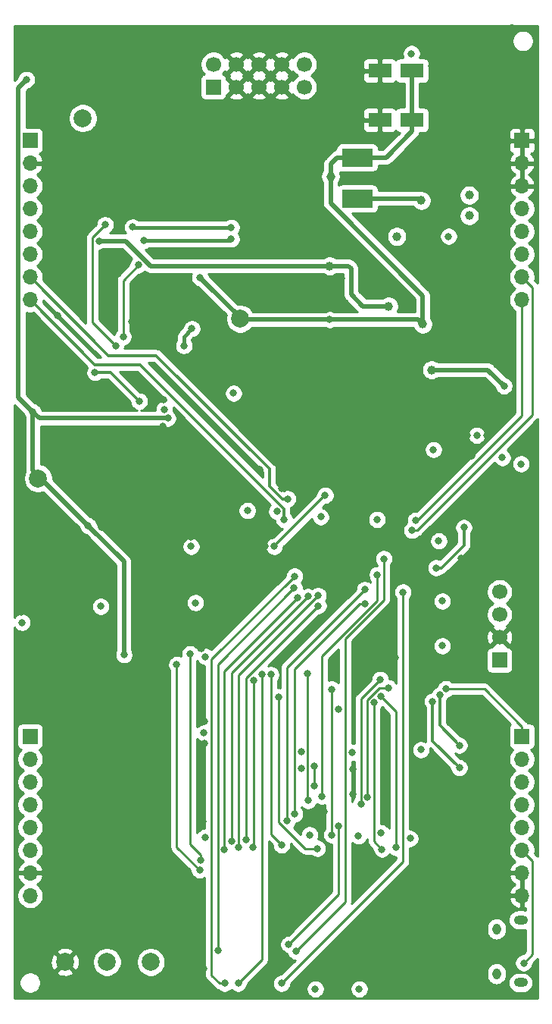
<source format=gbr>
G04 #@! TF.GenerationSoftware,KiCad,Pcbnew,(5.1.5)-3*
G04 #@! TF.CreationDate,2020-11-23T20:36:50+00:00*
G04 #@! TF.ProjectId,Retrospector_Components,52657472-6f73-4706-9563-746f725f436f,rev?*
G04 #@! TF.SameCoordinates,Original*
G04 #@! TF.FileFunction,Copper,L4,Bot*
G04 #@! TF.FilePolarity,Positive*
%FSLAX46Y46*%
G04 Gerber Fmt 4.6, Leading zero omitted, Abs format (unit mm)*
G04 Created by KiCad (PCBNEW (5.1.5)-3) date 2020-11-23 20:36:50*
%MOMM*%
%LPD*%
G04 APERTURE LIST*
%ADD10C,2.000000*%
%ADD11R,2.600000X1.600000*%
%ADD12R,3.500000X2.000000*%
%ADD13R,7.000000X7.000000*%
%ADD14O,0.950000X1.250000*%
%ADD15O,1.550000X1.000000*%
%ADD16R,1.700000X1.700000*%
%ADD17O,1.700000X1.700000*%
%ADD18C,1.700000*%
%ADD19C,0.800000*%
%ADD20C,1.000000*%
%ADD21C,1.200000*%
%ADD22C,0.500000*%
%ADD23C,0.300000*%
%ADD24C,0.250000*%
%ADD25C,0.400000*%
%ADD26C,0.254000*%
G04 APERTURE END LIST*
D10*
X126000000Y-83400000D03*
X108400000Y-61000000D03*
X103400000Y-101200000D03*
X111100000Y-155200000D03*
X116000000Y-155200000D03*
X106400000Y-155200000D03*
D11*
X145200000Y-61200000D03*
X141600000Y-61200000D03*
X145200000Y-55700000D03*
X141600000Y-55700000D03*
D12*
X139075000Y-65400000D03*
X139075000Y-69980000D03*
D13*
X131675000Y-67700000D03*
D14*
X154650000Y-156500000D03*
X154650000Y-151500000D03*
D15*
X157350000Y-157500000D03*
X157350000Y-150500000D03*
D16*
X157500000Y-130000000D03*
D17*
X157500000Y-132540000D03*
X157500000Y-135080000D03*
X157500000Y-137620000D03*
X157500000Y-140160000D03*
X157500000Y-142700000D03*
X157500000Y-145240000D03*
X157500000Y-147780000D03*
D16*
X157500000Y-63500000D03*
D17*
X157500000Y-66040000D03*
X157500000Y-68580000D03*
X157500000Y-71120000D03*
X157500000Y-73660000D03*
X157500000Y-76200000D03*
X157500000Y-78740000D03*
X157500000Y-81280000D03*
D16*
X102500000Y-130000000D03*
D17*
X102500000Y-132540000D03*
X102500000Y-135080000D03*
X102500000Y-137620000D03*
X102500000Y-140160000D03*
X102500000Y-142700000D03*
X102500000Y-145240000D03*
X102500000Y-147780000D03*
D16*
X102500000Y-63500000D03*
D17*
X102500000Y-66040000D03*
X102500000Y-68580000D03*
X102500000Y-71120000D03*
X102500000Y-73660000D03*
X102500000Y-76200000D03*
X102500000Y-78740000D03*
X102500000Y-81280000D03*
D18*
X133160000Y-54985000D03*
X133160000Y-57525000D03*
X130620000Y-54985000D03*
X130620000Y-57525000D03*
X128080000Y-54985000D03*
X128080000Y-57525000D03*
X125540000Y-54985000D03*
X125540000Y-57525000D03*
X123000000Y-54985000D03*
D16*
X123000000Y-57525000D03*
X155000000Y-121500000D03*
D18*
X155000000Y-118960000D03*
X155000000Y-116420000D03*
X155000000Y-113880000D03*
D19*
X122500000Y-115100000D03*
X136950000Y-127000000D03*
X110300000Y-102000000D03*
X118600000Y-100900000D03*
X110200000Y-69200000D03*
X134800000Y-78900000D03*
X137300000Y-78900000D03*
X118900000Y-117500000D03*
X147500000Y-121900000D03*
X143300000Y-121200000D03*
X150300000Y-119200000D03*
X150300000Y-117100000D03*
X126500000Y-110600000D03*
X128800000Y-108800000D03*
X130600000Y-102300000D03*
X101500000Y-116100000D03*
X122000000Y-130800000D03*
X132800000Y-133600000D03*
X138600000Y-133700000D03*
X135400000Y-138400000D03*
X133700000Y-157200000D03*
X138200000Y-157100000D03*
X142600000Y-157100000D03*
X140300000Y-145300000D03*
X145900000Y-133500000D03*
X120500000Y-107800000D03*
X134700000Y-84800000D03*
X107900000Y-114100000D03*
D20*
X142500000Y-89800000D03*
D19*
X148600000Y-99000000D03*
X151900000Y-98700000D03*
X153600000Y-96400000D03*
X148700000Y-92800000D03*
X153000000Y-92900000D03*
X113900000Y-83700000D03*
X118500000Y-84600000D03*
D20*
X129600000Y-89800000D03*
D19*
X117400000Y-92400000D03*
X117300000Y-95400000D03*
X138900000Y-104500000D03*
X139400000Y-102200000D03*
X144158470Y-112246889D03*
X147100000Y-112200000D03*
X151400000Y-96400000D03*
X110500000Y-106700000D03*
X110100000Y-123500000D03*
X122000000Y-128300000D03*
X121655290Y-120204324D03*
X157400000Y-101600000D03*
X151900000Y-102500000D03*
X155500000Y-102700000D03*
X150700000Y-110100000D03*
X128200000Y-100200000D03*
X107900000Y-116700000D03*
X121800000Y-139500000D03*
X138600000Y-136500000D03*
X142300000Y-137500000D03*
X146800000Y-143600000D03*
X121900000Y-155900000D03*
X145400000Y-155900000D03*
X136500000Y-122100000D03*
X139200000Y-122100000D03*
X137300000Y-114500000D03*
X128200000Y-114000000D03*
X155400000Y-87400000D03*
X151500000Y-86400000D03*
X137300000Y-84800000D03*
D20*
X102100000Y-51400000D03*
X125900000Y-88400000D03*
D19*
X105600000Y-83000000D03*
X112700000Y-140000000D03*
D20*
X113500000Y-148100000D03*
D19*
X142200000Y-150400000D03*
X154100000Y-109900000D03*
X152300000Y-140300000D03*
X102600000Y-84900000D03*
X126250000Y-95650000D03*
X120300000Y-76000000D03*
D21*
X156400000Y-54100000D03*
X156400000Y-56900000D03*
X156400000Y-51100000D03*
X147600000Y-51200000D03*
X147600000Y-53200000D03*
X147600000Y-55200000D03*
X147600000Y-57200000D03*
X127500000Y-72700000D03*
D20*
X120000000Y-64900000D03*
X109700000Y-64800000D03*
D19*
X111400000Y-82400000D03*
X136000000Y-83500000D03*
X121500000Y-78800000D03*
D20*
X136100000Y-67500000D03*
D19*
X110200000Y-74700000D03*
D20*
X136000000Y-77500000D03*
D19*
X113000000Y-120900000D03*
X102800000Y-93800000D03*
X102100000Y-56700000D03*
X117900000Y-94500000D03*
X109000000Y-106500000D03*
X117500000Y-93500000D03*
X101600000Y-117300000D03*
X110400000Y-115500000D03*
X126800000Y-104800000D03*
X155500000Y-90900000D03*
D20*
X147400000Y-89100000D03*
D19*
X125250000Y-91700000D03*
D20*
X143500000Y-74200000D03*
X103300000Y-104900000D03*
X137400000Y-73700000D03*
D21*
X132000000Y-63500000D03*
X130300000Y-63500000D03*
X126800000Y-63500000D03*
D20*
X108600000Y-131800000D03*
X113800000Y-133600000D03*
X155600000Y-71500000D03*
X155600000Y-69500000D03*
X147400000Y-71400000D03*
X150700000Y-80300000D03*
X128600000Y-76100000D03*
D19*
X145150000Y-53800000D03*
D20*
X146400000Y-84000000D03*
X142600000Y-82000000D03*
D19*
X132800000Y-131725000D03*
X121950000Y-129625000D03*
X139225000Y-141125000D03*
X122100000Y-121100000D03*
X146200000Y-131500000D03*
X138500000Y-131800000D03*
X141750000Y-140800000D03*
X133750000Y-141000000D03*
X122048001Y-141300000D03*
X134400000Y-158200000D03*
X139300000Y-158200000D03*
X145000000Y-141400000D03*
X148600000Y-114900000D03*
X148600000Y-119900000D03*
X148200000Y-108200000D03*
X120500000Y-108800000D03*
X135000000Y-105500000D03*
X130100000Y-104900000D03*
X141300000Y-105800000D03*
X155300000Y-98900000D03*
X147600000Y-98000000D03*
X152448229Y-96396785D03*
X121000000Y-115100000D03*
X157400000Y-99600000D03*
X149300000Y-74200000D03*
D20*
X151600000Y-69600000D03*
X151600000Y-71900000D03*
D19*
X114700000Y-92600000D03*
X109752000Y-89400000D03*
X113965000Y-73165000D03*
X125000000Y-73200000D03*
X115235000Y-74665000D03*
X125000000Y-74500000D03*
X149000000Y-124700000D03*
X145200000Y-107000000D03*
X145600000Y-105900000D03*
X157700000Y-155300000D03*
X119700000Y-86400000D03*
X120600000Y-84500000D03*
X131300000Y-103500000D03*
X132225000Y-153975000D03*
X142050000Y-110175000D03*
X135125000Y-136675000D03*
X141325000Y-111975000D03*
X151000000Y-106700000D03*
X147900000Y-111200000D03*
X131246037Y-139445931D03*
X139925000Y-113625000D03*
X130625000Y-157575000D03*
X144200000Y-113900000D03*
X132075000Y-138675000D03*
X139925000Y-115175000D03*
X139500000Y-137525000D03*
X141650000Y-123675000D03*
X140225000Y-136769309D03*
X142550000Y-124600000D03*
X137000000Y-140025000D03*
X131425000Y-153225000D03*
X134300000Y-135525000D03*
X134275000Y-133300000D03*
X141850000Y-142600000D03*
X140956778Y-126225000D03*
X143425000Y-142425000D03*
X141725000Y-125500000D03*
X135500000Y-103100000D03*
X129800000Y-108800000D03*
X134625000Y-142525000D03*
X130300000Y-125600000D03*
X136225000Y-124750000D03*
X136225000Y-141000000D03*
X121600000Y-143800000D03*
X120400000Y-120800000D03*
X121450040Y-144925000D03*
X118900000Y-122000000D03*
X127425000Y-142425000D03*
X127525000Y-123775000D03*
X128400000Y-123100000D03*
X125775000Y-157575000D03*
X130625000Y-142125000D03*
X129425000Y-123125000D03*
X110900000Y-72900000D03*
X112075000Y-86400000D03*
X114600000Y-77400000D03*
X112900000Y-85400000D03*
X133550000Y-122975000D03*
X133575000Y-137175000D03*
X124250000Y-157575000D03*
X132075000Y-112125000D03*
X123500000Y-153900000D03*
X132025000Y-113425000D03*
X124225000Y-142625000D03*
X132425000Y-114525000D03*
X125025000Y-141725000D03*
X133570109Y-114405196D03*
X125825000Y-142425000D03*
X134700305Y-114300305D03*
X126625000Y-141525000D03*
X134725000Y-115425000D03*
X147500000Y-126100000D03*
X150500000Y-133500000D03*
X148292892Y-125407108D03*
X150500000Y-131000000D03*
X130900000Y-105800000D03*
D20*
X146250000Y-70200000D03*
D22*
X126200000Y-83500000D02*
X121899999Y-79199999D01*
X136000000Y-83500000D02*
X126200000Y-83500000D01*
X145200000Y-55700000D02*
X145200000Y-61200000D01*
X141325000Y-65400000D02*
X139075000Y-65400000D01*
X145200000Y-62500000D02*
X142300000Y-65400000D01*
X145200000Y-61200000D02*
X145200000Y-62500000D01*
X139075000Y-65400000D02*
X136825000Y-65400000D01*
X136100000Y-66125000D02*
X136100000Y-66934315D01*
X136825000Y-65400000D02*
X136100000Y-66125000D01*
X110200000Y-74700000D02*
X113158002Y-74700000D01*
X115958002Y-77500000D02*
X136000000Y-77500000D01*
X113158002Y-74700000D02*
X115958002Y-77500000D01*
X113000000Y-120900000D02*
X113000000Y-110500000D01*
X102800000Y-100300000D02*
X102800000Y-93800000D01*
X101199999Y-57600001D02*
X102100000Y-56700000D01*
X102800000Y-93800000D02*
X101199999Y-92199999D01*
X101199999Y-92199999D02*
X101199999Y-57600001D01*
X103500000Y-94500000D02*
X102800000Y-93800000D01*
X117900000Y-94500000D02*
X103500000Y-94500000D01*
X104000000Y-101500000D02*
X102800000Y-100300000D01*
X113000000Y-110500000D02*
X109000000Y-106500000D01*
X109000000Y-106500000D02*
X104000000Y-101500000D01*
X155500000Y-90900000D02*
X153700000Y-89100000D01*
X153700000Y-89100000D02*
X147400000Y-89100000D01*
X136100000Y-66934315D02*
X136100000Y-67500000D01*
X142300000Y-65400000D02*
X141325000Y-65400000D01*
X121899999Y-79199999D02*
X121500000Y-78800000D01*
X136000000Y-83500000D02*
X145900001Y-83500001D01*
X146400000Y-84000000D02*
X145900001Y-83500001D01*
X136100000Y-70500000D02*
X136100000Y-67500000D01*
X146400000Y-84000000D02*
X146400000Y-80800000D01*
X146400000Y-80800000D02*
X136100000Y-70500000D01*
X139710037Y-82000000D02*
X142600000Y-82000000D01*
X136000000Y-77500000D02*
X138100000Y-77500000D01*
X138399990Y-77799990D02*
X138399990Y-80689953D01*
X138100000Y-77500000D02*
X138399990Y-77799990D01*
X138399990Y-80689953D02*
X139710037Y-82000000D01*
D23*
X111500000Y-89400000D02*
X109752000Y-89400000D01*
X114700000Y-92600000D02*
X111500000Y-89400000D01*
D24*
X114000000Y-73200000D02*
X113965000Y-73165000D01*
D25*
X114000000Y-73200000D02*
X124434315Y-73200000D01*
X124434315Y-73200000D02*
X125000000Y-73200000D01*
D24*
X115270000Y-74700000D02*
X115235000Y-74665000D01*
D25*
X124835000Y-74665000D02*
X125000000Y-74500000D01*
X115235000Y-74665000D02*
X124835000Y-74665000D01*
D24*
X157500000Y-128900000D02*
X157500000Y-130000000D01*
X153300000Y-124700000D02*
X157500000Y-128900000D01*
X149000000Y-124700000D02*
X153300000Y-124700000D01*
X158675001Y-79915001D02*
X157500000Y-78740000D01*
X158675001Y-94090684D02*
X158675001Y-79915001D01*
X145765685Y-107000000D02*
X158675001Y-94090684D01*
X145200000Y-107000000D02*
X145765685Y-107000000D01*
X157500000Y-94173002D02*
X157500000Y-81280000D01*
X145773002Y-105900000D02*
X157500000Y-94173002D01*
X145600000Y-105900000D02*
X145773002Y-105900000D01*
X158675001Y-143875001D02*
X157500000Y-142700000D01*
X158675001Y-154324999D02*
X158675001Y-143875001D01*
X157700000Y-155300000D02*
X158675001Y-154324999D01*
D25*
X119700000Y-86400000D02*
X119700000Y-85400000D01*
X119700000Y-85400000D02*
X120600000Y-84500000D01*
D23*
X111260000Y-87500000D02*
X102500000Y-78740000D01*
X116610002Y-87500000D02*
X111260000Y-87500000D01*
X129289998Y-100179996D02*
X116610002Y-87500000D01*
X129289998Y-102100000D02*
X129289998Y-100179996D01*
X130689998Y-103500000D02*
X129289998Y-102100000D01*
X131300000Y-103500000D02*
X130689998Y-103500000D01*
D24*
X137725001Y-148474999D02*
X137725001Y-119084411D01*
X132225000Y-153975000D02*
X137725001Y-148474999D01*
X142050001Y-110334837D02*
X141994929Y-110279765D01*
X137725001Y-119084411D02*
X142050001Y-114759411D01*
X142050001Y-114759411D02*
X142050001Y-110334837D01*
X135125000Y-121048002D02*
X135125000Y-136675000D01*
X141325000Y-114848002D02*
X135125000Y-121048002D01*
X141325000Y-111975000D02*
X141325000Y-114848002D01*
D23*
X151000000Y-108665685D02*
X151000000Y-106700000D01*
X148465685Y-111200000D02*
X151000000Y-108665685D01*
X147900000Y-111200000D02*
X148465685Y-111200000D01*
D24*
X139925000Y-113625000D02*
X131246037Y-122303963D01*
X131246037Y-122303963D02*
X131246037Y-139445931D01*
X130625000Y-157575000D02*
X144200000Y-144000000D01*
X144200000Y-144000000D02*
X144200000Y-113900000D01*
X139359315Y-115175000D02*
X139925000Y-115175000D01*
X132075000Y-122459315D02*
X139359315Y-115175000D01*
X132075000Y-138675000D02*
X132075000Y-122459315D01*
X139499999Y-125825001D02*
X141650000Y-123675000D01*
X139500000Y-137525000D02*
X139499999Y-125825001D01*
X141551998Y-124600000D02*
X142550000Y-124600000D01*
X140225000Y-136769309D02*
X140225000Y-125926998D01*
X140225000Y-125926998D02*
X141551998Y-124600000D01*
X137000000Y-147650000D02*
X137000000Y-140025000D01*
X131425000Y-153225000D02*
X137000000Y-147650000D01*
X134275000Y-135500000D02*
X134300000Y-135525000D01*
X134275000Y-133300000D02*
X134275000Y-135500000D01*
X140956778Y-141706778D02*
X140956778Y-126225000D01*
X141850000Y-142600000D02*
X140956778Y-141706778D01*
X143425000Y-127225000D02*
X143425000Y-142425000D01*
X141700000Y-125500000D02*
X143425000Y-127225000D01*
D23*
X135500000Y-103100000D02*
X129800000Y-108800000D01*
D24*
X130300000Y-139572896D02*
X133252104Y-142525000D01*
X130300000Y-125600000D02*
X130300000Y-139572896D01*
X133252104Y-142525000D02*
X134625000Y-142525000D01*
X136225000Y-124750000D02*
X136225000Y-141000000D01*
X120400000Y-142034315D02*
X120400000Y-120800000D01*
X121600000Y-143234315D02*
X120400000Y-142034315D01*
X121600000Y-143800000D02*
X121600000Y-143234315D01*
X118900000Y-142374960D02*
X118900000Y-122000000D01*
X121450040Y-144925000D02*
X118900000Y-142374960D01*
X127525000Y-142325000D02*
X127425000Y-142425000D01*
X127525000Y-123775000D02*
X127525000Y-142325000D01*
X128400000Y-123100000D02*
X128400000Y-154950000D01*
X128400000Y-154950000D02*
X125775000Y-157575000D01*
X129425000Y-140925000D02*
X129425000Y-123125000D01*
X130625000Y-142125000D02*
X129425000Y-140925000D01*
X110500001Y-73299999D02*
X110900000Y-72900000D01*
X109474999Y-83799999D02*
X109474999Y-74325001D01*
X112075000Y-86400000D02*
X109474999Y-83799999D01*
X109474999Y-74325001D02*
X110500001Y-73299999D01*
X112900000Y-79100000D02*
X114600000Y-77400000D01*
X112900000Y-85400000D02*
X112900000Y-79100000D01*
X133550000Y-137150000D02*
X133575000Y-137175000D01*
X133550000Y-122975000D02*
X133550000Y-137150000D01*
X123684315Y-157575000D02*
X122773001Y-156663686D01*
X124250000Y-157575000D02*
X123684315Y-157575000D01*
X122773001Y-121426999D02*
X132075000Y-112125000D01*
X122773001Y-156663686D02*
X122773001Y-121426999D01*
X132025000Y-113425000D02*
X123499999Y-121950001D01*
X123499999Y-121950001D02*
X123499999Y-153899999D01*
X132425000Y-114525000D02*
X124225000Y-122725000D01*
X124225000Y-122725000D02*
X124225000Y-142625000D01*
X133570109Y-114405196D02*
X125025000Y-122950305D01*
X125025000Y-122950305D02*
X125025000Y-141725000D01*
X134700305Y-114300305D02*
X125825000Y-123175610D01*
X125825000Y-123175610D02*
X125825000Y-142425000D01*
X126625000Y-123525000D02*
X126625000Y-141525000D01*
X134725000Y-115425000D02*
X126625000Y-123525000D01*
D23*
X147500000Y-126100000D02*
X147500000Y-130500000D01*
X147500000Y-130500000D02*
X150500000Y-133500000D01*
X148292892Y-125407108D02*
X148292892Y-128792892D01*
X148292892Y-128792892D02*
X150500000Y-131000000D01*
X130900000Y-104589998D02*
X114810002Y-88500000D01*
X130900000Y-105800000D02*
X130900000Y-104589998D01*
X109720000Y-88500000D02*
X102500000Y-81280000D01*
X114810002Y-88500000D02*
X109720000Y-88500000D01*
D22*
X139075000Y-69980000D02*
X146030000Y-69980000D01*
X146030000Y-69980000D02*
X146250000Y-70200000D01*
D26*
G36*
X159265000Y-79435923D02*
G01*
X159215002Y-79375000D01*
X159186004Y-79351202D01*
X158941210Y-79106408D01*
X158985000Y-78886260D01*
X158985000Y-78593740D01*
X158927932Y-78306842D01*
X158815990Y-78036589D01*
X158653475Y-77793368D01*
X158446632Y-77586525D01*
X158272240Y-77470000D01*
X158446632Y-77353475D01*
X158653475Y-77146632D01*
X158815990Y-76903411D01*
X158927932Y-76633158D01*
X158985000Y-76346260D01*
X158985000Y-76053740D01*
X158927932Y-75766842D01*
X158815990Y-75496589D01*
X158653475Y-75253368D01*
X158446632Y-75046525D01*
X158272240Y-74930000D01*
X158446632Y-74813475D01*
X158653475Y-74606632D01*
X158815990Y-74363411D01*
X158927932Y-74093158D01*
X158985000Y-73806260D01*
X158985000Y-73513740D01*
X158927932Y-73226842D01*
X158815990Y-72956589D01*
X158653475Y-72713368D01*
X158446632Y-72506525D01*
X158272240Y-72390000D01*
X158446632Y-72273475D01*
X158653475Y-72066632D01*
X158815990Y-71823411D01*
X158927932Y-71553158D01*
X158985000Y-71266260D01*
X158985000Y-70973740D01*
X158927932Y-70686842D01*
X158815990Y-70416589D01*
X158653475Y-70173368D01*
X158446632Y-69966525D01*
X158264466Y-69844805D01*
X158381355Y-69775178D01*
X158597588Y-69580269D01*
X158771641Y-69346920D01*
X158896825Y-69084099D01*
X158941476Y-68936890D01*
X158820155Y-68707000D01*
X157627000Y-68707000D01*
X157627000Y-68727000D01*
X157373000Y-68727000D01*
X157373000Y-68707000D01*
X156179845Y-68707000D01*
X156058524Y-68936890D01*
X156103175Y-69084099D01*
X156228359Y-69346920D01*
X156402412Y-69580269D01*
X156618645Y-69775178D01*
X156735534Y-69844805D01*
X156553368Y-69966525D01*
X156346525Y-70173368D01*
X156184010Y-70416589D01*
X156072068Y-70686842D01*
X156015000Y-70973740D01*
X156015000Y-71266260D01*
X156072068Y-71553158D01*
X156184010Y-71823411D01*
X156346525Y-72066632D01*
X156553368Y-72273475D01*
X156727760Y-72390000D01*
X156553368Y-72506525D01*
X156346525Y-72713368D01*
X156184010Y-72956589D01*
X156072068Y-73226842D01*
X156015000Y-73513740D01*
X156015000Y-73806260D01*
X156072068Y-74093158D01*
X156184010Y-74363411D01*
X156346525Y-74606632D01*
X156553368Y-74813475D01*
X156727760Y-74930000D01*
X156553368Y-75046525D01*
X156346525Y-75253368D01*
X156184010Y-75496589D01*
X156072068Y-75766842D01*
X156015000Y-76053740D01*
X156015000Y-76346260D01*
X156072068Y-76633158D01*
X156184010Y-76903411D01*
X156346525Y-77146632D01*
X156553368Y-77353475D01*
X156727760Y-77470000D01*
X156553368Y-77586525D01*
X156346525Y-77793368D01*
X156184010Y-78036589D01*
X156072068Y-78306842D01*
X156015000Y-78593740D01*
X156015000Y-78886260D01*
X156072068Y-79173158D01*
X156184010Y-79443411D01*
X156346525Y-79686632D01*
X156553368Y-79893475D01*
X156727760Y-80010000D01*
X156553368Y-80126525D01*
X156346525Y-80333368D01*
X156184010Y-80576589D01*
X156072068Y-80846842D01*
X156015000Y-81133740D01*
X156015000Y-81426260D01*
X156072068Y-81713158D01*
X156184010Y-81983411D01*
X156346525Y-82226632D01*
X156553368Y-82433475D01*
X156740001Y-82558179D01*
X156740000Y-93858200D01*
X145728014Y-104870187D01*
X145701939Y-104865000D01*
X145498061Y-104865000D01*
X145298102Y-104904774D01*
X145109744Y-104982795D01*
X144940226Y-105096063D01*
X144796063Y-105240226D01*
X144682795Y-105409744D01*
X144604774Y-105598102D01*
X144565000Y-105798061D01*
X144565000Y-106001939D01*
X144596177Y-106158678D01*
X144540226Y-106196063D01*
X144396063Y-106340226D01*
X144282795Y-106509744D01*
X144204774Y-106698102D01*
X144165000Y-106898061D01*
X144165000Y-107101939D01*
X144204774Y-107301898D01*
X144282795Y-107490256D01*
X144396063Y-107659774D01*
X144540226Y-107803937D01*
X144709744Y-107917205D01*
X144898102Y-107995226D01*
X145098061Y-108035000D01*
X145301939Y-108035000D01*
X145501898Y-107995226D01*
X145690256Y-107917205D01*
X145859774Y-107803937D01*
X145914724Y-107748987D01*
X146057932Y-107705546D01*
X146189961Y-107634974D01*
X146305686Y-107540001D01*
X146329489Y-107510997D01*
X154409806Y-99430681D01*
X154496063Y-99559774D01*
X154640226Y-99703937D01*
X154809744Y-99817205D01*
X154998102Y-99895226D01*
X155198061Y-99935000D01*
X155401939Y-99935000D01*
X155601898Y-99895226D01*
X155790256Y-99817205D01*
X155959774Y-99703937D01*
X156103937Y-99559774D01*
X156145172Y-99498061D01*
X156365000Y-99498061D01*
X156365000Y-99701939D01*
X156404774Y-99901898D01*
X156482795Y-100090256D01*
X156596063Y-100259774D01*
X156740226Y-100403937D01*
X156909744Y-100517205D01*
X157098102Y-100595226D01*
X157298061Y-100635000D01*
X157501939Y-100635000D01*
X157701898Y-100595226D01*
X157890256Y-100517205D01*
X158059774Y-100403937D01*
X158203937Y-100259774D01*
X158317205Y-100090256D01*
X158395226Y-99901898D01*
X158435000Y-99701939D01*
X158435000Y-99498061D01*
X158395226Y-99298102D01*
X158317205Y-99109744D01*
X158203937Y-98940226D01*
X158059774Y-98796063D01*
X157890256Y-98682795D01*
X157701898Y-98604774D01*
X157501939Y-98565000D01*
X157298061Y-98565000D01*
X157098102Y-98604774D01*
X156909744Y-98682795D01*
X156740226Y-98796063D01*
X156596063Y-98940226D01*
X156482795Y-99109744D01*
X156404774Y-99298102D01*
X156365000Y-99498061D01*
X156145172Y-99498061D01*
X156217205Y-99390256D01*
X156295226Y-99201898D01*
X156335000Y-99001939D01*
X156335000Y-98798061D01*
X156295226Y-98598102D01*
X156217205Y-98409744D01*
X156103937Y-98240226D01*
X155959774Y-98096063D01*
X155830681Y-98009806D01*
X159186005Y-94654482D01*
X159215002Y-94630685D01*
X159265000Y-94569762D01*
X159265001Y-143395924D01*
X159215002Y-143335000D01*
X159186004Y-143311202D01*
X158941210Y-143066408D01*
X158985000Y-142846260D01*
X158985000Y-142553740D01*
X158927932Y-142266842D01*
X158815990Y-141996589D01*
X158653475Y-141753368D01*
X158446632Y-141546525D01*
X158272240Y-141430000D01*
X158446632Y-141313475D01*
X158653475Y-141106632D01*
X158815990Y-140863411D01*
X158927932Y-140593158D01*
X158985000Y-140306260D01*
X158985000Y-140013740D01*
X158927932Y-139726842D01*
X158815990Y-139456589D01*
X158653475Y-139213368D01*
X158446632Y-139006525D01*
X158272240Y-138890000D01*
X158446632Y-138773475D01*
X158653475Y-138566632D01*
X158815990Y-138323411D01*
X158927932Y-138053158D01*
X158985000Y-137766260D01*
X158985000Y-137473740D01*
X158927932Y-137186842D01*
X158815990Y-136916589D01*
X158653475Y-136673368D01*
X158446632Y-136466525D01*
X158272240Y-136350000D01*
X158446632Y-136233475D01*
X158653475Y-136026632D01*
X158815990Y-135783411D01*
X158927932Y-135513158D01*
X158985000Y-135226260D01*
X158985000Y-134933740D01*
X158927932Y-134646842D01*
X158815990Y-134376589D01*
X158653475Y-134133368D01*
X158446632Y-133926525D01*
X158272240Y-133810000D01*
X158446632Y-133693475D01*
X158653475Y-133486632D01*
X158815990Y-133243411D01*
X158927932Y-132973158D01*
X158985000Y-132686260D01*
X158985000Y-132393740D01*
X158927932Y-132106842D01*
X158815990Y-131836589D01*
X158653475Y-131593368D01*
X158521620Y-131461513D01*
X158594180Y-131439502D01*
X158704494Y-131380537D01*
X158801185Y-131301185D01*
X158880537Y-131204494D01*
X158939502Y-131094180D01*
X158975812Y-130974482D01*
X158988072Y-130850000D01*
X158988072Y-129150000D01*
X158975812Y-129025518D01*
X158939502Y-128905820D01*
X158880537Y-128795506D01*
X158801185Y-128698815D01*
X158704494Y-128619463D01*
X158594180Y-128560498D01*
X158474482Y-128524188D01*
X158350000Y-128511928D01*
X158154326Y-128511928D01*
X158134975Y-128475725D01*
X158134974Y-128475723D01*
X158063799Y-128388997D01*
X158040001Y-128359999D01*
X158011004Y-128336202D01*
X153863804Y-124189003D01*
X153840001Y-124159999D01*
X153724276Y-124065026D01*
X153592247Y-123994454D01*
X153448986Y-123950997D01*
X153337333Y-123940000D01*
X153337322Y-123940000D01*
X153300000Y-123936324D01*
X153262678Y-123940000D01*
X149703711Y-123940000D01*
X149659774Y-123896063D01*
X149490256Y-123782795D01*
X149301898Y-123704774D01*
X149101939Y-123665000D01*
X148898061Y-123665000D01*
X148698102Y-123704774D01*
X148509744Y-123782795D01*
X148340226Y-123896063D01*
X148196063Y-124040226D01*
X148082795Y-124209744D01*
X148004774Y-124398102D01*
X148002488Y-124409596D01*
X147990994Y-124411882D01*
X147802636Y-124489903D01*
X147633118Y-124603171D01*
X147488955Y-124747334D01*
X147375687Y-124916852D01*
X147306803Y-125083152D01*
X147198102Y-125104774D01*
X147009744Y-125182795D01*
X146840226Y-125296063D01*
X146696063Y-125440226D01*
X146582795Y-125609744D01*
X146504774Y-125798102D01*
X146465000Y-125998061D01*
X146465000Y-126201939D01*
X146504774Y-126401898D01*
X146582795Y-126590256D01*
X146696063Y-126759774D01*
X146715000Y-126778711D01*
X146715001Y-130461437D01*
X146711203Y-130500000D01*
X146721407Y-130603610D01*
X146690256Y-130582795D01*
X146501898Y-130504774D01*
X146301939Y-130465000D01*
X146098061Y-130465000D01*
X145898102Y-130504774D01*
X145709744Y-130582795D01*
X145540226Y-130696063D01*
X145396063Y-130840226D01*
X145282795Y-131009744D01*
X145204774Y-131198102D01*
X145165000Y-131398061D01*
X145165000Y-131601939D01*
X145204774Y-131801898D01*
X145282795Y-131990256D01*
X145396063Y-132159774D01*
X145540226Y-132303937D01*
X145709744Y-132417205D01*
X145898102Y-132495226D01*
X146098061Y-132535000D01*
X146301939Y-132535000D01*
X146501898Y-132495226D01*
X146690256Y-132417205D01*
X146859774Y-132303937D01*
X147003937Y-132159774D01*
X147117205Y-131990256D01*
X147195226Y-131801898D01*
X147235000Y-131601939D01*
X147235000Y-131398061D01*
X147221864Y-131332021D01*
X149465000Y-133575157D01*
X149465000Y-133601939D01*
X149504774Y-133801898D01*
X149582795Y-133990256D01*
X149696063Y-134159774D01*
X149840226Y-134303937D01*
X150009744Y-134417205D01*
X150198102Y-134495226D01*
X150398061Y-134535000D01*
X150601939Y-134535000D01*
X150801898Y-134495226D01*
X150990256Y-134417205D01*
X151159774Y-134303937D01*
X151303937Y-134159774D01*
X151417205Y-133990256D01*
X151495226Y-133801898D01*
X151535000Y-133601939D01*
X151535000Y-133398061D01*
X151495226Y-133198102D01*
X151417205Y-133009744D01*
X151303937Y-132840226D01*
X151159774Y-132696063D01*
X150990256Y-132582795D01*
X150801898Y-132504774D01*
X150601939Y-132465000D01*
X150575157Y-132465000D01*
X150039820Y-131929663D01*
X150198102Y-131995226D01*
X150398061Y-132035000D01*
X150601939Y-132035000D01*
X150801898Y-131995226D01*
X150990256Y-131917205D01*
X151159774Y-131803937D01*
X151303937Y-131659774D01*
X151417205Y-131490256D01*
X151495226Y-131301898D01*
X151535000Y-131101939D01*
X151535000Y-130898061D01*
X151495226Y-130698102D01*
X151417205Y-130509744D01*
X151303937Y-130340226D01*
X151159774Y-130196063D01*
X150990256Y-130082795D01*
X150801898Y-130004774D01*
X150601939Y-129965000D01*
X150575158Y-129965000D01*
X149077892Y-128467735D01*
X149077892Y-126085819D01*
X149096829Y-126066882D01*
X149210097Y-125897364D01*
X149288118Y-125709006D01*
X149290404Y-125697512D01*
X149301898Y-125695226D01*
X149490256Y-125617205D01*
X149659774Y-125503937D01*
X149703711Y-125460000D01*
X152985199Y-125460000D01*
X156212655Y-128687457D01*
X156198815Y-128698815D01*
X156119463Y-128795506D01*
X156060498Y-128905820D01*
X156024188Y-129025518D01*
X156011928Y-129150000D01*
X156011928Y-130850000D01*
X156024188Y-130974482D01*
X156060498Y-131094180D01*
X156119463Y-131204494D01*
X156198815Y-131301185D01*
X156295506Y-131380537D01*
X156405820Y-131439502D01*
X156478380Y-131461513D01*
X156346525Y-131593368D01*
X156184010Y-131836589D01*
X156072068Y-132106842D01*
X156015000Y-132393740D01*
X156015000Y-132686260D01*
X156072068Y-132973158D01*
X156184010Y-133243411D01*
X156346525Y-133486632D01*
X156553368Y-133693475D01*
X156727760Y-133810000D01*
X156553368Y-133926525D01*
X156346525Y-134133368D01*
X156184010Y-134376589D01*
X156072068Y-134646842D01*
X156015000Y-134933740D01*
X156015000Y-135226260D01*
X156072068Y-135513158D01*
X156184010Y-135783411D01*
X156346525Y-136026632D01*
X156553368Y-136233475D01*
X156727760Y-136350000D01*
X156553368Y-136466525D01*
X156346525Y-136673368D01*
X156184010Y-136916589D01*
X156072068Y-137186842D01*
X156015000Y-137473740D01*
X156015000Y-137766260D01*
X156072068Y-138053158D01*
X156184010Y-138323411D01*
X156346525Y-138566632D01*
X156553368Y-138773475D01*
X156727760Y-138890000D01*
X156553368Y-139006525D01*
X156346525Y-139213368D01*
X156184010Y-139456589D01*
X156072068Y-139726842D01*
X156015000Y-140013740D01*
X156015000Y-140306260D01*
X156072068Y-140593158D01*
X156184010Y-140863411D01*
X156346525Y-141106632D01*
X156553368Y-141313475D01*
X156727760Y-141430000D01*
X156553368Y-141546525D01*
X156346525Y-141753368D01*
X156184010Y-141996589D01*
X156072068Y-142266842D01*
X156015000Y-142553740D01*
X156015000Y-142846260D01*
X156072068Y-143133158D01*
X156184010Y-143403411D01*
X156346525Y-143646632D01*
X156553368Y-143853475D01*
X156735534Y-143975195D01*
X156618645Y-144044822D01*
X156402412Y-144239731D01*
X156228359Y-144473080D01*
X156103175Y-144735901D01*
X156058524Y-144883110D01*
X156179845Y-145113000D01*
X157373000Y-145113000D01*
X157373000Y-145093000D01*
X157627000Y-145093000D01*
X157627000Y-145113000D01*
X157647000Y-145113000D01*
X157647000Y-145367000D01*
X157627000Y-145367000D01*
X157627000Y-147653000D01*
X157647000Y-147653000D01*
X157647000Y-147907000D01*
X157627000Y-147907000D01*
X157627000Y-149100814D01*
X157856891Y-149221481D01*
X157915001Y-149200867D01*
X157915001Y-149401900D01*
X157847499Y-149381423D01*
X157680752Y-149365000D01*
X157019248Y-149365000D01*
X156852501Y-149381423D01*
X156638553Y-149446324D01*
X156441377Y-149551716D01*
X156268551Y-149693551D01*
X156126716Y-149866377D01*
X156021324Y-150063553D01*
X155956423Y-150277501D01*
X155934509Y-150500000D01*
X155956423Y-150722499D01*
X156021324Y-150936447D01*
X156126716Y-151133623D01*
X156268551Y-151306449D01*
X156441377Y-151448284D01*
X156638553Y-151553676D01*
X156852501Y-151618577D01*
X157019248Y-151635000D01*
X157680752Y-151635000D01*
X157847499Y-151618577D01*
X157915001Y-151598100D01*
X157915001Y-154010197D01*
X157660198Y-154265000D01*
X157598061Y-154265000D01*
X157398102Y-154304774D01*
X157209744Y-154382795D01*
X157040226Y-154496063D01*
X156896063Y-154640226D01*
X156782795Y-154809744D01*
X156704774Y-154998102D01*
X156665000Y-155198061D01*
X156665000Y-155401939D01*
X156704774Y-155601898D01*
X156782795Y-155790256D01*
X156896063Y-155959774D01*
X157040226Y-156103937D01*
X157209744Y-156217205D01*
X157398102Y-156295226D01*
X157598061Y-156335000D01*
X157801939Y-156335000D01*
X158001898Y-156295226D01*
X158190256Y-156217205D01*
X158359774Y-156103937D01*
X158503937Y-155959774D01*
X158617205Y-155790256D01*
X158695226Y-155601898D01*
X158735000Y-155401939D01*
X158735000Y-155339802D01*
X159186005Y-154888797D01*
X159215002Y-154865000D01*
X159265001Y-154804076D01*
X159265001Y-159265000D01*
X100735000Y-159265000D01*
X100735000Y-157380727D01*
X101289000Y-157380727D01*
X101289000Y-157619273D01*
X101335538Y-157853236D01*
X101426825Y-158073624D01*
X101559354Y-158271968D01*
X101728032Y-158440646D01*
X101926376Y-158573175D01*
X102146764Y-158664462D01*
X102380727Y-158711000D01*
X102619273Y-158711000D01*
X102853236Y-158664462D01*
X103073624Y-158573175D01*
X103271968Y-158440646D01*
X103440646Y-158271968D01*
X103573175Y-158073624D01*
X103664462Y-157853236D01*
X103711000Y-157619273D01*
X103711000Y-157380727D01*
X103664462Y-157146764D01*
X103573175Y-156926376D01*
X103440646Y-156728032D01*
X103271968Y-156559354D01*
X103073624Y-156426825D01*
X102853236Y-156335538D01*
X102852608Y-156335413D01*
X105444192Y-156335413D01*
X105539956Y-156599814D01*
X105829571Y-156740704D01*
X106141108Y-156822384D01*
X106462595Y-156841718D01*
X106781675Y-156797961D01*
X107086088Y-156692795D01*
X107260044Y-156599814D01*
X107355808Y-156335413D01*
X106400000Y-155379605D01*
X105444192Y-156335413D01*
X102852608Y-156335413D01*
X102619273Y-156289000D01*
X102380727Y-156289000D01*
X102146764Y-156335538D01*
X101926376Y-156426825D01*
X101728032Y-156559354D01*
X101559354Y-156728032D01*
X101426825Y-156926376D01*
X101335538Y-157146764D01*
X101289000Y-157380727D01*
X100735000Y-157380727D01*
X100735000Y-155262595D01*
X104758282Y-155262595D01*
X104802039Y-155581675D01*
X104907205Y-155886088D01*
X105000186Y-156060044D01*
X105264587Y-156155808D01*
X106220395Y-155200000D01*
X106579605Y-155200000D01*
X107535413Y-156155808D01*
X107799814Y-156060044D01*
X107940704Y-155770429D01*
X108022384Y-155458892D01*
X108041718Y-155137405D01*
X108028219Y-155038967D01*
X109465000Y-155038967D01*
X109465000Y-155361033D01*
X109527832Y-155676912D01*
X109651082Y-155974463D01*
X109830013Y-156242252D01*
X110057748Y-156469987D01*
X110325537Y-156648918D01*
X110623088Y-156772168D01*
X110938967Y-156835000D01*
X111261033Y-156835000D01*
X111576912Y-156772168D01*
X111874463Y-156648918D01*
X112142252Y-156469987D01*
X112369987Y-156242252D01*
X112548918Y-155974463D01*
X112672168Y-155676912D01*
X112735000Y-155361033D01*
X112735000Y-155038967D01*
X114365000Y-155038967D01*
X114365000Y-155361033D01*
X114427832Y-155676912D01*
X114551082Y-155974463D01*
X114730013Y-156242252D01*
X114957748Y-156469987D01*
X115225537Y-156648918D01*
X115523088Y-156772168D01*
X115838967Y-156835000D01*
X116161033Y-156835000D01*
X116476912Y-156772168D01*
X116774463Y-156648918D01*
X117042252Y-156469987D01*
X117269987Y-156242252D01*
X117448918Y-155974463D01*
X117572168Y-155676912D01*
X117635000Y-155361033D01*
X117635000Y-155038967D01*
X117572168Y-154723088D01*
X117448918Y-154425537D01*
X117269987Y-154157748D01*
X117042252Y-153930013D01*
X116774463Y-153751082D01*
X116476912Y-153627832D01*
X116161033Y-153565000D01*
X115838967Y-153565000D01*
X115523088Y-153627832D01*
X115225537Y-153751082D01*
X114957748Y-153930013D01*
X114730013Y-154157748D01*
X114551082Y-154425537D01*
X114427832Y-154723088D01*
X114365000Y-155038967D01*
X112735000Y-155038967D01*
X112672168Y-154723088D01*
X112548918Y-154425537D01*
X112369987Y-154157748D01*
X112142252Y-153930013D01*
X111874463Y-153751082D01*
X111576912Y-153627832D01*
X111261033Y-153565000D01*
X110938967Y-153565000D01*
X110623088Y-153627832D01*
X110325537Y-153751082D01*
X110057748Y-153930013D01*
X109830013Y-154157748D01*
X109651082Y-154425537D01*
X109527832Y-154723088D01*
X109465000Y-155038967D01*
X108028219Y-155038967D01*
X107997961Y-154818325D01*
X107892795Y-154513912D01*
X107799814Y-154339956D01*
X107535413Y-154244192D01*
X106579605Y-155200000D01*
X106220395Y-155200000D01*
X105264587Y-154244192D01*
X105000186Y-154339956D01*
X104859296Y-154629571D01*
X104777616Y-154941108D01*
X104758282Y-155262595D01*
X100735000Y-155262595D01*
X100735000Y-154064587D01*
X105444192Y-154064587D01*
X106400000Y-155020395D01*
X107355808Y-154064587D01*
X107260044Y-153800186D01*
X106970429Y-153659296D01*
X106658892Y-153577616D01*
X106337405Y-153558282D01*
X106018325Y-153602039D01*
X105713912Y-153707205D01*
X105539956Y-153800186D01*
X105444192Y-154064587D01*
X100735000Y-154064587D01*
X100735000Y-147633740D01*
X101015000Y-147633740D01*
X101015000Y-147926260D01*
X101072068Y-148213158D01*
X101184010Y-148483411D01*
X101346525Y-148726632D01*
X101553368Y-148933475D01*
X101796589Y-149095990D01*
X102066842Y-149207932D01*
X102353740Y-149265000D01*
X102646260Y-149265000D01*
X102933158Y-149207932D01*
X103203411Y-149095990D01*
X103446632Y-148933475D01*
X103653475Y-148726632D01*
X103815990Y-148483411D01*
X103927932Y-148213158D01*
X103985000Y-147926260D01*
X103985000Y-147633740D01*
X103927932Y-147346842D01*
X103815990Y-147076589D01*
X103653475Y-146833368D01*
X103446632Y-146626525D01*
X103264466Y-146504805D01*
X103381355Y-146435178D01*
X103597588Y-146240269D01*
X103771641Y-146006920D01*
X103896825Y-145744099D01*
X103941476Y-145596890D01*
X103820155Y-145367000D01*
X102627000Y-145367000D01*
X102627000Y-145387000D01*
X102373000Y-145387000D01*
X102373000Y-145367000D01*
X101179845Y-145367000D01*
X101058524Y-145596890D01*
X101103175Y-145744099D01*
X101228359Y-146006920D01*
X101402412Y-146240269D01*
X101618645Y-146435178D01*
X101735534Y-146504805D01*
X101553368Y-146626525D01*
X101346525Y-146833368D01*
X101184010Y-147076589D01*
X101072068Y-147346842D01*
X101015000Y-147633740D01*
X100735000Y-147633740D01*
X100735000Y-129150000D01*
X101011928Y-129150000D01*
X101011928Y-130850000D01*
X101024188Y-130974482D01*
X101060498Y-131094180D01*
X101119463Y-131204494D01*
X101198815Y-131301185D01*
X101295506Y-131380537D01*
X101405820Y-131439502D01*
X101478380Y-131461513D01*
X101346525Y-131593368D01*
X101184010Y-131836589D01*
X101072068Y-132106842D01*
X101015000Y-132393740D01*
X101015000Y-132686260D01*
X101072068Y-132973158D01*
X101184010Y-133243411D01*
X101346525Y-133486632D01*
X101553368Y-133693475D01*
X101727760Y-133810000D01*
X101553368Y-133926525D01*
X101346525Y-134133368D01*
X101184010Y-134376589D01*
X101072068Y-134646842D01*
X101015000Y-134933740D01*
X101015000Y-135226260D01*
X101072068Y-135513158D01*
X101184010Y-135783411D01*
X101346525Y-136026632D01*
X101553368Y-136233475D01*
X101727760Y-136350000D01*
X101553368Y-136466525D01*
X101346525Y-136673368D01*
X101184010Y-136916589D01*
X101072068Y-137186842D01*
X101015000Y-137473740D01*
X101015000Y-137766260D01*
X101072068Y-138053158D01*
X101184010Y-138323411D01*
X101346525Y-138566632D01*
X101553368Y-138773475D01*
X101727760Y-138890000D01*
X101553368Y-139006525D01*
X101346525Y-139213368D01*
X101184010Y-139456589D01*
X101072068Y-139726842D01*
X101015000Y-140013740D01*
X101015000Y-140306260D01*
X101072068Y-140593158D01*
X101184010Y-140863411D01*
X101346525Y-141106632D01*
X101553368Y-141313475D01*
X101727760Y-141430000D01*
X101553368Y-141546525D01*
X101346525Y-141753368D01*
X101184010Y-141996589D01*
X101072068Y-142266842D01*
X101015000Y-142553740D01*
X101015000Y-142846260D01*
X101072068Y-143133158D01*
X101184010Y-143403411D01*
X101346525Y-143646632D01*
X101553368Y-143853475D01*
X101735534Y-143975195D01*
X101618645Y-144044822D01*
X101402412Y-144239731D01*
X101228359Y-144473080D01*
X101103175Y-144735901D01*
X101058524Y-144883110D01*
X101179845Y-145113000D01*
X102373000Y-145113000D01*
X102373000Y-145093000D01*
X102627000Y-145093000D01*
X102627000Y-145113000D01*
X103820155Y-145113000D01*
X103941476Y-144883110D01*
X103896825Y-144735901D01*
X103771641Y-144473080D01*
X103597588Y-144239731D01*
X103381355Y-144044822D01*
X103264466Y-143975195D01*
X103446632Y-143853475D01*
X103653475Y-143646632D01*
X103815990Y-143403411D01*
X103927932Y-143133158D01*
X103985000Y-142846260D01*
X103985000Y-142553740D01*
X103927932Y-142266842D01*
X103815990Y-141996589D01*
X103653475Y-141753368D01*
X103446632Y-141546525D01*
X103272240Y-141430000D01*
X103446632Y-141313475D01*
X103653475Y-141106632D01*
X103815990Y-140863411D01*
X103927932Y-140593158D01*
X103985000Y-140306260D01*
X103985000Y-140013740D01*
X103927932Y-139726842D01*
X103815990Y-139456589D01*
X103653475Y-139213368D01*
X103446632Y-139006525D01*
X103272240Y-138890000D01*
X103446632Y-138773475D01*
X103653475Y-138566632D01*
X103815990Y-138323411D01*
X103927932Y-138053158D01*
X103985000Y-137766260D01*
X103985000Y-137473740D01*
X103927932Y-137186842D01*
X103815990Y-136916589D01*
X103653475Y-136673368D01*
X103446632Y-136466525D01*
X103272240Y-136350000D01*
X103446632Y-136233475D01*
X103653475Y-136026632D01*
X103815990Y-135783411D01*
X103927932Y-135513158D01*
X103985000Y-135226260D01*
X103985000Y-134933740D01*
X103927932Y-134646842D01*
X103815990Y-134376589D01*
X103653475Y-134133368D01*
X103446632Y-133926525D01*
X103272240Y-133810000D01*
X103446632Y-133693475D01*
X103653475Y-133486632D01*
X103815990Y-133243411D01*
X103927932Y-132973158D01*
X103985000Y-132686260D01*
X103985000Y-132393740D01*
X103927932Y-132106842D01*
X103815990Y-131836589D01*
X103653475Y-131593368D01*
X103521620Y-131461513D01*
X103594180Y-131439502D01*
X103704494Y-131380537D01*
X103801185Y-131301185D01*
X103880537Y-131204494D01*
X103939502Y-131094180D01*
X103975812Y-130974482D01*
X103988072Y-130850000D01*
X103988072Y-129150000D01*
X103975812Y-129025518D01*
X103939502Y-128905820D01*
X103880537Y-128795506D01*
X103801185Y-128698815D01*
X103704494Y-128619463D01*
X103594180Y-128560498D01*
X103474482Y-128524188D01*
X103350000Y-128511928D01*
X101650000Y-128511928D01*
X101525518Y-128524188D01*
X101405820Y-128560498D01*
X101295506Y-128619463D01*
X101198815Y-128698815D01*
X101119463Y-128795506D01*
X101060498Y-128905820D01*
X101024188Y-129025518D01*
X101011928Y-129150000D01*
X100735000Y-129150000D01*
X100735000Y-117868387D01*
X100796063Y-117959774D01*
X100940226Y-118103937D01*
X101109744Y-118217205D01*
X101298102Y-118295226D01*
X101498061Y-118335000D01*
X101701939Y-118335000D01*
X101901898Y-118295226D01*
X102090256Y-118217205D01*
X102259774Y-118103937D01*
X102403937Y-117959774D01*
X102517205Y-117790256D01*
X102595226Y-117601898D01*
X102635000Y-117401939D01*
X102635000Y-117198061D01*
X102595226Y-116998102D01*
X102517205Y-116809744D01*
X102403937Y-116640226D01*
X102259774Y-116496063D01*
X102090256Y-116382795D01*
X101901898Y-116304774D01*
X101701939Y-116265000D01*
X101498061Y-116265000D01*
X101298102Y-116304774D01*
X101109744Y-116382795D01*
X100940226Y-116496063D01*
X100796063Y-116640226D01*
X100735000Y-116731613D01*
X100735000Y-115398061D01*
X109365000Y-115398061D01*
X109365000Y-115601939D01*
X109404774Y-115801898D01*
X109482795Y-115990256D01*
X109596063Y-116159774D01*
X109740226Y-116303937D01*
X109909744Y-116417205D01*
X110098102Y-116495226D01*
X110298061Y-116535000D01*
X110501939Y-116535000D01*
X110701898Y-116495226D01*
X110890256Y-116417205D01*
X111059774Y-116303937D01*
X111203937Y-116159774D01*
X111317205Y-115990256D01*
X111395226Y-115801898D01*
X111435000Y-115601939D01*
X111435000Y-115398061D01*
X111395226Y-115198102D01*
X111317205Y-115009744D01*
X111203937Y-114840226D01*
X111059774Y-114696063D01*
X110890256Y-114582795D01*
X110701898Y-114504774D01*
X110501939Y-114465000D01*
X110298061Y-114465000D01*
X110098102Y-114504774D01*
X109909744Y-114582795D01*
X109740226Y-114696063D01*
X109596063Y-114840226D01*
X109482795Y-115009744D01*
X109404774Y-115198102D01*
X109365000Y-115398061D01*
X100735000Y-115398061D01*
X100735000Y-92986578D01*
X101793465Y-94045044D01*
X101804774Y-94101898D01*
X101882795Y-94290256D01*
X101915001Y-94338456D01*
X101915000Y-100256531D01*
X101910719Y-100300000D01*
X101915000Y-100343469D01*
X101915000Y-100343476D01*
X101927805Y-100473489D01*
X101929249Y-100478248D01*
X101827832Y-100723088D01*
X101765000Y-101038967D01*
X101765000Y-101361033D01*
X101827832Y-101676912D01*
X101951082Y-101974463D01*
X102130013Y-102242252D01*
X102357748Y-102469987D01*
X102625537Y-102648918D01*
X102923088Y-102772168D01*
X103238967Y-102835000D01*
X103561033Y-102835000D01*
X103876912Y-102772168D01*
X103978508Y-102730086D01*
X107993465Y-106745044D01*
X108004774Y-106801898D01*
X108082795Y-106990256D01*
X108196063Y-107159774D01*
X108340226Y-107303937D01*
X108509744Y-107417205D01*
X108698102Y-107495226D01*
X108754957Y-107506535D01*
X112115001Y-110866580D01*
X112115000Y-120361546D01*
X112082795Y-120409744D01*
X112004774Y-120598102D01*
X111965000Y-120798061D01*
X111965000Y-121001939D01*
X112004774Y-121201898D01*
X112082795Y-121390256D01*
X112196063Y-121559774D01*
X112340226Y-121703937D01*
X112509744Y-121817205D01*
X112698102Y-121895226D01*
X112898061Y-121935000D01*
X113101939Y-121935000D01*
X113287645Y-121898061D01*
X117865000Y-121898061D01*
X117865000Y-122101939D01*
X117904774Y-122301898D01*
X117982795Y-122490256D01*
X118096063Y-122659774D01*
X118140001Y-122703712D01*
X118140000Y-142337638D01*
X118136324Y-142374960D01*
X118140000Y-142412282D01*
X118140000Y-142412292D01*
X118150997Y-142523945D01*
X118186870Y-142642205D01*
X118194454Y-142667206D01*
X118265026Y-142799236D01*
X118303618Y-142846260D01*
X118359999Y-142914961D01*
X118389003Y-142938764D01*
X120415040Y-144964802D01*
X120415040Y-145026939D01*
X120454814Y-145226898D01*
X120532835Y-145415256D01*
X120646103Y-145584774D01*
X120790266Y-145728937D01*
X120959784Y-145842205D01*
X121148142Y-145920226D01*
X121348101Y-145960000D01*
X121551979Y-145960000D01*
X121751938Y-145920226D01*
X121940296Y-145842205D01*
X122013001Y-145793625D01*
X122013001Y-156626364D01*
X122009325Y-156663686D01*
X122013001Y-156701008D01*
X122013001Y-156701018D01*
X122023998Y-156812671D01*
X122062630Y-156940026D01*
X122067455Y-156955932D01*
X122138027Y-157087962D01*
X122177872Y-157136512D01*
X122233000Y-157203687D01*
X122262003Y-157227489D01*
X123120516Y-158086003D01*
X123144314Y-158115001D01*
X123173312Y-158138799D01*
X123260039Y-158209974D01*
X123392068Y-158280546D01*
X123535276Y-158323987D01*
X123590226Y-158378937D01*
X123759744Y-158492205D01*
X123948102Y-158570226D01*
X124148061Y-158610000D01*
X124351939Y-158610000D01*
X124551898Y-158570226D01*
X124740256Y-158492205D01*
X124909774Y-158378937D01*
X125012500Y-158276211D01*
X125115226Y-158378937D01*
X125284744Y-158492205D01*
X125473102Y-158570226D01*
X125673061Y-158610000D01*
X125876939Y-158610000D01*
X126076898Y-158570226D01*
X126265256Y-158492205D01*
X126434774Y-158378937D01*
X126578937Y-158234774D01*
X126692205Y-158065256D01*
X126770226Y-157876898D01*
X126810000Y-157676939D01*
X126810000Y-157614801D01*
X128911003Y-155513799D01*
X128940001Y-155490001D01*
X129034974Y-155374276D01*
X129105546Y-155242247D01*
X129149003Y-155098986D01*
X129160000Y-154987333D01*
X129163677Y-154950000D01*
X129160000Y-154912667D01*
X129160000Y-141734801D01*
X129590000Y-142164802D01*
X129590000Y-142226939D01*
X129629774Y-142426898D01*
X129707795Y-142615256D01*
X129821063Y-142784774D01*
X129965226Y-142928937D01*
X130134744Y-143042205D01*
X130323102Y-143120226D01*
X130523061Y-143160000D01*
X130726939Y-143160000D01*
X130926898Y-143120226D01*
X131115256Y-143042205D01*
X131284774Y-142928937D01*
X131428937Y-142784774D01*
X131542205Y-142615256D01*
X131620226Y-142426898D01*
X131660000Y-142226939D01*
X131660000Y-142023061D01*
X131656185Y-142003883D01*
X132688305Y-143036003D01*
X132712103Y-143065001D01*
X132827828Y-143159974D01*
X132959857Y-143230546D01*
X133103118Y-143274003D01*
X133212477Y-143284774D01*
X133252104Y-143288677D01*
X133289437Y-143285000D01*
X133921289Y-143285000D01*
X133965226Y-143328937D01*
X134134744Y-143442205D01*
X134323102Y-143520226D01*
X134523061Y-143560000D01*
X134726939Y-143560000D01*
X134926898Y-143520226D01*
X135115256Y-143442205D01*
X135284774Y-143328937D01*
X135428937Y-143184774D01*
X135542205Y-143015256D01*
X135620226Y-142826898D01*
X135660000Y-142626939D01*
X135660000Y-142423061D01*
X135620226Y-142223102D01*
X135542205Y-142034744D01*
X135428937Y-141865226D01*
X135284774Y-141721063D01*
X135115256Y-141607795D01*
X134926898Y-141529774D01*
X134726939Y-141490000D01*
X134667311Y-141490000D01*
X134745226Y-141301898D01*
X134785000Y-141101939D01*
X134785000Y-140898061D01*
X134745226Y-140698102D01*
X134667205Y-140509744D01*
X134553937Y-140340226D01*
X134409774Y-140196063D01*
X134240256Y-140082795D01*
X134051898Y-140004774D01*
X133851939Y-139965000D01*
X133648061Y-139965000D01*
X133448102Y-140004774D01*
X133259744Y-140082795D01*
X133090226Y-140196063D01*
X132946063Y-140340226D01*
X132832795Y-140509744D01*
X132754774Y-140698102D01*
X132715000Y-140898061D01*
X132715000Y-140913094D01*
X131978792Y-140176887D01*
X132049974Y-140105705D01*
X132163242Y-139936187D01*
X132241263Y-139747829D01*
X132251747Y-139695120D01*
X132376898Y-139670226D01*
X132565256Y-139592205D01*
X132734774Y-139478937D01*
X132878937Y-139334774D01*
X132992205Y-139165256D01*
X133070226Y-138976898D01*
X133110000Y-138776939D01*
X133110000Y-138573061D01*
X133070226Y-138373102D01*
X132992205Y-138184744D01*
X132878937Y-138015226D01*
X132835000Y-137971289D01*
X132835000Y-137898711D01*
X132915226Y-137978937D01*
X133084744Y-138092205D01*
X133273102Y-138170226D01*
X133473061Y-138210000D01*
X133676939Y-138210000D01*
X133876898Y-138170226D01*
X134065256Y-138092205D01*
X134234774Y-137978937D01*
X134378937Y-137834774D01*
X134492205Y-137665256D01*
X134546803Y-137533445D01*
X134634744Y-137592205D01*
X134823102Y-137670226D01*
X135023061Y-137710000D01*
X135226939Y-137710000D01*
X135426898Y-137670226D01*
X135465001Y-137654443D01*
X135465001Y-140296288D01*
X135421063Y-140340226D01*
X135307795Y-140509744D01*
X135229774Y-140698102D01*
X135190000Y-140898061D01*
X135190000Y-141101939D01*
X135229774Y-141301898D01*
X135307795Y-141490256D01*
X135421063Y-141659774D01*
X135565226Y-141803937D01*
X135734744Y-141917205D01*
X135923102Y-141995226D01*
X136123061Y-142035000D01*
X136240001Y-142035000D01*
X136240000Y-147335198D01*
X131385199Y-152190000D01*
X131323061Y-152190000D01*
X131123102Y-152229774D01*
X130934744Y-152307795D01*
X130765226Y-152421063D01*
X130621063Y-152565226D01*
X130507795Y-152734744D01*
X130429774Y-152923102D01*
X130390000Y-153123061D01*
X130390000Y-153326939D01*
X130429774Y-153526898D01*
X130507795Y-153715256D01*
X130621063Y-153884774D01*
X130765226Y-154028937D01*
X130934744Y-154142205D01*
X131123102Y-154220226D01*
X131222431Y-154239984D01*
X131229774Y-154276898D01*
X131307795Y-154465256D01*
X131421063Y-154634774D01*
X131565226Y-154778937D01*
X131734744Y-154892205D01*
X131923102Y-154970226D01*
X132116503Y-155008696D01*
X130585199Y-156540000D01*
X130523061Y-156540000D01*
X130323102Y-156579774D01*
X130134744Y-156657795D01*
X129965226Y-156771063D01*
X129821063Y-156915226D01*
X129707795Y-157084744D01*
X129629774Y-157273102D01*
X129590000Y-157473061D01*
X129590000Y-157676939D01*
X129629774Y-157876898D01*
X129707795Y-158065256D01*
X129821063Y-158234774D01*
X129965226Y-158378937D01*
X130134744Y-158492205D01*
X130323102Y-158570226D01*
X130523061Y-158610000D01*
X130726939Y-158610000D01*
X130926898Y-158570226D01*
X131115256Y-158492205D01*
X131284774Y-158378937D01*
X131428937Y-158234774D01*
X131520285Y-158098061D01*
X133365000Y-158098061D01*
X133365000Y-158301939D01*
X133404774Y-158501898D01*
X133482795Y-158690256D01*
X133596063Y-158859774D01*
X133740226Y-159003937D01*
X133909744Y-159117205D01*
X134098102Y-159195226D01*
X134298061Y-159235000D01*
X134501939Y-159235000D01*
X134701898Y-159195226D01*
X134890256Y-159117205D01*
X135059774Y-159003937D01*
X135203937Y-158859774D01*
X135317205Y-158690256D01*
X135395226Y-158501898D01*
X135435000Y-158301939D01*
X135435000Y-158098061D01*
X138265000Y-158098061D01*
X138265000Y-158301939D01*
X138304774Y-158501898D01*
X138382795Y-158690256D01*
X138496063Y-158859774D01*
X138640226Y-159003937D01*
X138809744Y-159117205D01*
X138998102Y-159195226D01*
X139198061Y-159235000D01*
X139401939Y-159235000D01*
X139601898Y-159195226D01*
X139790256Y-159117205D01*
X139959774Y-159003937D01*
X140103937Y-158859774D01*
X140217205Y-158690256D01*
X140295226Y-158501898D01*
X140335000Y-158301939D01*
X140335000Y-158098061D01*
X140295226Y-157898102D01*
X140217205Y-157709744D01*
X140103937Y-157540226D01*
X139959774Y-157396063D01*
X139790256Y-157282795D01*
X139601898Y-157204774D01*
X139401939Y-157165000D01*
X139198061Y-157165000D01*
X138998102Y-157204774D01*
X138809744Y-157282795D01*
X138640226Y-157396063D01*
X138496063Y-157540226D01*
X138382795Y-157709744D01*
X138304774Y-157898102D01*
X138265000Y-158098061D01*
X135435000Y-158098061D01*
X135395226Y-157898102D01*
X135317205Y-157709744D01*
X135203937Y-157540226D01*
X135059774Y-157396063D01*
X134890256Y-157282795D01*
X134701898Y-157204774D01*
X134501939Y-157165000D01*
X134298061Y-157165000D01*
X134098102Y-157204774D01*
X133909744Y-157282795D01*
X133740226Y-157396063D01*
X133596063Y-157540226D01*
X133482795Y-157709744D01*
X133404774Y-157898102D01*
X133365000Y-158098061D01*
X131520285Y-158098061D01*
X131542205Y-158065256D01*
X131620226Y-157876898D01*
X131660000Y-157676939D01*
X131660000Y-157614801D01*
X132979322Y-156295479D01*
X153540000Y-156295479D01*
X153540000Y-156704520D01*
X153556062Y-156867597D01*
X153619532Y-157076833D01*
X153722604Y-157269666D01*
X153861314Y-157438686D01*
X154030334Y-157577396D01*
X154223166Y-157680468D01*
X154432402Y-157743938D01*
X154650000Y-157765370D01*
X154867597Y-157743938D01*
X155076833Y-157680468D01*
X155269666Y-157577396D01*
X155363974Y-157500000D01*
X155934509Y-157500000D01*
X155956423Y-157722499D01*
X156021324Y-157936447D01*
X156126716Y-158133623D01*
X156268551Y-158306449D01*
X156441377Y-158448284D01*
X156638553Y-158553676D01*
X156852501Y-158618577D01*
X157019248Y-158635000D01*
X157680752Y-158635000D01*
X157847499Y-158618577D01*
X158061447Y-158553676D01*
X158258623Y-158448284D01*
X158431449Y-158306449D01*
X158573284Y-158133623D01*
X158678676Y-157936447D01*
X158743577Y-157722499D01*
X158765491Y-157500000D01*
X158743577Y-157277501D01*
X158678676Y-157063553D01*
X158573284Y-156866377D01*
X158431449Y-156693551D01*
X158258623Y-156551716D01*
X158061447Y-156446324D01*
X157847499Y-156381423D01*
X157680752Y-156365000D01*
X157019248Y-156365000D01*
X156852501Y-156381423D01*
X156638553Y-156446324D01*
X156441377Y-156551716D01*
X156268551Y-156693551D01*
X156126716Y-156866377D01*
X156021324Y-157063553D01*
X155956423Y-157277501D01*
X155934509Y-157500000D01*
X155363974Y-157500000D01*
X155438686Y-157438686D01*
X155577396Y-157269666D01*
X155680468Y-157076834D01*
X155743938Y-156867598D01*
X155760000Y-156704521D01*
X155760000Y-156295480D01*
X155743938Y-156132403D01*
X155680468Y-155923167D01*
X155577396Y-155730334D01*
X155438686Y-155561314D01*
X155269666Y-155422604D01*
X155076834Y-155319532D01*
X154867598Y-155256062D01*
X154650000Y-155234630D01*
X154432403Y-155256062D01*
X154223167Y-155319532D01*
X154030335Y-155422604D01*
X153861315Y-155561314D01*
X153722604Y-155730334D01*
X153619532Y-155923166D01*
X153556062Y-156132402D01*
X153540000Y-156295479D01*
X132979322Y-156295479D01*
X137979322Y-151295479D01*
X153540000Y-151295479D01*
X153540000Y-151704520D01*
X153556062Y-151867597D01*
X153619532Y-152076833D01*
X153722604Y-152269666D01*
X153861314Y-152438686D01*
X154030334Y-152577396D01*
X154223166Y-152680468D01*
X154432402Y-152743938D01*
X154650000Y-152765370D01*
X154867597Y-152743938D01*
X155076833Y-152680468D01*
X155269666Y-152577396D01*
X155438686Y-152438686D01*
X155577396Y-152269666D01*
X155680468Y-152076834D01*
X155743938Y-151867598D01*
X155760000Y-151704521D01*
X155760000Y-151295480D01*
X155743938Y-151132403D01*
X155680468Y-150923167D01*
X155577396Y-150730334D01*
X155438686Y-150561314D01*
X155269666Y-150422604D01*
X155076834Y-150319532D01*
X154867598Y-150256062D01*
X154650000Y-150234630D01*
X154432403Y-150256062D01*
X154223167Y-150319532D01*
X154030335Y-150422604D01*
X153861315Y-150561314D01*
X153722604Y-150730334D01*
X153619532Y-150923166D01*
X153556062Y-151132402D01*
X153540000Y-151295479D01*
X137979322Y-151295479D01*
X141137911Y-148136890D01*
X156058524Y-148136890D01*
X156103175Y-148284099D01*
X156228359Y-148546920D01*
X156402412Y-148780269D01*
X156618645Y-148975178D01*
X156868748Y-149124157D01*
X157143109Y-149221481D01*
X157373000Y-149100814D01*
X157373000Y-147907000D01*
X156179845Y-147907000D01*
X156058524Y-148136890D01*
X141137911Y-148136890D01*
X143677911Y-145596890D01*
X156058524Y-145596890D01*
X156103175Y-145744099D01*
X156228359Y-146006920D01*
X156402412Y-146240269D01*
X156618645Y-146435178D01*
X156744255Y-146510000D01*
X156618645Y-146584822D01*
X156402412Y-146779731D01*
X156228359Y-147013080D01*
X156103175Y-147275901D01*
X156058524Y-147423110D01*
X156179845Y-147653000D01*
X157373000Y-147653000D01*
X157373000Y-145367000D01*
X156179845Y-145367000D01*
X156058524Y-145596890D01*
X143677911Y-145596890D01*
X144711004Y-144563798D01*
X144740001Y-144540001D01*
X144805842Y-144459774D01*
X144834974Y-144424277D01*
X144905546Y-144292247D01*
X144906150Y-144290256D01*
X144949003Y-144148986D01*
X144960000Y-144037333D01*
X144960000Y-144037324D01*
X144963676Y-144000001D01*
X144960000Y-143962678D01*
X144960000Y-142435000D01*
X145101939Y-142435000D01*
X145301898Y-142395226D01*
X145490256Y-142317205D01*
X145659774Y-142203937D01*
X145803937Y-142059774D01*
X145917205Y-141890256D01*
X145995226Y-141701898D01*
X146035000Y-141501939D01*
X146035000Y-141298061D01*
X145995226Y-141098102D01*
X145917205Y-140909744D01*
X145803937Y-140740226D01*
X145659774Y-140596063D01*
X145490256Y-140482795D01*
X145301898Y-140404774D01*
X145101939Y-140365000D01*
X144960000Y-140365000D01*
X144960000Y-119798061D01*
X147565000Y-119798061D01*
X147565000Y-120001939D01*
X147604774Y-120201898D01*
X147682795Y-120390256D01*
X147796063Y-120559774D01*
X147940226Y-120703937D01*
X148109744Y-120817205D01*
X148298102Y-120895226D01*
X148498061Y-120935000D01*
X148701939Y-120935000D01*
X148901898Y-120895226D01*
X149090256Y-120817205D01*
X149259774Y-120703937D01*
X149313711Y-120650000D01*
X153511928Y-120650000D01*
X153511928Y-122350000D01*
X153524188Y-122474482D01*
X153560498Y-122594180D01*
X153619463Y-122704494D01*
X153698815Y-122801185D01*
X153795506Y-122880537D01*
X153905820Y-122939502D01*
X154025518Y-122975812D01*
X154150000Y-122988072D01*
X155850000Y-122988072D01*
X155974482Y-122975812D01*
X156094180Y-122939502D01*
X156204494Y-122880537D01*
X156301185Y-122801185D01*
X156380537Y-122704494D01*
X156439502Y-122594180D01*
X156475812Y-122474482D01*
X156488072Y-122350000D01*
X156488072Y-120650000D01*
X156475812Y-120525518D01*
X156439502Y-120405820D01*
X156380537Y-120295506D01*
X156301185Y-120198815D01*
X156204494Y-120119463D01*
X156094180Y-120060498D01*
X155974482Y-120024188D01*
X155850000Y-120011928D01*
X155841458Y-120011928D01*
X155848792Y-119988397D01*
X155000000Y-119139605D01*
X154151208Y-119988397D01*
X154158542Y-120011928D01*
X154150000Y-120011928D01*
X154025518Y-120024188D01*
X153905820Y-120060498D01*
X153795506Y-120119463D01*
X153698815Y-120198815D01*
X153619463Y-120295506D01*
X153560498Y-120405820D01*
X153524188Y-120525518D01*
X153511928Y-120650000D01*
X149313711Y-120650000D01*
X149403937Y-120559774D01*
X149517205Y-120390256D01*
X149595226Y-120201898D01*
X149635000Y-120001939D01*
X149635000Y-119798061D01*
X149595226Y-119598102D01*
X149517205Y-119409744D01*
X149403937Y-119240226D01*
X149259774Y-119096063D01*
X149158705Y-119028531D01*
X153509389Y-119028531D01*
X153551401Y-119318019D01*
X153649081Y-119593747D01*
X153722528Y-119731157D01*
X153971603Y-119808792D01*
X154820395Y-118960000D01*
X155179605Y-118960000D01*
X156028397Y-119808792D01*
X156277472Y-119731157D01*
X156403371Y-119467117D01*
X156475339Y-119183589D01*
X156490611Y-118891469D01*
X156448599Y-118601981D01*
X156350919Y-118326253D01*
X156277472Y-118188843D01*
X156028397Y-118111208D01*
X155179605Y-118960000D01*
X154820395Y-118960000D01*
X153971603Y-118111208D01*
X153722528Y-118188843D01*
X153596629Y-118452883D01*
X153524661Y-118736411D01*
X153509389Y-119028531D01*
X149158705Y-119028531D01*
X149090256Y-118982795D01*
X148901898Y-118904774D01*
X148701939Y-118865000D01*
X148498061Y-118865000D01*
X148298102Y-118904774D01*
X148109744Y-118982795D01*
X147940226Y-119096063D01*
X147796063Y-119240226D01*
X147682795Y-119409744D01*
X147604774Y-119598102D01*
X147565000Y-119798061D01*
X144960000Y-119798061D01*
X144960000Y-114798061D01*
X147565000Y-114798061D01*
X147565000Y-115001939D01*
X147604774Y-115201898D01*
X147682795Y-115390256D01*
X147796063Y-115559774D01*
X147940226Y-115703937D01*
X148109744Y-115817205D01*
X148298102Y-115895226D01*
X148498061Y-115935000D01*
X148701939Y-115935000D01*
X148901898Y-115895226D01*
X149090256Y-115817205D01*
X149259774Y-115703937D01*
X149403937Y-115559774D01*
X149517205Y-115390256D01*
X149595226Y-115201898D01*
X149635000Y-115001939D01*
X149635000Y-114798061D01*
X149595226Y-114598102D01*
X149517205Y-114409744D01*
X149403937Y-114240226D01*
X149259774Y-114096063D01*
X149090256Y-113982795D01*
X148901898Y-113904774D01*
X148701939Y-113865000D01*
X148498061Y-113865000D01*
X148298102Y-113904774D01*
X148109744Y-113982795D01*
X147940226Y-114096063D01*
X147796063Y-114240226D01*
X147682795Y-114409744D01*
X147604774Y-114598102D01*
X147565000Y-114798061D01*
X144960000Y-114798061D01*
X144960000Y-114603711D01*
X145003937Y-114559774D01*
X145117205Y-114390256D01*
X145195226Y-114201898D01*
X145235000Y-114001939D01*
X145235000Y-113798061D01*
X145222206Y-113733740D01*
X153515000Y-113733740D01*
X153515000Y-114026260D01*
X153572068Y-114313158D01*
X153684010Y-114583411D01*
X153846525Y-114826632D01*
X154053368Y-115033475D01*
X154227760Y-115150000D01*
X154053368Y-115266525D01*
X153846525Y-115473368D01*
X153684010Y-115716589D01*
X153572068Y-115986842D01*
X153515000Y-116273740D01*
X153515000Y-116566260D01*
X153572068Y-116853158D01*
X153684010Y-117123411D01*
X153846525Y-117366632D01*
X154053368Y-117573475D01*
X154226729Y-117689311D01*
X154151208Y-117931603D01*
X155000000Y-118780395D01*
X155848792Y-117931603D01*
X155773271Y-117689311D01*
X155946632Y-117573475D01*
X156153475Y-117366632D01*
X156315990Y-117123411D01*
X156427932Y-116853158D01*
X156485000Y-116566260D01*
X156485000Y-116273740D01*
X156427932Y-115986842D01*
X156315990Y-115716589D01*
X156153475Y-115473368D01*
X155946632Y-115266525D01*
X155772240Y-115150000D01*
X155946632Y-115033475D01*
X156153475Y-114826632D01*
X156315990Y-114583411D01*
X156427932Y-114313158D01*
X156485000Y-114026260D01*
X156485000Y-113733740D01*
X156427932Y-113446842D01*
X156315990Y-113176589D01*
X156153475Y-112933368D01*
X155946632Y-112726525D01*
X155703411Y-112564010D01*
X155433158Y-112452068D01*
X155146260Y-112395000D01*
X154853740Y-112395000D01*
X154566842Y-112452068D01*
X154296589Y-112564010D01*
X154053368Y-112726525D01*
X153846525Y-112933368D01*
X153684010Y-113176589D01*
X153572068Y-113446842D01*
X153515000Y-113733740D01*
X145222206Y-113733740D01*
X145195226Y-113598102D01*
X145117205Y-113409744D01*
X145003937Y-113240226D01*
X144859774Y-113096063D01*
X144690256Y-112982795D01*
X144501898Y-112904774D01*
X144301939Y-112865000D01*
X144098061Y-112865000D01*
X143898102Y-112904774D01*
X143709744Y-112982795D01*
X143540226Y-113096063D01*
X143396063Y-113240226D01*
X143282795Y-113409744D01*
X143204774Y-113598102D01*
X143165000Y-113798061D01*
X143165000Y-114001939D01*
X143204774Y-114201898D01*
X143282795Y-114390256D01*
X143396063Y-114559774D01*
X143440001Y-114603712D01*
X143440001Y-124069030D01*
X143353937Y-123940226D01*
X143209774Y-123796063D01*
X143040256Y-123682795D01*
X142851898Y-123604774D01*
X142684692Y-123571515D01*
X142645226Y-123373102D01*
X142567205Y-123184744D01*
X142453937Y-123015226D01*
X142309774Y-122871063D01*
X142140256Y-122757795D01*
X141951898Y-122679774D01*
X141751939Y-122640000D01*
X141548061Y-122640000D01*
X141348102Y-122679774D01*
X141159744Y-122757795D01*
X140990226Y-122871063D01*
X140846063Y-123015226D01*
X140732795Y-123184744D01*
X140654774Y-123373102D01*
X140615000Y-123573061D01*
X140615000Y-123635198D01*
X138988996Y-125261203D01*
X138959998Y-125285001D01*
X138936200Y-125313999D01*
X138865025Y-125400725D01*
X138811961Y-125500000D01*
X138794453Y-125532755D01*
X138750996Y-125676016D01*
X138739999Y-125787669D01*
X138739999Y-125787679D01*
X138736323Y-125825001D01*
X138739999Y-125862324D01*
X138740000Y-130792462D01*
X138601939Y-130765000D01*
X138485001Y-130765000D01*
X138485001Y-119399212D01*
X142561005Y-115323209D01*
X142590002Y-115299412D01*
X142684975Y-115183687D01*
X142755547Y-115051658D01*
X142799004Y-114908397D01*
X142810001Y-114796744D01*
X142810001Y-114796736D01*
X142813677Y-114759411D01*
X142810001Y-114722086D01*
X142810001Y-111098061D01*
X146865000Y-111098061D01*
X146865000Y-111301939D01*
X146904774Y-111501898D01*
X146982795Y-111690256D01*
X147096063Y-111859774D01*
X147240226Y-112003937D01*
X147409744Y-112117205D01*
X147598102Y-112195226D01*
X147798061Y-112235000D01*
X148001939Y-112235000D01*
X148201898Y-112195226D01*
X148390256Y-112117205D01*
X148559774Y-112003937D01*
X148586847Y-111976864D01*
X148619572Y-111973641D01*
X148767545Y-111928754D01*
X148903918Y-111855862D01*
X149023449Y-111757764D01*
X149048032Y-111727810D01*
X151527811Y-109248031D01*
X151557764Y-109223449D01*
X151655862Y-109103918D01*
X151728754Y-108967545D01*
X151732897Y-108953886D01*
X151773642Y-108819572D01*
X151781020Y-108744659D01*
X151785000Y-108704246D01*
X151785000Y-108704241D01*
X151788797Y-108665685D01*
X151785000Y-108627129D01*
X151785000Y-107378711D01*
X151803937Y-107359774D01*
X151917205Y-107190256D01*
X151995226Y-107001898D01*
X152035000Y-106801939D01*
X152035000Y-106598061D01*
X151995226Y-106398102D01*
X151917205Y-106209744D01*
X151803937Y-106040226D01*
X151659774Y-105896063D01*
X151490256Y-105782795D01*
X151301898Y-105704774D01*
X151101939Y-105665000D01*
X150898061Y-105665000D01*
X150698102Y-105704774D01*
X150509744Y-105782795D01*
X150340226Y-105896063D01*
X150196063Y-106040226D01*
X150082795Y-106209744D01*
X150004774Y-106398102D01*
X149965000Y-106598061D01*
X149965000Y-106801939D01*
X150004774Y-107001898D01*
X150082795Y-107190256D01*
X150196063Y-107359774D01*
X150215001Y-107378712D01*
X150215000Y-108340528D01*
X148307155Y-110248373D01*
X148201898Y-110204774D01*
X148001939Y-110165000D01*
X147798061Y-110165000D01*
X147598102Y-110204774D01*
X147409744Y-110282795D01*
X147240226Y-110396063D01*
X147096063Y-110540226D01*
X146982795Y-110709744D01*
X146904774Y-110898102D01*
X146865000Y-111098061D01*
X142810001Y-111098061D01*
X142810001Y-110878710D01*
X142853937Y-110834774D01*
X142967205Y-110665256D01*
X143045226Y-110476898D01*
X143085000Y-110276939D01*
X143085000Y-110073061D01*
X143045226Y-109873102D01*
X142967205Y-109684744D01*
X142853937Y-109515226D01*
X142709774Y-109371063D01*
X142540256Y-109257795D01*
X142351898Y-109179774D01*
X142151939Y-109140000D01*
X141948061Y-109140000D01*
X141748102Y-109179774D01*
X141559744Y-109257795D01*
X141390226Y-109371063D01*
X141246063Y-109515226D01*
X141132795Y-109684744D01*
X141054774Y-109873102D01*
X141015000Y-110073061D01*
X141015000Y-110276939D01*
X141054774Y-110476898D01*
X141132795Y-110665256D01*
X141246063Y-110834774D01*
X141290002Y-110878713D01*
X141290002Y-110940000D01*
X141223061Y-110940000D01*
X141023102Y-110979774D01*
X140834744Y-111057795D01*
X140665226Y-111171063D01*
X140521063Y-111315226D01*
X140407795Y-111484744D01*
X140329774Y-111673102D01*
X140290000Y-111873061D01*
X140290000Y-112076939D01*
X140329774Y-112276898D01*
X140407795Y-112465256D01*
X140521063Y-112634774D01*
X140565000Y-112678711D01*
X140565000Y-112807851D01*
X140415256Y-112707795D01*
X140226898Y-112629774D01*
X140026939Y-112590000D01*
X139823061Y-112590000D01*
X139623102Y-112629774D01*
X139434744Y-112707795D01*
X139265226Y-112821063D01*
X139121063Y-112965226D01*
X139007795Y-113134744D01*
X138929774Y-113323102D01*
X138890000Y-113523061D01*
X138890000Y-113585198D01*
X130735040Y-121740159D01*
X130706036Y-121763962D01*
X130675628Y-121801015D01*
X130611063Y-121879687D01*
X130566709Y-121962667D01*
X130540491Y-122011717D01*
X130497034Y-122154978D01*
X130486037Y-122266631D01*
X130486037Y-122266641D01*
X130482361Y-122303963D01*
X130486037Y-122341285D01*
X130486037Y-124581728D01*
X130401939Y-124565000D01*
X130198061Y-124565000D01*
X130185000Y-124567598D01*
X130185000Y-123828711D01*
X130228937Y-123784774D01*
X130342205Y-123615256D01*
X130420226Y-123426898D01*
X130460000Y-123226939D01*
X130460000Y-123023061D01*
X130420226Y-122823102D01*
X130342205Y-122634744D01*
X130228937Y-122465226D01*
X130084774Y-122321063D01*
X129915256Y-122207795D01*
X129726898Y-122129774D01*
X129526939Y-122090000D01*
X129323061Y-122090000D01*
X129123102Y-122129774D01*
X129075175Y-122149626D01*
X134764802Y-116460000D01*
X134826939Y-116460000D01*
X135026898Y-116420226D01*
X135215256Y-116342205D01*
X135384774Y-116228937D01*
X135528937Y-116084774D01*
X135642205Y-115915256D01*
X135720226Y-115726898D01*
X135760000Y-115526939D01*
X135760000Y-115323061D01*
X135720226Y-115123102D01*
X135642205Y-114934744D01*
X135581688Y-114844173D01*
X135617510Y-114790561D01*
X135695531Y-114602203D01*
X135735305Y-114402244D01*
X135735305Y-114198366D01*
X135695531Y-113998407D01*
X135617510Y-113810049D01*
X135504242Y-113640531D01*
X135360079Y-113496368D01*
X135190561Y-113383100D01*
X135002203Y-113305079D01*
X134802244Y-113265305D01*
X134598366Y-113265305D01*
X134398407Y-113305079D01*
X134210049Y-113383100D01*
X134055861Y-113486125D01*
X133872007Y-113409970D01*
X133672048Y-113370196D01*
X133468170Y-113370196D01*
X133268211Y-113409970D01*
X133079853Y-113487991D01*
X133060000Y-113501256D01*
X133060000Y-113323061D01*
X133020226Y-113123102D01*
X132942205Y-112934744D01*
X132856794Y-112806917D01*
X132878937Y-112784774D01*
X132992205Y-112615256D01*
X133070226Y-112426898D01*
X133110000Y-112226939D01*
X133110000Y-112023061D01*
X133070226Y-111823102D01*
X132992205Y-111634744D01*
X132878937Y-111465226D01*
X132734774Y-111321063D01*
X132565256Y-111207795D01*
X132376898Y-111129774D01*
X132176939Y-111090000D01*
X131973061Y-111090000D01*
X131773102Y-111129774D01*
X131584744Y-111207795D01*
X131415226Y-111321063D01*
X131271063Y-111465226D01*
X131157795Y-111634744D01*
X131079774Y-111823102D01*
X131040000Y-112023061D01*
X131040000Y-112085198D01*
X122794455Y-120330744D01*
X122759774Y-120296063D01*
X122590256Y-120182795D01*
X122401898Y-120104774D01*
X122201939Y-120065000D01*
X121998061Y-120065000D01*
X121798102Y-120104774D01*
X121609744Y-120182795D01*
X121440226Y-120296063D01*
X121349230Y-120387059D01*
X121317205Y-120309744D01*
X121203937Y-120140226D01*
X121059774Y-119996063D01*
X120890256Y-119882795D01*
X120701898Y-119804774D01*
X120501939Y-119765000D01*
X120298061Y-119765000D01*
X120098102Y-119804774D01*
X119909744Y-119882795D01*
X119740226Y-119996063D01*
X119596063Y-120140226D01*
X119482795Y-120309744D01*
X119404774Y-120498102D01*
X119365000Y-120698061D01*
X119365000Y-120901939D01*
X119402617Y-121091054D01*
X119390256Y-121082795D01*
X119201898Y-121004774D01*
X119001939Y-120965000D01*
X118798061Y-120965000D01*
X118598102Y-121004774D01*
X118409744Y-121082795D01*
X118240226Y-121196063D01*
X118096063Y-121340226D01*
X117982795Y-121509744D01*
X117904774Y-121698102D01*
X117865000Y-121898061D01*
X113287645Y-121898061D01*
X113301898Y-121895226D01*
X113490256Y-121817205D01*
X113659774Y-121703937D01*
X113803937Y-121559774D01*
X113917205Y-121390256D01*
X113995226Y-121201898D01*
X114035000Y-121001939D01*
X114035000Y-120798061D01*
X113995226Y-120598102D01*
X113917205Y-120409744D01*
X113885000Y-120361546D01*
X113885000Y-114998061D01*
X119965000Y-114998061D01*
X119965000Y-115201939D01*
X120004774Y-115401898D01*
X120082795Y-115590256D01*
X120196063Y-115759774D01*
X120340226Y-115903937D01*
X120509744Y-116017205D01*
X120698102Y-116095226D01*
X120898061Y-116135000D01*
X121101939Y-116135000D01*
X121301898Y-116095226D01*
X121490256Y-116017205D01*
X121659774Y-115903937D01*
X121803937Y-115759774D01*
X121917205Y-115590256D01*
X121995226Y-115401898D01*
X122035000Y-115201939D01*
X122035000Y-114998061D01*
X121995226Y-114798102D01*
X121917205Y-114609744D01*
X121803937Y-114440226D01*
X121659774Y-114296063D01*
X121490256Y-114182795D01*
X121301898Y-114104774D01*
X121101939Y-114065000D01*
X120898061Y-114065000D01*
X120698102Y-114104774D01*
X120509744Y-114182795D01*
X120340226Y-114296063D01*
X120196063Y-114440226D01*
X120082795Y-114609744D01*
X120004774Y-114798102D01*
X119965000Y-114998061D01*
X113885000Y-114998061D01*
X113885000Y-110543465D01*
X113889281Y-110499999D01*
X113885000Y-110456533D01*
X113885000Y-110456523D01*
X113872195Y-110326510D01*
X113821589Y-110159687D01*
X113739411Y-110005941D01*
X113628817Y-109871183D01*
X113595049Y-109843470D01*
X112449640Y-108698061D01*
X119465000Y-108698061D01*
X119465000Y-108901939D01*
X119504774Y-109101898D01*
X119582795Y-109290256D01*
X119696063Y-109459774D01*
X119840226Y-109603937D01*
X120009744Y-109717205D01*
X120198102Y-109795226D01*
X120398061Y-109835000D01*
X120601939Y-109835000D01*
X120801898Y-109795226D01*
X120990256Y-109717205D01*
X121159774Y-109603937D01*
X121303937Y-109459774D01*
X121417205Y-109290256D01*
X121495226Y-109101898D01*
X121535000Y-108901939D01*
X121535000Y-108698061D01*
X121495226Y-108498102D01*
X121417205Y-108309744D01*
X121303937Y-108140226D01*
X121159774Y-107996063D01*
X120990256Y-107882795D01*
X120801898Y-107804774D01*
X120601939Y-107765000D01*
X120398061Y-107765000D01*
X120198102Y-107804774D01*
X120009744Y-107882795D01*
X119840226Y-107996063D01*
X119696063Y-108140226D01*
X119582795Y-108309744D01*
X119504774Y-108498102D01*
X119465000Y-108698061D01*
X112449640Y-108698061D01*
X110006535Y-106254957D01*
X109995226Y-106198102D01*
X109917205Y-106009744D01*
X109803937Y-105840226D01*
X109659774Y-105696063D01*
X109490256Y-105582795D01*
X109301898Y-105504774D01*
X109245044Y-105493465D01*
X108449640Y-104698061D01*
X125765000Y-104698061D01*
X125765000Y-104901939D01*
X125804774Y-105101898D01*
X125882795Y-105290256D01*
X125996063Y-105459774D01*
X126140226Y-105603937D01*
X126309744Y-105717205D01*
X126498102Y-105795226D01*
X126698061Y-105835000D01*
X126901939Y-105835000D01*
X127101898Y-105795226D01*
X127290256Y-105717205D01*
X127459774Y-105603937D01*
X127603937Y-105459774D01*
X127717205Y-105290256D01*
X127795226Y-105101898D01*
X127835000Y-104901939D01*
X127835000Y-104698061D01*
X127795226Y-104498102D01*
X127717205Y-104309744D01*
X127603937Y-104140226D01*
X127459774Y-103996063D01*
X127290256Y-103882795D01*
X127101898Y-103804774D01*
X126901939Y-103765000D01*
X126698061Y-103765000D01*
X126498102Y-103804774D01*
X126309744Y-103882795D01*
X126140226Y-103996063D01*
X125996063Y-104140226D01*
X125882795Y-104309744D01*
X125804774Y-104498102D01*
X125765000Y-104698061D01*
X108449640Y-104698061D01*
X105035000Y-101283422D01*
X105035000Y-101038967D01*
X104972168Y-100723088D01*
X104848918Y-100425537D01*
X104669987Y-100157748D01*
X104442252Y-99930013D01*
X104174463Y-99751082D01*
X103876912Y-99627832D01*
X103685000Y-99589658D01*
X103685000Y-95385000D01*
X117361546Y-95385000D01*
X117409744Y-95417205D01*
X117598102Y-95495226D01*
X117798061Y-95535000D01*
X118001939Y-95535000D01*
X118201898Y-95495226D01*
X118390256Y-95417205D01*
X118559774Y-95303937D01*
X118703937Y-95159774D01*
X118817205Y-94990256D01*
X118895226Y-94801898D01*
X118935000Y-94601939D01*
X118935000Y-94398061D01*
X118895226Y-94198102D01*
X118817205Y-94009744D01*
X118703937Y-93840226D01*
X118559774Y-93696063D01*
X118521381Y-93670409D01*
X118535000Y-93601939D01*
X118535000Y-93398061D01*
X118519380Y-93319536D01*
X129368067Y-104168222D01*
X129296063Y-104240226D01*
X129182795Y-104409744D01*
X129104774Y-104598102D01*
X129065000Y-104798061D01*
X129065000Y-105001939D01*
X129104774Y-105201898D01*
X129182795Y-105390256D01*
X129296063Y-105559774D01*
X129440226Y-105703937D01*
X129609744Y-105817205D01*
X129798102Y-105895226D01*
X129866366Y-105908804D01*
X129904774Y-106101898D01*
X129982795Y-106290256D01*
X130096063Y-106459774D01*
X130240226Y-106603937D01*
X130409744Y-106717205D01*
X130598102Y-106795226D01*
X130678604Y-106811239D01*
X129724843Y-107765000D01*
X129698061Y-107765000D01*
X129498102Y-107804774D01*
X129309744Y-107882795D01*
X129140226Y-107996063D01*
X128996063Y-108140226D01*
X128882795Y-108309744D01*
X128804774Y-108498102D01*
X128765000Y-108698061D01*
X128765000Y-108901939D01*
X128804774Y-109101898D01*
X128882795Y-109290256D01*
X128996063Y-109459774D01*
X129140226Y-109603937D01*
X129309744Y-109717205D01*
X129498102Y-109795226D01*
X129698061Y-109835000D01*
X129901939Y-109835000D01*
X130101898Y-109795226D01*
X130290256Y-109717205D01*
X130459774Y-109603937D01*
X130603937Y-109459774D01*
X130717205Y-109290256D01*
X130795226Y-109101898D01*
X130835000Y-108901939D01*
X130835000Y-108875157D01*
X131612096Y-108098061D01*
X147165000Y-108098061D01*
X147165000Y-108301939D01*
X147204774Y-108501898D01*
X147282795Y-108690256D01*
X147396063Y-108859774D01*
X147540226Y-109003937D01*
X147709744Y-109117205D01*
X147898102Y-109195226D01*
X148098061Y-109235000D01*
X148301939Y-109235000D01*
X148501898Y-109195226D01*
X148690256Y-109117205D01*
X148859774Y-109003937D01*
X149003937Y-108859774D01*
X149117205Y-108690256D01*
X149195226Y-108501898D01*
X149235000Y-108301939D01*
X149235000Y-108098061D01*
X149195226Y-107898102D01*
X149117205Y-107709744D01*
X149003937Y-107540226D01*
X148859774Y-107396063D01*
X148690256Y-107282795D01*
X148501898Y-107204774D01*
X148301939Y-107165000D01*
X148098061Y-107165000D01*
X147898102Y-107204774D01*
X147709744Y-107282795D01*
X147540226Y-107396063D01*
X147396063Y-107540226D01*
X147282795Y-107709744D01*
X147204774Y-107898102D01*
X147165000Y-108098061D01*
X131612096Y-108098061D01*
X133988761Y-105721396D01*
X134004774Y-105801898D01*
X134082795Y-105990256D01*
X134196063Y-106159774D01*
X134340226Y-106303937D01*
X134509744Y-106417205D01*
X134698102Y-106495226D01*
X134898061Y-106535000D01*
X135101939Y-106535000D01*
X135301898Y-106495226D01*
X135490256Y-106417205D01*
X135659774Y-106303937D01*
X135803937Y-106159774D01*
X135917205Y-105990256D01*
X135995226Y-105801898D01*
X136015880Y-105698061D01*
X140265000Y-105698061D01*
X140265000Y-105901939D01*
X140304774Y-106101898D01*
X140382795Y-106290256D01*
X140496063Y-106459774D01*
X140640226Y-106603937D01*
X140809744Y-106717205D01*
X140998102Y-106795226D01*
X141198061Y-106835000D01*
X141401939Y-106835000D01*
X141601898Y-106795226D01*
X141790256Y-106717205D01*
X141959774Y-106603937D01*
X142103937Y-106459774D01*
X142217205Y-106290256D01*
X142295226Y-106101898D01*
X142335000Y-105901939D01*
X142335000Y-105698061D01*
X142295226Y-105498102D01*
X142217205Y-105309744D01*
X142103937Y-105140226D01*
X141959774Y-104996063D01*
X141790256Y-104882795D01*
X141601898Y-104804774D01*
X141401939Y-104765000D01*
X141198061Y-104765000D01*
X140998102Y-104804774D01*
X140809744Y-104882795D01*
X140640226Y-104996063D01*
X140496063Y-105140226D01*
X140382795Y-105309744D01*
X140304774Y-105498102D01*
X140265000Y-105698061D01*
X136015880Y-105698061D01*
X136035000Y-105601939D01*
X136035000Y-105398061D01*
X135995226Y-105198102D01*
X135917205Y-105009744D01*
X135803937Y-104840226D01*
X135659774Y-104696063D01*
X135490256Y-104582795D01*
X135301898Y-104504774D01*
X135221396Y-104488761D01*
X135575158Y-104135000D01*
X135601939Y-104135000D01*
X135801898Y-104095226D01*
X135990256Y-104017205D01*
X136159774Y-103903937D01*
X136303937Y-103759774D01*
X136417205Y-103590256D01*
X136495226Y-103401898D01*
X136535000Y-103201939D01*
X136535000Y-102998061D01*
X136495226Y-102798102D01*
X136417205Y-102609744D01*
X136303937Y-102440226D01*
X136159774Y-102296063D01*
X135990256Y-102182795D01*
X135801898Y-102104774D01*
X135601939Y-102065000D01*
X135398061Y-102065000D01*
X135198102Y-102104774D01*
X135009744Y-102182795D01*
X134840226Y-102296063D01*
X134696063Y-102440226D01*
X134582795Y-102609744D01*
X134504774Y-102798102D01*
X134465000Y-102998061D01*
X134465000Y-103024842D01*
X131911239Y-105578604D01*
X131895226Y-105498102D01*
X131817205Y-105309744D01*
X131703937Y-105140226D01*
X131685000Y-105121289D01*
X131685000Y-104628550D01*
X131688797Y-104589997D01*
X131685000Y-104551444D01*
X131685000Y-104551437D01*
X131676423Y-104464356D01*
X131790256Y-104417205D01*
X131959774Y-104303937D01*
X132103937Y-104159774D01*
X132217205Y-103990256D01*
X132295226Y-103801898D01*
X132335000Y-103601939D01*
X132335000Y-103398061D01*
X132295226Y-103198102D01*
X132217205Y-103009744D01*
X132103937Y-102840226D01*
X131959774Y-102696063D01*
X131790256Y-102582795D01*
X131601898Y-102504774D01*
X131401939Y-102465000D01*
X131198061Y-102465000D01*
X130998102Y-102504774D01*
X130861509Y-102561353D01*
X130074998Y-101774843D01*
X130074998Y-100218548D01*
X130078795Y-100179995D01*
X130074998Y-100141442D01*
X130074998Y-100141435D01*
X130063639Y-100026109D01*
X130018752Y-99878136D01*
X129945860Y-99741763D01*
X129847762Y-99622232D01*
X129817814Y-99597654D01*
X128118221Y-97898061D01*
X146565000Y-97898061D01*
X146565000Y-98101939D01*
X146604774Y-98301898D01*
X146682795Y-98490256D01*
X146796063Y-98659774D01*
X146940226Y-98803937D01*
X147109744Y-98917205D01*
X147298102Y-98995226D01*
X147498061Y-99035000D01*
X147701939Y-99035000D01*
X147901898Y-98995226D01*
X148090256Y-98917205D01*
X148259774Y-98803937D01*
X148403937Y-98659774D01*
X148517205Y-98490256D01*
X148595226Y-98301898D01*
X148635000Y-98101939D01*
X148635000Y-97898061D01*
X148595226Y-97698102D01*
X148517205Y-97509744D01*
X148403937Y-97340226D01*
X148259774Y-97196063D01*
X148090256Y-97082795D01*
X147901898Y-97004774D01*
X147701939Y-96965000D01*
X147498061Y-96965000D01*
X147298102Y-97004774D01*
X147109744Y-97082795D01*
X146940226Y-97196063D01*
X146796063Y-97340226D01*
X146682795Y-97509744D01*
X146604774Y-97698102D01*
X146565000Y-97898061D01*
X128118221Y-97898061D01*
X126515006Y-96294846D01*
X151413229Y-96294846D01*
X151413229Y-96498724D01*
X151453003Y-96698683D01*
X151531024Y-96887041D01*
X151644292Y-97056559D01*
X151788455Y-97200722D01*
X151957973Y-97313990D01*
X152146331Y-97392011D01*
X152346290Y-97431785D01*
X152550168Y-97431785D01*
X152750127Y-97392011D01*
X152938485Y-97313990D01*
X153108003Y-97200722D01*
X153252166Y-97056559D01*
X153365434Y-96887041D01*
X153443455Y-96698683D01*
X153483229Y-96498724D01*
X153483229Y-96294846D01*
X153443455Y-96094887D01*
X153365434Y-95906529D01*
X153252166Y-95737011D01*
X153108003Y-95592848D01*
X152938485Y-95479580D01*
X152750127Y-95401559D01*
X152550168Y-95361785D01*
X152346290Y-95361785D01*
X152146331Y-95401559D01*
X151957973Y-95479580D01*
X151788455Y-95592848D01*
X151644292Y-95737011D01*
X151531024Y-95906529D01*
X151453003Y-96094887D01*
X151413229Y-96294846D01*
X126515006Y-96294846D01*
X121818221Y-91598061D01*
X124215000Y-91598061D01*
X124215000Y-91801939D01*
X124254774Y-92001898D01*
X124332795Y-92190256D01*
X124446063Y-92359774D01*
X124590226Y-92503937D01*
X124759744Y-92617205D01*
X124948102Y-92695226D01*
X125148061Y-92735000D01*
X125351939Y-92735000D01*
X125551898Y-92695226D01*
X125740256Y-92617205D01*
X125909774Y-92503937D01*
X126053937Y-92359774D01*
X126167205Y-92190256D01*
X126245226Y-92001898D01*
X126285000Y-91801939D01*
X126285000Y-91598061D01*
X126245226Y-91398102D01*
X126167205Y-91209744D01*
X126053937Y-91040226D01*
X125909774Y-90896063D01*
X125740256Y-90782795D01*
X125551898Y-90704774D01*
X125351939Y-90665000D01*
X125148061Y-90665000D01*
X124948102Y-90704774D01*
X124759744Y-90782795D01*
X124590226Y-90896063D01*
X124446063Y-91040226D01*
X124332795Y-91209744D01*
X124254774Y-91398102D01*
X124215000Y-91598061D01*
X121818221Y-91598061D01*
X119208372Y-88988212D01*
X146265000Y-88988212D01*
X146265000Y-89211788D01*
X146308617Y-89431067D01*
X146394176Y-89637624D01*
X146518388Y-89823520D01*
X146676480Y-89981612D01*
X146862376Y-90105824D01*
X147068933Y-90191383D01*
X147288212Y-90235000D01*
X147511788Y-90235000D01*
X147731067Y-90191383D01*
X147937624Y-90105824D01*
X148118450Y-89985000D01*
X153333422Y-89985000D01*
X154493465Y-91145044D01*
X154504774Y-91201898D01*
X154582795Y-91390256D01*
X154696063Y-91559774D01*
X154840226Y-91703937D01*
X155009744Y-91817205D01*
X155198102Y-91895226D01*
X155398061Y-91935000D01*
X155601939Y-91935000D01*
X155801898Y-91895226D01*
X155990256Y-91817205D01*
X156159774Y-91703937D01*
X156303937Y-91559774D01*
X156417205Y-91390256D01*
X156495226Y-91201898D01*
X156535000Y-91001939D01*
X156535000Y-90798061D01*
X156495226Y-90598102D01*
X156417205Y-90409744D01*
X156303937Y-90240226D01*
X156159774Y-90096063D01*
X155990256Y-89982795D01*
X155801898Y-89904774D01*
X155745044Y-89893465D01*
X154356534Y-88504956D01*
X154328817Y-88471183D01*
X154194059Y-88360589D01*
X154040313Y-88278411D01*
X153873490Y-88227805D01*
X153743477Y-88215000D01*
X153743469Y-88215000D01*
X153700000Y-88210719D01*
X153656531Y-88215000D01*
X148118450Y-88215000D01*
X147937624Y-88094176D01*
X147731067Y-88008617D01*
X147511788Y-87965000D01*
X147288212Y-87965000D01*
X147068933Y-88008617D01*
X146862376Y-88094176D01*
X146676480Y-88218388D01*
X146518388Y-88376480D01*
X146394176Y-88562376D01*
X146308617Y-88768933D01*
X146265000Y-88988212D01*
X119208372Y-88988212D01*
X117192347Y-86972188D01*
X117167766Y-86942236D01*
X117048235Y-86844138D01*
X116911862Y-86771246D01*
X116763889Y-86726359D01*
X116648563Y-86715000D01*
X116648555Y-86715000D01*
X116610002Y-86711203D01*
X116571449Y-86715000D01*
X113064799Y-86715000D01*
X113070226Y-86701898D01*
X113110000Y-86501939D01*
X113110000Y-86413506D01*
X113201898Y-86395226D01*
X113390256Y-86317205D01*
X113418907Y-86298061D01*
X118665000Y-86298061D01*
X118665000Y-86501939D01*
X118704774Y-86701898D01*
X118782795Y-86890256D01*
X118896063Y-87059774D01*
X119040226Y-87203937D01*
X119209744Y-87317205D01*
X119398102Y-87395226D01*
X119598061Y-87435000D01*
X119801939Y-87435000D01*
X120001898Y-87395226D01*
X120190256Y-87317205D01*
X120359774Y-87203937D01*
X120503937Y-87059774D01*
X120617205Y-86890256D01*
X120695226Y-86701898D01*
X120735000Y-86501939D01*
X120735000Y-86298061D01*
X120695226Y-86098102D01*
X120617205Y-85909744D01*
X120535000Y-85786715D01*
X120535000Y-85745867D01*
X120756775Y-85524093D01*
X120901898Y-85495226D01*
X121090256Y-85417205D01*
X121259774Y-85303937D01*
X121403937Y-85159774D01*
X121517205Y-84990256D01*
X121595226Y-84801898D01*
X121635000Y-84601939D01*
X121635000Y-84398061D01*
X121595226Y-84198102D01*
X121517205Y-84009744D01*
X121403937Y-83840226D01*
X121259774Y-83696063D01*
X121090256Y-83582795D01*
X120901898Y-83504774D01*
X120701939Y-83465000D01*
X120498061Y-83465000D01*
X120298102Y-83504774D01*
X120109744Y-83582795D01*
X119940226Y-83696063D01*
X119796063Y-83840226D01*
X119682795Y-84009744D01*
X119604774Y-84198102D01*
X119575907Y-84343225D01*
X119138574Y-84780559D01*
X119106710Y-84806709D01*
X119080562Y-84838571D01*
X119002364Y-84933855D01*
X118924828Y-85078914D01*
X118877082Y-85236312D01*
X118860960Y-85400000D01*
X118865001Y-85441028D01*
X118865001Y-85786714D01*
X118782795Y-85909744D01*
X118704774Y-86098102D01*
X118665000Y-86298061D01*
X113418907Y-86298061D01*
X113559774Y-86203937D01*
X113703937Y-86059774D01*
X113817205Y-85890256D01*
X113895226Y-85701898D01*
X113935000Y-85501939D01*
X113935000Y-85298061D01*
X113895226Y-85098102D01*
X113817205Y-84909744D01*
X113703937Y-84740226D01*
X113660000Y-84696289D01*
X113660000Y-79414801D01*
X114639802Y-78435000D01*
X114701939Y-78435000D01*
X114901898Y-78395226D01*
X115090256Y-78317205D01*
X115259774Y-78203937D01*
X115332321Y-78131390D01*
X115362953Y-78156530D01*
X115362955Y-78156532D01*
X115415920Y-78199999D01*
X115463943Y-78239411D01*
X115617689Y-78321589D01*
X115714633Y-78350997D01*
X115784511Y-78372195D01*
X115799308Y-78373652D01*
X115914525Y-78385000D01*
X115914533Y-78385000D01*
X115958002Y-78389281D01*
X116001471Y-78385000D01*
X120551623Y-78385000D01*
X120504774Y-78498102D01*
X120465000Y-78698061D01*
X120465000Y-78901939D01*
X120504774Y-79101898D01*
X120582795Y-79290256D01*
X120696063Y-79459774D01*
X120840226Y-79603937D01*
X121009744Y-79717205D01*
X121198102Y-79795226D01*
X121254957Y-79806535D01*
X124418487Y-82970066D01*
X124365000Y-83238967D01*
X124365000Y-83561033D01*
X124427832Y-83876912D01*
X124551082Y-84174463D01*
X124730013Y-84442252D01*
X124957748Y-84669987D01*
X125225537Y-84848918D01*
X125523088Y-84972168D01*
X125838967Y-85035000D01*
X126161033Y-85035000D01*
X126476912Y-84972168D01*
X126774463Y-84848918D01*
X127042252Y-84669987D01*
X127269987Y-84442252D01*
X127308242Y-84385000D01*
X135461546Y-84385000D01*
X135509744Y-84417205D01*
X135698102Y-84495226D01*
X135898061Y-84535000D01*
X136101939Y-84535000D01*
X136301898Y-84495226D01*
X136490256Y-84417205D01*
X136538456Y-84384999D01*
X145330957Y-84385001D01*
X145394176Y-84537624D01*
X145518388Y-84723520D01*
X145676480Y-84881612D01*
X145862376Y-85005824D01*
X146068933Y-85091383D01*
X146288212Y-85135000D01*
X146511788Y-85135000D01*
X146731067Y-85091383D01*
X146937624Y-85005824D01*
X147123520Y-84881612D01*
X147281612Y-84723520D01*
X147405824Y-84537624D01*
X147491383Y-84331067D01*
X147535000Y-84111788D01*
X147535000Y-83888212D01*
X147491383Y-83668933D01*
X147405824Y-83462376D01*
X147285000Y-83281550D01*
X147285000Y-80843469D01*
X147289281Y-80800000D01*
X147285000Y-80756531D01*
X147285000Y-80756523D01*
X147272195Y-80626510D01*
X147235747Y-80506359D01*
X147221589Y-80459686D01*
X147139411Y-80305941D01*
X147056532Y-80204953D01*
X147056530Y-80204951D01*
X147028817Y-80171183D01*
X146995049Y-80143470D01*
X140939791Y-74088212D01*
X142365000Y-74088212D01*
X142365000Y-74311788D01*
X142408617Y-74531067D01*
X142494176Y-74737624D01*
X142618388Y-74923520D01*
X142776480Y-75081612D01*
X142962376Y-75205824D01*
X143168933Y-75291383D01*
X143388212Y-75335000D01*
X143611788Y-75335000D01*
X143831067Y-75291383D01*
X144037624Y-75205824D01*
X144223520Y-75081612D01*
X144381612Y-74923520D01*
X144505824Y-74737624D01*
X144591383Y-74531067D01*
X144635000Y-74311788D01*
X144635000Y-74098061D01*
X148265000Y-74098061D01*
X148265000Y-74301939D01*
X148304774Y-74501898D01*
X148382795Y-74690256D01*
X148496063Y-74859774D01*
X148640226Y-75003937D01*
X148809744Y-75117205D01*
X148998102Y-75195226D01*
X149198061Y-75235000D01*
X149401939Y-75235000D01*
X149601898Y-75195226D01*
X149790256Y-75117205D01*
X149959774Y-75003937D01*
X150103937Y-74859774D01*
X150217205Y-74690256D01*
X150295226Y-74501898D01*
X150335000Y-74301939D01*
X150335000Y-74098061D01*
X150295226Y-73898102D01*
X150217205Y-73709744D01*
X150103937Y-73540226D01*
X149959774Y-73396063D01*
X149790256Y-73282795D01*
X149601898Y-73204774D01*
X149401939Y-73165000D01*
X149198061Y-73165000D01*
X148998102Y-73204774D01*
X148809744Y-73282795D01*
X148640226Y-73396063D01*
X148496063Y-73540226D01*
X148382795Y-73709744D01*
X148304774Y-73898102D01*
X148265000Y-74098061D01*
X144635000Y-74098061D01*
X144635000Y-74088212D01*
X144591383Y-73868933D01*
X144505824Y-73662376D01*
X144381612Y-73476480D01*
X144223520Y-73318388D01*
X144037624Y-73194176D01*
X143831067Y-73108617D01*
X143611788Y-73065000D01*
X143388212Y-73065000D01*
X143168933Y-73108617D01*
X142962376Y-73194176D01*
X142776480Y-73318388D01*
X142618388Y-73476480D01*
X142494176Y-73662376D01*
X142408617Y-73868933D01*
X142365000Y-74088212D01*
X140939791Y-74088212D01*
X138639791Y-71788212D01*
X150465000Y-71788212D01*
X150465000Y-72011788D01*
X150508617Y-72231067D01*
X150594176Y-72437624D01*
X150718388Y-72623520D01*
X150876480Y-72781612D01*
X151062376Y-72905824D01*
X151268933Y-72991383D01*
X151488212Y-73035000D01*
X151711788Y-73035000D01*
X151931067Y-72991383D01*
X152137624Y-72905824D01*
X152323520Y-72781612D01*
X152481612Y-72623520D01*
X152605824Y-72437624D01*
X152691383Y-72231067D01*
X152735000Y-72011788D01*
X152735000Y-71788212D01*
X152691383Y-71568933D01*
X152605824Y-71362376D01*
X152481612Y-71176480D01*
X152323520Y-71018388D01*
X152137624Y-70894176D01*
X151931067Y-70808617D01*
X151711788Y-70765000D01*
X151488212Y-70765000D01*
X151268933Y-70808617D01*
X151062376Y-70894176D01*
X150876480Y-71018388D01*
X150718388Y-71176480D01*
X150594176Y-71362376D01*
X150508617Y-71568933D01*
X150465000Y-71788212D01*
X138639791Y-71788212D01*
X138469650Y-71618072D01*
X140825000Y-71618072D01*
X140949482Y-71605812D01*
X141069180Y-71569502D01*
X141179494Y-71510537D01*
X141276185Y-71431185D01*
X141355537Y-71334494D01*
X141414502Y-71224180D01*
X141450812Y-71104482D01*
X141463072Y-70980000D01*
X141463072Y-70865000D01*
X145329286Y-70865000D01*
X145368388Y-70923520D01*
X145526480Y-71081612D01*
X145712376Y-71205824D01*
X145918933Y-71291383D01*
X146138212Y-71335000D01*
X146361788Y-71335000D01*
X146581067Y-71291383D01*
X146787624Y-71205824D01*
X146973520Y-71081612D01*
X147131612Y-70923520D01*
X147255824Y-70737624D01*
X147341383Y-70531067D01*
X147385000Y-70311788D01*
X147385000Y-70088212D01*
X147341383Y-69868933D01*
X147255824Y-69662376D01*
X147139452Y-69488212D01*
X150465000Y-69488212D01*
X150465000Y-69711788D01*
X150508617Y-69931067D01*
X150594176Y-70137624D01*
X150718388Y-70323520D01*
X150876480Y-70481612D01*
X151062376Y-70605824D01*
X151268933Y-70691383D01*
X151488212Y-70735000D01*
X151711788Y-70735000D01*
X151931067Y-70691383D01*
X152137624Y-70605824D01*
X152323520Y-70481612D01*
X152481612Y-70323520D01*
X152605824Y-70137624D01*
X152691383Y-69931067D01*
X152735000Y-69711788D01*
X152735000Y-69488212D01*
X152691383Y-69268933D01*
X152605824Y-69062376D01*
X152481612Y-68876480D01*
X152323520Y-68718388D01*
X152137624Y-68594176D01*
X151931067Y-68508617D01*
X151711788Y-68465000D01*
X151488212Y-68465000D01*
X151268933Y-68508617D01*
X151062376Y-68594176D01*
X150876480Y-68718388D01*
X150718388Y-68876480D01*
X150594176Y-69062376D01*
X150508617Y-69268933D01*
X150465000Y-69488212D01*
X147139452Y-69488212D01*
X147131612Y-69476480D01*
X146973520Y-69318388D01*
X146787624Y-69194176D01*
X146581067Y-69108617D01*
X146361788Y-69065000D01*
X146138212Y-69065000D01*
X145988234Y-69094832D01*
X145986531Y-69095000D01*
X141463072Y-69095000D01*
X141463072Y-68980000D01*
X141450812Y-68855518D01*
X141414502Y-68735820D01*
X141355537Y-68625506D01*
X141276185Y-68528815D01*
X141179494Y-68449463D01*
X141069180Y-68390498D01*
X140949482Y-68354188D01*
X140825000Y-68341928D01*
X137325000Y-68341928D01*
X137200518Y-68354188D01*
X137080820Y-68390498D01*
X136985000Y-68441716D01*
X136985000Y-68218450D01*
X137105824Y-68037624D01*
X137191383Y-67831067D01*
X137235000Y-67611788D01*
X137235000Y-67388212D01*
X137191383Y-67168933D01*
X137122268Y-67002075D01*
X137200518Y-67025812D01*
X137325000Y-67038072D01*
X140825000Y-67038072D01*
X140949482Y-67025812D01*
X141069180Y-66989502D01*
X141179494Y-66930537D01*
X141276185Y-66851185D01*
X141355537Y-66754494D01*
X141414502Y-66644180D01*
X141450812Y-66524482D01*
X141463072Y-66400000D01*
X141463072Y-66396890D01*
X156058524Y-66396890D01*
X156103175Y-66544099D01*
X156228359Y-66806920D01*
X156402412Y-67040269D01*
X156618645Y-67235178D01*
X156744255Y-67310000D01*
X156618645Y-67384822D01*
X156402412Y-67579731D01*
X156228359Y-67813080D01*
X156103175Y-68075901D01*
X156058524Y-68223110D01*
X156179845Y-68453000D01*
X157373000Y-68453000D01*
X157373000Y-66167000D01*
X157627000Y-66167000D01*
X157627000Y-68453000D01*
X158820155Y-68453000D01*
X158941476Y-68223110D01*
X158896825Y-68075901D01*
X158771641Y-67813080D01*
X158597588Y-67579731D01*
X158381355Y-67384822D01*
X158255745Y-67310000D01*
X158381355Y-67235178D01*
X158597588Y-67040269D01*
X158771641Y-66806920D01*
X158896825Y-66544099D01*
X158941476Y-66396890D01*
X158820155Y-66167000D01*
X157627000Y-66167000D01*
X157373000Y-66167000D01*
X156179845Y-66167000D01*
X156058524Y-66396890D01*
X141463072Y-66396890D01*
X141463072Y-66285000D01*
X142256531Y-66285000D01*
X142300000Y-66289281D01*
X142343469Y-66285000D01*
X142343477Y-66285000D01*
X142473490Y-66272195D01*
X142640313Y-66221589D01*
X142794059Y-66139411D01*
X142928817Y-66028817D01*
X142956534Y-65995044D01*
X144601578Y-64350000D01*
X156011928Y-64350000D01*
X156024188Y-64474482D01*
X156060498Y-64594180D01*
X156119463Y-64704494D01*
X156198815Y-64801185D01*
X156295506Y-64880537D01*
X156405820Y-64939502D01*
X156486466Y-64963966D01*
X156402412Y-65039731D01*
X156228359Y-65273080D01*
X156103175Y-65535901D01*
X156058524Y-65683110D01*
X156179845Y-65913000D01*
X157373000Y-65913000D01*
X157373000Y-63627000D01*
X157627000Y-63627000D01*
X157627000Y-65913000D01*
X158820155Y-65913000D01*
X158941476Y-65683110D01*
X158896825Y-65535901D01*
X158771641Y-65273080D01*
X158597588Y-65039731D01*
X158513534Y-64963966D01*
X158594180Y-64939502D01*
X158704494Y-64880537D01*
X158801185Y-64801185D01*
X158880537Y-64704494D01*
X158939502Y-64594180D01*
X158975812Y-64474482D01*
X158988072Y-64350000D01*
X158985000Y-63785750D01*
X158826250Y-63627000D01*
X157627000Y-63627000D01*
X157373000Y-63627000D01*
X156173750Y-63627000D01*
X156015000Y-63785750D01*
X156011928Y-64350000D01*
X144601578Y-64350000D01*
X145795049Y-63156530D01*
X145828817Y-63128817D01*
X145939411Y-62994059D01*
X146021589Y-62840313D01*
X146072195Y-62673490D01*
X146074508Y-62650000D01*
X156011928Y-62650000D01*
X156015000Y-63214250D01*
X156173750Y-63373000D01*
X157373000Y-63373000D01*
X157373000Y-62173750D01*
X157627000Y-62173750D01*
X157627000Y-63373000D01*
X158826250Y-63373000D01*
X158985000Y-63214250D01*
X158988072Y-62650000D01*
X158975812Y-62525518D01*
X158939502Y-62405820D01*
X158880537Y-62295506D01*
X158801185Y-62198815D01*
X158704494Y-62119463D01*
X158594180Y-62060498D01*
X158474482Y-62024188D01*
X158350000Y-62011928D01*
X157785750Y-62015000D01*
X157627000Y-62173750D01*
X157373000Y-62173750D01*
X157214250Y-62015000D01*
X156650000Y-62011928D01*
X156525518Y-62024188D01*
X156405820Y-62060498D01*
X156295506Y-62119463D01*
X156198815Y-62198815D01*
X156119463Y-62295506D01*
X156060498Y-62405820D01*
X156024188Y-62525518D01*
X156011928Y-62650000D01*
X146074508Y-62650000D01*
X146075683Y-62638072D01*
X146500000Y-62638072D01*
X146624482Y-62625812D01*
X146744180Y-62589502D01*
X146854494Y-62530537D01*
X146951185Y-62451185D01*
X147030537Y-62354494D01*
X147089502Y-62244180D01*
X147125812Y-62124482D01*
X147138072Y-62000000D01*
X147138072Y-60400000D01*
X147125812Y-60275518D01*
X147089502Y-60155820D01*
X147030537Y-60045506D01*
X146951185Y-59948815D01*
X146854494Y-59869463D01*
X146744180Y-59810498D01*
X146624482Y-59774188D01*
X146500000Y-59761928D01*
X146085000Y-59761928D01*
X146085000Y-57138072D01*
X146500000Y-57138072D01*
X146624482Y-57125812D01*
X146744180Y-57089502D01*
X146854494Y-57030537D01*
X146951185Y-56951185D01*
X147030537Y-56854494D01*
X147089502Y-56744180D01*
X147125812Y-56624482D01*
X147138072Y-56500000D01*
X147138072Y-54900000D01*
X147125812Y-54775518D01*
X147089502Y-54655820D01*
X147030537Y-54545506D01*
X146951185Y-54448815D01*
X146854494Y-54369463D01*
X146744180Y-54310498D01*
X146624482Y-54274188D01*
X146500000Y-54261928D01*
X146078939Y-54261928D01*
X146145226Y-54101898D01*
X146185000Y-53901939D01*
X146185000Y-53698061D01*
X146145226Y-53498102D01*
X146067205Y-53309744D01*
X145953937Y-53140226D01*
X145809774Y-52996063D01*
X145640256Y-52882795D01*
X145451898Y-52804774D01*
X145251939Y-52765000D01*
X145048061Y-52765000D01*
X144848102Y-52804774D01*
X144659744Y-52882795D01*
X144490226Y-52996063D01*
X144346063Y-53140226D01*
X144232795Y-53309744D01*
X144154774Y-53498102D01*
X144115000Y-53698061D01*
X144115000Y-53901939D01*
X144154774Y-54101898D01*
X144221061Y-54261928D01*
X143900000Y-54261928D01*
X143775518Y-54274188D01*
X143655820Y-54310498D01*
X143545506Y-54369463D01*
X143448815Y-54448815D01*
X143400000Y-54508296D01*
X143351185Y-54448815D01*
X143254494Y-54369463D01*
X143144180Y-54310498D01*
X143024482Y-54274188D01*
X142900000Y-54261928D01*
X141885750Y-54265000D01*
X141727000Y-54423750D01*
X141727000Y-55573000D01*
X141747000Y-55573000D01*
X141747000Y-55827000D01*
X141727000Y-55827000D01*
X141727000Y-56976250D01*
X141885750Y-57135000D01*
X142900000Y-57138072D01*
X143024482Y-57125812D01*
X143144180Y-57089502D01*
X143254494Y-57030537D01*
X143351185Y-56951185D01*
X143400000Y-56891704D01*
X143448815Y-56951185D01*
X143545506Y-57030537D01*
X143655820Y-57089502D01*
X143775518Y-57125812D01*
X143900000Y-57138072D01*
X144315000Y-57138072D01*
X144315001Y-59761928D01*
X143900000Y-59761928D01*
X143775518Y-59774188D01*
X143655820Y-59810498D01*
X143545506Y-59869463D01*
X143448815Y-59948815D01*
X143400000Y-60008296D01*
X143351185Y-59948815D01*
X143254494Y-59869463D01*
X143144180Y-59810498D01*
X143024482Y-59774188D01*
X142900000Y-59761928D01*
X141885750Y-59765000D01*
X141727000Y-59923750D01*
X141727000Y-61073000D01*
X141747000Y-61073000D01*
X141747000Y-61327000D01*
X141727000Y-61327000D01*
X141727000Y-62476250D01*
X141885750Y-62635000D01*
X142900000Y-62638072D01*
X143024482Y-62625812D01*
X143144180Y-62589502D01*
X143254494Y-62530537D01*
X143351185Y-62451185D01*
X143400000Y-62391704D01*
X143448815Y-62451185D01*
X143545506Y-62530537D01*
X143655820Y-62589502D01*
X143775518Y-62625812D01*
X143818387Y-62630034D01*
X141933422Y-64515000D01*
X141463072Y-64515000D01*
X141463072Y-64400000D01*
X141450812Y-64275518D01*
X141414502Y-64155820D01*
X141355537Y-64045506D01*
X141276185Y-63948815D01*
X141179494Y-63869463D01*
X141069180Y-63810498D01*
X140949482Y-63774188D01*
X140825000Y-63761928D01*
X137325000Y-63761928D01*
X137200518Y-63774188D01*
X137080820Y-63810498D01*
X136970506Y-63869463D01*
X136873815Y-63948815D01*
X136794463Y-64045506D01*
X136735498Y-64155820D01*
X136699188Y-64275518D01*
X136686928Y-64400000D01*
X136686928Y-64524317D01*
X136651510Y-64527805D01*
X136484687Y-64578411D01*
X136330941Y-64660589D01*
X136229953Y-64743468D01*
X136229951Y-64743470D01*
X136196183Y-64771183D01*
X136168470Y-64804951D01*
X135504956Y-65468466D01*
X135471183Y-65496183D01*
X135360589Y-65630942D01*
X135278411Y-65784688D01*
X135227805Y-65951511D01*
X135215000Y-66081524D01*
X135215000Y-66081531D01*
X135210719Y-66125000D01*
X135215000Y-66168469D01*
X135215000Y-66781550D01*
X135094176Y-66962376D01*
X135008617Y-67168933D01*
X134965000Y-67388212D01*
X134965000Y-67611788D01*
X135008617Y-67831067D01*
X135094176Y-68037624D01*
X135215001Y-68218451D01*
X135215000Y-70456531D01*
X135210719Y-70500000D01*
X135215000Y-70543469D01*
X135215000Y-70543476D01*
X135226212Y-70657314D01*
X135227805Y-70673490D01*
X135243157Y-70724096D01*
X135278411Y-70840312D01*
X135360589Y-70994058D01*
X135471183Y-71128817D01*
X135504956Y-71156534D01*
X145515001Y-81166580D01*
X145515000Y-82615002D01*
X143554122Y-82615002D01*
X143605824Y-82537624D01*
X143691383Y-82331067D01*
X143735000Y-82111788D01*
X143735000Y-81888212D01*
X143691383Y-81668933D01*
X143605824Y-81462376D01*
X143481612Y-81276480D01*
X143323520Y-81118388D01*
X143137624Y-80994176D01*
X142931067Y-80908617D01*
X142711788Y-80865000D01*
X142488212Y-80865000D01*
X142268933Y-80908617D01*
X142062376Y-80994176D01*
X141881550Y-81115000D01*
X140076616Y-81115000D01*
X139284990Y-80323375D01*
X139284990Y-77843459D01*
X139289271Y-77799990D01*
X139284990Y-77756521D01*
X139284990Y-77756513D01*
X139272185Y-77626500D01*
X139221579Y-77459677D01*
X139139401Y-77305931D01*
X139028807Y-77171173D01*
X138995035Y-77143457D01*
X138756534Y-76904956D01*
X138728817Y-76871183D01*
X138594059Y-76760589D01*
X138440313Y-76678411D01*
X138273490Y-76627805D01*
X138143477Y-76615000D01*
X138143469Y-76615000D01*
X138100000Y-76610719D01*
X138056531Y-76615000D01*
X136718450Y-76615000D01*
X136537624Y-76494176D01*
X136331067Y-76408617D01*
X136111788Y-76365000D01*
X135888212Y-76365000D01*
X135668933Y-76408617D01*
X135462376Y-76494176D01*
X135281550Y-76615000D01*
X116324581Y-76615000D01*
X115397529Y-75687948D01*
X115536898Y-75660226D01*
X115725256Y-75582205D01*
X115848285Y-75500000D01*
X124722103Y-75500000D01*
X124898061Y-75535000D01*
X125101939Y-75535000D01*
X125301898Y-75495226D01*
X125490256Y-75417205D01*
X125659774Y-75303937D01*
X125803937Y-75159774D01*
X125917205Y-74990256D01*
X125995226Y-74801898D01*
X126035000Y-74601939D01*
X126035000Y-74398061D01*
X125995226Y-74198102D01*
X125917205Y-74009744D01*
X125810468Y-73850000D01*
X125917205Y-73690256D01*
X125995226Y-73501898D01*
X126035000Y-73301939D01*
X126035000Y-73098061D01*
X125995226Y-72898102D01*
X125917205Y-72709744D01*
X125803937Y-72540226D01*
X125659774Y-72396063D01*
X125490256Y-72282795D01*
X125301898Y-72204774D01*
X125101939Y-72165000D01*
X124898061Y-72165000D01*
X124698102Y-72204774D01*
X124509744Y-72282795D01*
X124386715Y-72365000D01*
X114628711Y-72365000D01*
X114624774Y-72361063D01*
X114455256Y-72247795D01*
X114266898Y-72169774D01*
X114066939Y-72130000D01*
X113863061Y-72130000D01*
X113663102Y-72169774D01*
X113474744Y-72247795D01*
X113305226Y-72361063D01*
X113161063Y-72505226D01*
X113047795Y-72674744D01*
X112969774Y-72863102D01*
X112930000Y-73063061D01*
X112930000Y-73266939D01*
X112969774Y-73466898D01*
X113047795Y-73655256D01*
X113152063Y-73811304D01*
X113114533Y-73815000D01*
X111393556Y-73815000D01*
X111559774Y-73703937D01*
X111703937Y-73559774D01*
X111817205Y-73390256D01*
X111895226Y-73201898D01*
X111935000Y-73001939D01*
X111935000Y-72798061D01*
X111895226Y-72598102D01*
X111817205Y-72409744D01*
X111703937Y-72240226D01*
X111559774Y-72096063D01*
X111390256Y-71982795D01*
X111201898Y-71904774D01*
X111001939Y-71865000D01*
X110798061Y-71865000D01*
X110598102Y-71904774D01*
X110409744Y-71982795D01*
X110240226Y-72096063D01*
X110096063Y-72240226D01*
X109982795Y-72409744D01*
X109904774Y-72598102D01*
X109865000Y-72798061D01*
X109865000Y-72860198D01*
X108963997Y-73761202D01*
X108934999Y-73785000D01*
X108911201Y-73813998D01*
X108911200Y-73813999D01*
X108840025Y-73900725D01*
X108769453Y-74032755D01*
X108741472Y-74124999D01*
X108725997Y-74176015D01*
X108723635Y-74200000D01*
X108711323Y-74325001D01*
X108715000Y-74362333D01*
X108714999Y-83762677D01*
X108711323Y-83799999D01*
X108714999Y-83837321D01*
X108714999Y-83837331D01*
X108715820Y-83845663D01*
X103947075Y-79076918D01*
X103985000Y-78886260D01*
X103985000Y-78593740D01*
X103927932Y-78306842D01*
X103815990Y-78036589D01*
X103653475Y-77793368D01*
X103446632Y-77586525D01*
X103272240Y-77470000D01*
X103446632Y-77353475D01*
X103653475Y-77146632D01*
X103815990Y-76903411D01*
X103927932Y-76633158D01*
X103985000Y-76346260D01*
X103985000Y-76053740D01*
X103927932Y-75766842D01*
X103815990Y-75496589D01*
X103653475Y-75253368D01*
X103446632Y-75046525D01*
X103272240Y-74930000D01*
X103446632Y-74813475D01*
X103653475Y-74606632D01*
X103815990Y-74363411D01*
X103927932Y-74093158D01*
X103985000Y-73806260D01*
X103985000Y-73513740D01*
X103927932Y-73226842D01*
X103815990Y-72956589D01*
X103653475Y-72713368D01*
X103446632Y-72506525D01*
X103272240Y-72390000D01*
X103446632Y-72273475D01*
X103653475Y-72066632D01*
X103815990Y-71823411D01*
X103927932Y-71553158D01*
X103985000Y-71266260D01*
X103985000Y-70973740D01*
X103927932Y-70686842D01*
X103815990Y-70416589D01*
X103653475Y-70173368D01*
X103446632Y-69966525D01*
X103272240Y-69850000D01*
X103446632Y-69733475D01*
X103653475Y-69526632D01*
X103815990Y-69283411D01*
X103927932Y-69013158D01*
X103985000Y-68726260D01*
X103985000Y-68433740D01*
X103927932Y-68146842D01*
X103815990Y-67876589D01*
X103653475Y-67633368D01*
X103446632Y-67426525D01*
X103264466Y-67304805D01*
X103381355Y-67235178D01*
X103597588Y-67040269D01*
X103771641Y-66806920D01*
X103896825Y-66544099D01*
X103941476Y-66396890D01*
X103820155Y-66167000D01*
X102627000Y-66167000D01*
X102627000Y-66187000D01*
X102373000Y-66187000D01*
X102373000Y-66167000D01*
X102353000Y-66167000D01*
X102353000Y-65913000D01*
X102373000Y-65913000D01*
X102373000Y-65893000D01*
X102627000Y-65893000D01*
X102627000Y-65913000D01*
X103820155Y-65913000D01*
X103941476Y-65683110D01*
X103896825Y-65535901D01*
X103771641Y-65273080D01*
X103597588Y-65039731D01*
X103513534Y-64963966D01*
X103594180Y-64939502D01*
X103704494Y-64880537D01*
X103801185Y-64801185D01*
X103880537Y-64704494D01*
X103939502Y-64594180D01*
X103975812Y-64474482D01*
X103988072Y-64350000D01*
X103988072Y-62650000D01*
X103975812Y-62525518D01*
X103939502Y-62405820D01*
X103880537Y-62295506D01*
X103801185Y-62198815D01*
X103704494Y-62119463D01*
X103594180Y-62060498D01*
X103474482Y-62024188D01*
X103350000Y-62011928D01*
X102084999Y-62011928D01*
X102084999Y-60838967D01*
X106765000Y-60838967D01*
X106765000Y-61161033D01*
X106827832Y-61476912D01*
X106951082Y-61774463D01*
X107130013Y-62042252D01*
X107357748Y-62269987D01*
X107625537Y-62448918D01*
X107923088Y-62572168D01*
X108238967Y-62635000D01*
X108561033Y-62635000D01*
X108876912Y-62572168D01*
X109174463Y-62448918D01*
X109442252Y-62269987D01*
X109669987Y-62042252D01*
X109698218Y-62000000D01*
X139661928Y-62000000D01*
X139674188Y-62124482D01*
X139710498Y-62244180D01*
X139769463Y-62354494D01*
X139848815Y-62451185D01*
X139945506Y-62530537D01*
X140055820Y-62589502D01*
X140175518Y-62625812D01*
X140300000Y-62638072D01*
X141314250Y-62635000D01*
X141473000Y-62476250D01*
X141473000Y-61327000D01*
X139823750Y-61327000D01*
X139665000Y-61485750D01*
X139661928Y-62000000D01*
X109698218Y-62000000D01*
X109848918Y-61774463D01*
X109972168Y-61476912D01*
X110035000Y-61161033D01*
X110035000Y-60838967D01*
X109972168Y-60523088D01*
X109921184Y-60400000D01*
X139661928Y-60400000D01*
X139665000Y-60914250D01*
X139823750Y-61073000D01*
X141473000Y-61073000D01*
X141473000Y-59923750D01*
X141314250Y-59765000D01*
X140300000Y-59761928D01*
X140175518Y-59774188D01*
X140055820Y-59810498D01*
X139945506Y-59869463D01*
X139848815Y-59948815D01*
X139769463Y-60045506D01*
X139710498Y-60155820D01*
X139674188Y-60275518D01*
X139661928Y-60400000D01*
X109921184Y-60400000D01*
X109848918Y-60225537D01*
X109669987Y-59957748D01*
X109442252Y-59730013D01*
X109174463Y-59551082D01*
X108876912Y-59427832D01*
X108561033Y-59365000D01*
X108238967Y-59365000D01*
X107923088Y-59427832D01*
X107625537Y-59551082D01*
X107357748Y-59730013D01*
X107130013Y-59957748D01*
X106951082Y-60225537D01*
X106827832Y-60523088D01*
X106765000Y-60838967D01*
X102084999Y-60838967D01*
X102084999Y-57966579D01*
X102345044Y-57706535D01*
X102401898Y-57695226D01*
X102590256Y-57617205D01*
X102759774Y-57503937D01*
X102903937Y-57359774D01*
X103017205Y-57190256D01*
X103095226Y-57001898D01*
X103135000Y-56801939D01*
X103135000Y-56675000D01*
X121511928Y-56675000D01*
X121511928Y-58375000D01*
X121524188Y-58499482D01*
X121560498Y-58619180D01*
X121619463Y-58729494D01*
X121698815Y-58826185D01*
X121795506Y-58905537D01*
X121905820Y-58964502D01*
X122025518Y-59000812D01*
X122150000Y-59013072D01*
X123850000Y-59013072D01*
X123974482Y-59000812D01*
X124094180Y-58964502D01*
X124204494Y-58905537D01*
X124301185Y-58826185D01*
X124380537Y-58729494D01*
X124439502Y-58619180D01*
X124459457Y-58553397D01*
X124691208Y-58553397D01*
X124768843Y-58802472D01*
X125032883Y-58928371D01*
X125316411Y-59000339D01*
X125608531Y-59015611D01*
X125898019Y-58973599D01*
X126173747Y-58875919D01*
X126311157Y-58802472D01*
X126388792Y-58553397D01*
X127231208Y-58553397D01*
X127308843Y-58802472D01*
X127572883Y-58928371D01*
X127856411Y-59000339D01*
X128148531Y-59015611D01*
X128438019Y-58973599D01*
X128713747Y-58875919D01*
X128851157Y-58802472D01*
X128928792Y-58553397D01*
X129771208Y-58553397D01*
X129848843Y-58802472D01*
X130112883Y-58928371D01*
X130396411Y-59000339D01*
X130688531Y-59015611D01*
X130978019Y-58973599D01*
X131253747Y-58875919D01*
X131391157Y-58802472D01*
X131468792Y-58553397D01*
X130620000Y-57704605D01*
X129771208Y-58553397D01*
X128928792Y-58553397D01*
X128080000Y-57704605D01*
X127231208Y-58553397D01*
X126388792Y-58553397D01*
X125540000Y-57704605D01*
X124691208Y-58553397D01*
X124459457Y-58553397D01*
X124475812Y-58499482D01*
X124488072Y-58375000D01*
X124488072Y-58366458D01*
X124511603Y-58373792D01*
X125360395Y-57525000D01*
X125719605Y-57525000D01*
X126568397Y-58373792D01*
X126810000Y-58298486D01*
X127051603Y-58373792D01*
X127900395Y-57525000D01*
X128259605Y-57525000D01*
X129108397Y-58373792D01*
X129350000Y-58298486D01*
X129591603Y-58373792D01*
X130440395Y-57525000D01*
X129591603Y-56676208D01*
X129350000Y-56751514D01*
X129108397Y-56676208D01*
X128259605Y-57525000D01*
X127900395Y-57525000D01*
X127051603Y-56676208D01*
X126810000Y-56751514D01*
X126568397Y-56676208D01*
X125719605Y-57525000D01*
X125360395Y-57525000D01*
X124511603Y-56676208D01*
X124488072Y-56683542D01*
X124488072Y-56675000D01*
X124475812Y-56550518D01*
X124439502Y-56430820D01*
X124380537Y-56320506D01*
X124301185Y-56223815D01*
X124204494Y-56144463D01*
X124094180Y-56085498D01*
X124021620Y-56063487D01*
X124071710Y-56013397D01*
X124691208Y-56013397D01*
X124766514Y-56255000D01*
X124691208Y-56496603D01*
X125540000Y-57345395D01*
X126388792Y-56496603D01*
X126313486Y-56255000D01*
X126388792Y-56013397D01*
X127231208Y-56013397D01*
X127306514Y-56255000D01*
X127231208Y-56496603D01*
X128080000Y-57345395D01*
X128928792Y-56496603D01*
X128853486Y-56255000D01*
X128928792Y-56013397D01*
X129771208Y-56013397D01*
X129846514Y-56255000D01*
X129771208Y-56496603D01*
X130620000Y-57345395D01*
X131468792Y-56496603D01*
X131393486Y-56255000D01*
X131468792Y-56013397D01*
X130620000Y-55164605D01*
X129771208Y-56013397D01*
X128928792Y-56013397D01*
X128080000Y-55164605D01*
X127231208Y-56013397D01*
X126388792Y-56013397D01*
X125540000Y-55164605D01*
X124691208Y-56013397D01*
X124071710Y-56013397D01*
X124153475Y-55931632D01*
X124269311Y-55758271D01*
X124511603Y-55833792D01*
X125360395Y-54985000D01*
X125719605Y-54985000D01*
X126568397Y-55833792D01*
X126810000Y-55758486D01*
X127051603Y-55833792D01*
X127900395Y-54985000D01*
X128259605Y-54985000D01*
X129108397Y-55833792D01*
X129350000Y-55758486D01*
X129591603Y-55833792D01*
X130440395Y-54985000D01*
X130799605Y-54985000D01*
X131648397Y-55833792D01*
X131890689Y-55758271D01*
X132006525Y-55931632D01*
X132213368Y-56138475D01*
X132387760Y-56255000D01*
X132213368Y-56371525D01*
X132006525Y-56578368D01*
X131890689Y-56751729D01*
X131648397Y-56676208D01*
X130799605Y-57525000D01*
X131648397Y-58373792D01*
X131890689Y-58298271D01*
X132006525Y-58471632D01*
X132213368Y-58678475D01*
X132456589Y-58840990D01*
X132726842Y-58952932D01*
X133013740Y-59010000D01*
X133306260Y-59010000D01*
X133593158Y-58952932D01*
X133863411Y-58840990D01*
X134106632Y-58678475D01*
X134313475Y-58471632D01*
X134475990Y-58228411D01*
X134587932Y-57958158D01*
X134645000Y-57671260D01*
X134645000Y-57378740D01*
X134587932Y-57091842D01*
X134475990Y-56821589D01*
X134313475Y-56578368D01*
X134235107Y-56500000D01*
X139661928Y-56500000D01*
X139674188Y-56624482D01*
X139710498Y-56744180D01*
X139769463Y-56854494D01*
X139848815Y-56951185D01*
X139945506Y-57030537D01*
X140055820Y-57089502D01*
X140175518Y-57125812D01*
X140300000Y-57138072D01*
X141314250Y-57135000D01*
X141473000Y-56976250D01*
X141473000Y-55827000D01*
X139823750Y-55827000D01*
X139665000Y-55985750D01*
X139661928Y-56500000D01*
X134235107Y-56500000D01*
X134106632Y-56371525D01*
X133932240Y-56255000D01*
X134106632Y-56138475D01*
X134313475Y-55931632D01*
X134475990Y-55688411D01*
X134587932Y-55418158D01*
X134645000Y-55131260D01*
X134645000Y-54900000D01*
X139661928Y-54900000D01*
X139665000Y-55414250D01*
X139823750Y-55573000D01*
X141473000Y-55573000D01*
X141473000Y-54423750D01*
X141314250Y-54265000D01*
X140300000Y-54261928D01*
X140175518Y-54274188D01*
X140055820Y-54310498D01*
X139945506Y-54369463D01*
X139848815Y-54448815D01*
X139769463Y-54545506D01*
X139710498Y-54655820D01*
X139674188Y-54775518D01*
X139661928Y-54900000D01*
X134645000Y-54900000D01*
X134645000Y-54838740D01*
X134587932Y-54551842D01*
X134475990Y-54281589D01*
X134313475Y-54038368D01*
X134106632Y-53831525D01*
X133863411Y-53669010D01*
X133593158Y-53557068D01*
X133306260Y-53500000D01*
X133013740Y-53500000D01*
X132726842Y-53557068D01*
X132456589Y-53669010D01*
X132213368Y-53831525D01*
X132006525Y-54038368D01*
X131890689Y-54211729D01*
X131648397Y-54136208D01*
X130799605Y-54985000D01*
X130440395Y-54985000D01*
X129591603Y-54136208D01*
X129350000Y-54211514D01*
X129108397Y-54136208D01*
X128259605Y-54985000D01*
X127900395Y-54985000D01*
X127051603Y-54136208D01*
X126810000Y-54211514D01*
X126568397Y-54136208D01*
X125719605Y-54985000D01*
X125360395Y-54985000D01*
X124511603Y-54136208D01*
X124269311Y-54211729D01*
X124153475Y-54038368D01*
X124071710Y-53956603D01*
X124691208Y-53956603D01*
X125540000Y-54805395D01*
X126388792Y-53956603D01*
X127231208Y-53956603D01*
X128080000Y-54805395D01*
X128928792Y-53956603D01*
X129771208Y-53956603D01*
X130620000Y-54805395D01*
X131468792Y-53956603D01*
X131391157Y-53707528D01*
X131127117Y-53581629D01*
X130843589Y-53509661D01*
X130551469Y-53494389D01*
X130261981Y-53536401D01*
X129986253Y-53634081D01*
X129848843Y-53707528D01*
X129771208Y-53956603D01*
X128928792Y-53956603D01*
X128851157Y-53707528D01*
X128587117Y-53581629D01*
X128303589Y-53509661D01*
X128011469Y-53494389D01*
X127721981Y-53536401D01*
X127446253Y-53634081D01*
X127308843Y-53707528D01*
X127231208Y-53956603D01*
X126388792Y-53956603D01*
X126311157Y-53707528D01*
X126047117Y-53581629D01*
X125763589Y-53509661D01*
X125471469Y-53494389D01*
X125181981Y-53536401D01*
X124906253Y-53634081D01*
X124768843Y-53707528D01*
X124691208Y-53956603D01*
X124071710Y-53956603D01*
X123946632Y-53831525D01*
X123703411Y-53669010D01*
X123433158Y-53557068D01*
X123146260Y-53500000D01*
X122853740Y-53500000D01*
X122566842Y-53557068D01*
X122296589Y-53669010D01*
X122053368Y-53831525D01*
X121846525Y-54038368D01*
X121684010Y-54281589D01*
X121572068Y-54551842D01*
X121515000Y-54838740D01*
X121515000Y-55131260D01*
X121572068Y-55418158D01*
X121684010Y-55688411D01*
X121846525Y-55931632D01*
X121978380Y-56063487D01*
X121905820Y-56085498D01*
X121795506Y-56144463D01*
X121698815Y-56223815D01*
X121619463Y-56320506D01*
X121560498Y-56430820D01*
X121524188Y-56550518D01*
X121511928Y-56675000D01*
X103135000Y-56675000D01*
X103135000Y-56598061D01*
X103095226Y-56398102D01*
X103017205Y-56209744D01*
X102903937Y-56040226D01*
X102759774Y-55896063D01*
X102590256Y-55782795D01*
X102401898Y-55704774D01*
X102201939Y-55665000D01*
X101998061Y-55665000D01*
X101798102Y-55704774D01*
X101609744Y-55782795D01*
X101440226Y-55896063D01*
X101296063Y-56040226D01*
X101182795Y-56209744D01*
X101104774Y-56398102D01*
X101093465Y-56454956D01*
X100735000Y-56813422D01*
X100735000Y-52280727D01*
X156389000Y-52280727D01*
X156389000Y-52519273D01*
X156435538Y-52753236D01*
X156526825Y-52973624D01*
X156659354Y-53171968D01*
X156828032Y-53340646D01*
X157026376Y-53473175D01*
X157246764Y-53564462D01*
X157480727Y-53611000D01*
X157719273Y-53611000D01*
X157953236Y-53564462D01*
X158173624Y-53473175D01*
X158371968Y-53340646D01*
X158540646Y-53171968D01*
X158673175Y-52973624D01*
X158764462Y-52753236D01*
X158811000Y-52519273D01*
X158811000Y-52280727D01*
X158764462Y-52046764D01*
X158673175Y-51826376D01*
X158540646Y-51628032D01*
X158371968Y-51459354D01*
X158173624Y-51326825D01*
X157953236Y-51235538D01*
X157719273Y-51189000D01*
X157480727Y-51189000D01*
X157246764Y-51235538D01*
X157026376Y-51326825D01*
X156828032Y-51459354D01*
X156659354Y-51628032D01*
X156526825Y-51826376D01*
X156435538Y-52046764D01*
X156389000Y-52280727D01*
X100735000Y-52280727D01*
X100735000Y-50735000D01*
X159265000Y-50735000D01*
X159265000Y-79435923D01*
G37*
X159265000Y-79435923D02*
X159215002Y-79375000D01*
X159186004Y-79351202D01*
X158941210Y-79106408D01*
X158985000Y-78886260D01*
X158985000Y-78593740D01*
X158927932Y-78306842D01*
X158815990Y-78036589D01*
X158653475Y-77793368D01*
X158446632Y-77586525D01*
X158272240Y-77470000D01*
X158446632Y-77353475D01*
X158653475Y-77146632D01*
X158815990Y-76903411D01*
X158927932Y-76633158D01*
X158985000Y-76346260D01*
X158985000Y-76053740D01*
X158927932Y-75766842D01*
X158815990Y-75496589D01*
X158653475Y-75253368D01*
X158446632Y-75046525D01*
X158272240Y-74930000D01*
X158446632Y-74813475D01*
X158653475Y-74606632D01*
X158815990Y-74363411D01*
X158927932Y-74093158D01*
X158985000Y-73806260D01*
X158985000Y-73513740D01*
X158927932Y-73226842D01*
X158815990Y-72956589D01*
X158653475Y-72713368D01*
X158446632Y-72506525D01*
X158272240Y-72390000D01*
X158446632Y-72273475D01*
X158653475Y-72066632D01*
X158815990Y-71823411D01*
X158927932Y-71553158D01*
X158985000Y-71266260D01*
X158985000Y-70973740D01*
X158927932Y-70686842D01*
X158815990Y-70416589D01*
X158653475Y-70173368D01*
X158446632Y-69966525D01*
X158264466Y-69844805D01*
X158381355Y-69775178D01*
X158597588Y-69580269D01*
X158771641Y-69346920D01*
X158896825Y-69084099D01*
X158941476Y-68936890D01*
X158820155Y-68707000D01*
X157627000Y-68707000D01*
X157627000Y-68727000D01*
X157373000Y-68727000D01*
X157373000Y-68707000D01*
X156179845Y-68707000D01*
X156058524Y-68936890D01*
X156103175Y-69084099D01*
X156228359Y-69346920D01*
X156402412Y-69580269D01*
X156618645Y-69775178D01*
X156735534Y-69844805D01*
X156553368Y-69966525D01*
X156346525Y-70173368D01*
X156184010Y-70416589D01*
X156072068Y-70686842D01*
X156015000Y-70973740D01*
X156015000Y-71266260D01*
X156072068Y-71553158D01*
X156184010Y-71823411D01*
X156346525Y-72066632D01*
X156553368Y-72273475D01*
X156727760Y-72390000D01*
X156553368Y-72506525D01*
X156346525Y-72713368D01*
X156184010Y-72956589D01*
X156072068Y-73226842D01*
X156015000Y-73513740D01*
X156015000Y-73806260D01*
X156072068Y-74093158D01*
X156184010Y-74363411D01*
X156346525Y-74606632D01*
X156553368Y-74813475D01*
X156727760Y-74930000D01*
X156553368Y-75046525D01*
X156346525Y-75253368D01*
X156184010Y-75496589D01*
X156072068Y-75766842D01*
X156015000Y-76053740D01*
X156015000Y-76346260D01*
X156072068Y-76633158D01*
X156184010Y-76903411D01*
X156346525Y-77146632D01*
X156553368Y-77353475D01*
X156727760Y-77470000D01*
X156553368Y-77586525D01*
X156346525Y-77793368D01*
X156184010Y-78036589D01*
X156072068Y-78306842D01*
X156015000Y-78593740D01*
X156015000Y-78886260D01*
X156072068Y-79173158D01*
X156184010Y-79443411D01*
X156346525Y-79686632D01*
X156553368Y-79893475D01*
X156727760Y-80010000D01*
X156553368Y-80126525D01*
X156346525Y-80333368D01*
X156184010Y-80576589D01*
X156072068Y-80846842D01*
X156015000Y-81133740D01*
X156015000Y-81426260D01*
X156072068Y-81713158D01*
X156184010Y-81983411D01*
X156346525Y-82226632D01*
X156553368Y-82433475D01*
X156740001Y-82558179D01*
X156740000Y-93858200D01*
X145728014Y-104870187D01*
X145701939Y-104865000D01*
X145498061Y-104865000D01*
X145298102Y-104904774D01*
X145109744Y-104982795D01*
X144940226Y-105096063D01*
X144796063Y-105240226D01*
X144682795Y-105409744D01*
X144604774Y-105598102D01*
X144565000Y-105798061D01*
X144565000Y-106001939D01*
X144596177Y-106158678D01*
X144540226Y-106196063D01*
X144396063Y-106340226D01*
X144282795Y-106509744D01*
X144204774Y-106698102D01*
X144165000Y-106898061D01*
X144165000Y-107101939D01*
X144204774Y-107301898D01*
X144282795Y-107490256D01*
X144396063Y-107659774D01*
X144540226Y-107803937D01*
X144709744Y-107917205D01*
X144898102Y-107995226D01*
X145098061Y-108035000D01*
X145301939Y-108035000D01*
X145501898Y-107995226D01*
X145690256Y-107917205D01*
X145859774Y-107803937D01*
X145914724Y-107748987D01*
X146057932Y-107705546D01*
X146189961Y-107634974D01*
X146305686Y-107540001D01*
X146329489Y-107510997D01*
X154409806Y-99430681D01*
X154496063Y-99559774D01*
X154640226Y-99703937D01*
X154809744Y-99817205D01*
X154998102Y-99895226D01*
X155198061Y-99935000D01*
X155401939Y-99935000D01*
X155601898Y-99895226D01*
X155790256Y-99817205D01*
X155959774Y-99703937D01*
X156103937Y-99559774D01*
X156145172Y-99498061D01*
X156365000Y-99498061D01*
X156365000Y-99701939D01*
X156404774Y-99901898D01*
X156482795Y-100090256D01*
X156596063Y-100259774D01*
X156740226Y-100403937D01*
X156909744Y-100517205D01*
X157098102Y-100595226D01*
X157298061Y-100635000D01*
X157501939Y-100635000D01*
X157701898Y-100595226D01*
X157890256Y-100517205D01*
X158059774Y-100403937D01*
X158203937Y-100259774D01*
X158317205Y-100090256D01*
X158395226Y-99901898D01*
X158435000Y-99701939D01*
X158435000Y-99498061D01*
X158395226Y-99298102D01*
X158317205Y-99109744D01*
X158203937Y-98940226D01*
X158059774Y-98796063D01*
X157890256Y-98682795D01*
X157701898Y-98604774D01*
X157501939Y-98565000D01*
X157298061Y-98565000D01*
X157098102Y-98604774D01*
X156909744Y-98682795D01*
X156740226Y-98796063D01*
X156596063Y-98940226D01*
X156482795Y-99109744D01*
X156404774Y-99298102D01*
X156365000Y-99498061D01*
X156145172Y-99498061D01*
X156217205Y-99390256D01*
X156295226Y-99201898D01*
X156335000Y-99001939D01*
X156335000Y-98798061D01*
X156295226Y-98598102D01*
X156217205Y-98409744D01*
X156103937Y-98240226D01*
X155959774Y-98096063D01*
X155830681Y-98009806D01*
X159186005Y-94654482D01*
X159215002Y-94630685D01*
X159265000Y-94569762D01*
X159265001Y-143395924D01*
X159215002Y-143335000D01*
X159186004Y-143311202D01*
X158941210Y-143066408D01*
X158985000Y-142846260D01*
X158985000Y-142553740D01*
X158927932Y-142266842D01*
X158815990Y-141996589D01*
X158653475Y-141753368D01*
X158446632Y-141546525D01*
X158272240Y-141430000D01*
X158446632Y-141313475D01*
X158653475Y-141106632D01*
X158815990Y-140863411D01*
X158927932Y-140593158D01*
X158985000Y-140306260D01*
X158985000Y-140013740D01*
X158927932Y-139726842D01*
X158815990Y-139456589D01*
X158653475Y-139213368D01*
X158446632Y-139006525D01*
X158272240Y-138890000D01*
X158446632Y-138773475D01*
X158653475Y-138566632D01*
X158815990Y-138323411D01*
X158927932Y-138053158D01*
X158985000Y-137766260D01*
X158985000Y-137473740D01*
X158927932Y-137186842D01*
X158815990Y-136916589D01*
X158653475Y-136673368D01*
X158446632Y-136466525D01*
X158272240Y-136350000D01*
X158446632Y-136233475D01*
X158653475Y-136026632D01*
X158815990Y-135783411D01*
X158927932Y-135513158D01*
X158985000Y-135226260D01*
X158985000Y-134933740D01*
X158927932Y-134646842D01*
X158815990Y-134376589D01*
X158653475Y-134133368D01*
X158446632Y-133926525D01*
X158272240Y-133810000D01*
X158446632Y-133693475D01*
X158653475Y-133486632D01*
X158815990Y-133243411D01*
X158927932Y-132973158D01*
X158985000Y-132686260D01*
X158985000Y-132393740D01*
X158927932Y-132106842D01*
X158815990Y-131836589D01*
X158653475Y-131593368D01*
X158521620Y-131461513D01*
X158594180Y-131439502D01*
X158704494Y-131380537D01*
X158801185Y-131301185D01*
X158880537Y-131204494D01*
X158939502Y-131094180D01*
X158975812Y-130974482D01*
X158988072Y-130850000D01*
X158988072Y-129150000D01*
X158975812Y-129025518D01*
X158939502Y-128905820D01*
X158880537Y-128795506D01*
X158801185Y-128698815D01*
X158704494Y-128619463D01*
X158594180Y-128560498D01*
X158474482Y-128524188D01*
X158350000Y-128511928D01*
X158154326Y-128511928D01*
X158134975Y-128475725D01*
X158134974Y-128475723D01*
X158063799Y-128388997D01*
X158040001Y-128359999D01*
X158011004Y-128336202D01*
X153863804Y-124189003D01*
X153840001Y-124159999D01*
X153724276Y-124065026D01*
X153592247Y-123994454D01*
X153448986Y-123950997D01*
X153337333Y-123940000D01*
X153337322Y-123940000D01*
X153300000Y-123936324D01*
X153262678Y-123940000D01*
X149703711Y-123940000D01*
X149659774Y-123896063D01*
X149490256Y-123782795D01*
X149301898Y-123704774D01*
X149101939Y-123665000D01*
X148898061Y-123665000D01*
X148698102Y-123704774D01*
X148509744Y-123782795D01*
X148340226Y-123896063D01*
X148196063Y-124040226D01*
X148082795Y-124209744D01*
X148004774Y-124398102D01*
X148002488Y-124409596D01*
X147990994Y-124411882D01*
X147802636Y-124489903D01*
X147633118Y-124603171D01*
X147488955Y-124747334D01*
X147375687Y-124916852D01*
X147306803Y-125083152D01*
X147198102Y-125104774D01*
X147009744Y-125182795D01*
X146840226Y-125296063D01*
X146696063Y-125440226D01*
X146582795Y-125609744D01*
X146504774Y-125798102D01*
X146465000Y-125998061D01*
X146465000Y-126201939D01*
X146504774Y-126401898D01*
X146582795Y-126590256D01*
X146696063Y-126759774D01*
X146715000Y-126778711D01*
X146715001Y-130461437D01*
X146711203Y-130500000D01*
X146721407Y-130603610D01*
X146690256Y-130582795D01*
X146501898Y-130504774D01*
X146301939Y-130465000D01*
X146098061Y-130465000D01*
X145898102Y-130504774D01*
X145709744Y-130582795D01*
X145540226Y-130696063D01*
X145396063Y-130840226D01*
X145282795Y-131009744D01*
X145204774Y-131198102D01*
X145165000Y-131398061D01*
X145165000Y-131601939D01*
X145204774Y-131801898D01*
X145282795Y-131990256D01*
X145396063Y-132159774D01*
X145540226Y-132303937D01*
X145709744Y-132417205D01*
X145898102Y-132495226D01*
X146098061Y-132535000D01*
X146301939Y-132535000D01*
X146501898Y-132495226D01*
X146690256Y-132417205D01*
X146859774Y-132303937D01*
X147003937Y-132159774D01*
X147117205Y-131990256D01*
X147195226Y-131801898D01*
X147235000Y-131601939D01*
X147235000Y-131398061D01*
X147221864Y-131332021D01*
X149465000Y-133575157D01*
X149465000Y-133601939D01*
X149504774Y-133801898D01*
X149582795Y-133990256D01*
X149696063Y-134159774D01*
X149840226Y-134303937D01*
X150009744Y-134417205D01*
X150198102Y-134495226D01*
X150398061Y-134535000D01*
X150601939Y-134535000D01*
X150801898Y-134495226D01*
X150990256Y-134417205D01*
X151159774Y-134303937D01*
X151303937Y-134159774D01*
X151417205Y-133990256D01*
X151495226Y-133801898D01*
X151535000Y-133601939D01*
X151535000Y-133398061D01*
X151495226Y-133198102D01*
X151417205Y-133009744D01*
X151303937Y-132840226D01*
X151159774Y-132696063D01*
X150990256Y-132582795D01*
X150801898Y-132504774D01*
X150601939Y-132465000D01*
X150575157Y-132465000D01*
X150039820Y-131929663D01*
X150198102Y-131995226D01*
X150398061Y-132035000D01*
X150601939Y-132035000D01*
X150801898Y-131995226D01*
X150990256Y-131917205D01*
X151159774Y-131803937D01*
X151303937Y-131659774D01*
X151417205Y-131490256D01*
X151495226Y-131301898D01*
X151535000Y-131101939D01*
X151535000Y-130898061D01*
X151495226Y-130698102D01*
X151417205Y-130509744D01*
X151303937Y-130340226D01*
X151159774Y-130196063D01*
X150990256Y-130082795D01*
X150801898Y-130004774D01*
X150601939Y-129965000D01*
X150575158Y-129965000D01*
X149077892Y-128467735D01*
X149077892Y-126085819D01*
X149096829Y-126066882D01*
X149210097Y-125897364D01*
X149288118Y-125709006D01*
X149290404Y-125697512D01*
X149301898Y-125695226D01*
X149490256Y-125617205D01*
X149659774Y-125503937D01*
X149703711Y-125460000D01*
X152985199Y-125460000D01*
X156212655Y-128687457D01*
X156198815Y-128698815D01*
X156119463Y-128795506D01*
X156060498Y-128905820D01*
X156024188Y-129025518D01*
X156011928Y-129150000D01*
X156011928Y-130850000D01*
X156024188Y-130974482D01*
X156060498Y-131094180D01*
X156119463Y-131204494D01*
X156198815Y-131301185D01*
X156295506Y-131380537D01*
X156405820Y-131439502D01*
X156478380Y-131461513D01*
X156346525Y-131593368D01*
X156184010Y-131836589D01*
X156072068Y-132106842D01*
X156015000Y-132393740D01*
X156015000Y-132686260D01*
X156072068Y-132973158D01*
X156184010Y-133243411D01*
X156346525Y-133486632D01*
X156553368Y-133693475D01*
X156727760Y-133810000D01*
X156553368Y-133926525D01*
X156346525Y-134133368D01*
X156184010Y-134376589D01*
X156072068Y-134646842D01*
X156015000Y-134933740D01*
X156015000Y-135226260D01*
X156072068Y-135513158D01*
X156184010Y-135783411D01*
X156346525Y-136026632D01*
X156553368Y-136233475D01*
X156727760Y-136350000D01*
X156553368Y-136466525D01*
X156346525Y-136673368D01*
X156184010Y-136916589D01*
X156072068Y-137186842D01*
X156015000Y-137473740D01*
X156015000Y-137766260D01*
X156072068Y-138053158D01*
X156184010Y-138323411D01*
X156346525Y-138566632D01*
X156553368Y-138773475D01*
X156727760Y-138890000D01*
X156553368Y-139006525D01*
X156346525Y-139213368D01*
X156184010Y-139456589D01*
X156072068Y-139726842D01*
X156015000Y-140013740D01*
X156015000Y-140306260D01*
X156072068Y-140593158D01*
X156184010Y-140863411D01*
X156346525Y-141106632D01*
X156553368Y-141313475D01*
X156727760Y-141430000D01*
X156553368Y-141546525D01*
X156346525Y-141753368D01*
X156184010Y-141996589D01*
X156072068Y-142266842D01*
X156015000Y-142553740D01*
X156015000Y-142846260D01*
X156072068Y-143133158D01*
X156184010Y-143403411D01*
X156346525Y-143646632D01*
X156553368Y-143853475D01*
X156735534Y-143975195D01*
X156618645Y-144044822D01*
X156402412Y-144239731D01*
X156228359Y-144473080D01*
X156103175Y-144735901D01*
X156058524Y-144883110D01*
X156179845Y-145113000D01*
X157373000Y-145113000D01*
X157373000Y-145093000D01*
X157627000Y-145093000D01*
X157627000Y-145113000D01*
X157647000Y-145113000D01*
X157647000Y-145367000D01*
X157627000Y-145367000D01*
X157627000Y-147653000D01*
X157647000Y-147653000D01*
X157647000Y-147907000D01*
X157627000Y-147907000D01*
X157627000Y-149100814D01*
X157856891Y-149221481D01*
X157915001Y-149200867D01*
X157915001Y-149401900D01*
X157847499Y-149381423D01*
X157680752Y-149365000D01*
X157019248Y-149365000D01*
X156852501Y-149381423D01*
X156638553Y-149446324D01*
X156441377Y-149551716D01*
X156268551Y-149693551D01*
X156126716Y-149866377D01*
X156021324Y-150063553D01*
X155956423Y-150277501D01*
X155934509Y-150500000D01*
X155956423Y-150722499D01*
X156021324Y-150936447D01*
X156126716Y-151133623D01*
X156268551Y-151306449D01*
X156441377Y-151448284D01*
X156638553Y-151553676D01*
X156852501Y-151618577D01*
X157019248Y-151635000D01*
X157680752Y-151635000D01*
X157847499Y-151618577D01*
X157915001Y-151598100D01*
X157915001Y-154010197D01*
X157660198Y-154265000D01*
X157598061Y-154265000D01*
X157398102Y-154304774D01*
X157209744Y-154382795D01*
X157040226Y-154496063D01*
X156896063Y-154640226D01*
X156782795Y-154809744D01*
X156704774Y-154998102D01*
X156665000Y-155198061D01*
X156665000Y-155401939D01*
X156704774Y-155601898D01*
X156782795Y-155790256D01*
X156896063Y-155959774D01*
X157040226Y-156103937D01*
X157209744Y-156217205D01*
X157398102Y-156295226D01*
X157598061Y-156335000D01*
X157801939Y-156335000D01*
X158001898Y-156295226D01*
X158190256Y-156217205D01*
X158359774Y-156103937D01*
X158503937Y-155959774D01*
X158617205Y-155790256D01*
X158695226Y-155601898D01*
X158735000Y-155401939D01*
X158735000Y-155339802D01*
X159186005Y-154888797D01*
X159215002Y-154865000D01*
X159265001Y-154804076D01*
X159265001Y-159265000D01*
X100735000Y-159265000D01*
X100735000Y-157380727D01*
X101289000Y-157380727D01*
X101289000Y-157619273D01*
X101335538Y-157853236D01*
X101426825Y-158073624D01*
X101559354Y-158271968D01*
X101728032Y-158440646D01*
X101926376Y-158573175D01*
X102146764Y-158664462D01*
X102380727Y-158711000D01*
X102619273Y-158711000D01*
X102853236Y-158664462D01*
X103073624Y-158573175D01*
X103271968Y-158440646D01*
X103440646Y-158271968D01*
X103573175Y-158073624D01*
X103664462Y-157853236D01*
X103711000Y-157619273D01*
X103711000Y-157380727D01*
X103664462Y-157146764D01*
X103573175Y-156926376D01*
X103440646Y-156728032D01*
X103271968Y-156559354D01*
X103073624Y-156426825D01*
X102853236Y-156335538D01*
X102852608Y-156335413D01*
X105444192Y-156335413D01*
X105539956Y-156599814D01*
X105829571Y-156740704D01*
X106141108Y-156822384D01*
X106462595Y-156841718D01*
X106781675Y-156797961D01*
X107086088Y-156692795D01*
X107260044Y-156599814D01*
X107355808Y-156335413D01*
X106400000Y-155379605D01*
X105444192Y-156335413D01*
X102852608Y-156335413D01*
X102619273Y-156289000D01*
X102380727Y-156289000D01*
X102146764Y-156335538D01*
X101926376Y-156426825D01*
X101728032Y-156559354D01*
X101559354Y-156728032D01*
X101426825Y-156926376D01*
X101335538Y-157146764D01*
X101289000Y-157380727D01*
X100735000Y-157380727D01*
X100735000Y-155262595D01*
X104758282Y-155262595D01*
X104802039Y-155581675D01*
X104907205Y-155886088D01*
X105000186Y-156060044D01*
X105264587Y-156155808D01*
X106220395Y-155200000D01*
X106579605Y-155200000D01*
X107535413Y-156155808D01*
X107799814Y-156060044D01*
X107940704Y-155770429D01*
X108022384Y-155458892D01*
X108041718Y-155137405D01*
X108028219Y-155038967D01*
X109465000Y-155038967D01*
X109465000Y-155361033D01*
X109527832Y-155676912D01*
X109651082Y-155974463D01*
X109830013Y-156242252D01*
X110057748Y-156469987D01*
X110325537Y-156648918D01*
X110623088Y-156772168D01*
X110938967Y-156835000D01*
X111261033Y-156835000D01*
X111576912Y-156772168D01*
X111874463Y-156648918D01*
X112142252Y-156469987D01*
X112369987Y-156242252D01*
X112548918Y-155974463D01*
X112672168Y-155676912D01*
X112735000Y-155361033D01*
X112735000Y-155038967D01*
X114365000Y-155038967D01*
X114365000Y-155361033D01*
X114427832Y-155676912D01*
X114551082Y-155974463D01*
X114730013Y-156242252D01*
X114957748Y-156469987D01*
X115225537Y-156648918D01*
X115523088Y-156772168D01*
X115838967Y-156835000D01*
X116161033Y-156835000D01*
X116476912Y-156772168D01*
X116774463Y-156648918D01*
X117042252Y-156469987D01*
X117269987Y-156242252D01*
X117448918Y-155974463D01*
X117572168Y-155676912D01*
X117635000Y-155361033D01*
X117635000Y-155038967D01*
X117572168Y-154723088D01*
X117448918Y-154425537D01*
X117269987Y-154157748D01*
X117042252Y-153930013D01*
X116774463Y-153751082D01*
X116476912Y-153627832D01*
X116161033Y-153565000D01*
X115838967Y-153565000D01*
X115523088Y-153627832D01*
X115225537Y-153751082D01*
X114957748Y-153930013D01*
X114730013Y-154157748D01*
X114551082Y-154425537D01*
X114427832Y-154723088D01*
X114365000Y-155038967D01*
X112735000Y-155038967D01*
X112672168Y-154723088D01*
X112548918Y-154425537D01*
X112369987Y-154157748D01*
X112142252Y-153930013D01*
X111874463Y-153751082D01*
X111576912Y-153627832D01*
X111261033Y-153565000D01*
X110938967Y-153565000D01*
X110623088Y-153627832D01*
X110325537Y-153751082D01*
X110057748Y-153930013D01*
X109830013Y-154157748D01*
X109651082Y-154425537D01*
X109527832Y-154723088D01*
X109465000Y-155038967D01*
X108028219Y-155038967D01*
X107997961Y-154818325D01*
X107892795Y-154513912D01*
X107799814Y-154339956D01*
X107535413Y-154244192D01*
X106579605Y-155200000D01*
X106220395Y-155200000D01*
X105264587Y-154244192D01*
X105000186Y-154339956D01*
X104859296Y-154629571D01*
X104777616Y-154941108D01*
X104758282Y-155262595D01*
X100735000Y-155262595D01*
X100735000Y-154064587D01*
X105444192Y-154064587D01*
X106400000Y-155020395D01*
X107355808Y-154064587D01*
X107260044Y-153800186D01*
X106970429Y-153659296D01*
X106658892Y-153577616D01*
X106337405Y-153558282D01*
X106018325Y-153602039D01*
X105713912Y-153707205D01*
X105539956Y-153800186D01*
X105444192Y-154064587D01*
X100735000Y-154064587D01*
X100735000Y-147633740D01*
X101015000Y-147633740D01*
X101015000Y-147926260D01*
X101072068Y-148213158D01*
X101184010Y-148483411D01*
X101346525Y-148726632D01*
X101553368Y-148933475D01*
X101796589Y-149095990D01*
X102066842Y-149207932D01*
X102353740Y-149265000D01*
X102646260Y-149265000D01*
X102933158Y-149207932D01*
X103203411Y-149095990D01*
X103446632Y-148933475D01*
X103653475Y-148726632D01*
X103815990Y-148483411D01*
X103927932Y-148213158D01*
X103985000Y-147926260D01*
X103985000Y-147633740D01*
X103927932Y-147346842D01*
X103815990Y-147076589D01*
X103653475Y-146833368D01*
X103446632Y-146626525D01*
X103264466Y-146504805D01*
X103381355Y-146435178D01*
X103597588Y-146240269D01*
X103771641Y-146006920D01*
X103896825Y-145744099D01*
X103941476Y-145596890D01*
X103820155Y-145367000D01*
X102627000Y-145367000D01*
X102627000Y-145387000D01*
X102373000Y-145387000D01*
X102373000Y-145367000D01*
X101179845Y-145367000D01*
X101058524Y-145596890D01*
X101103175Y-145744099D01*
X101228359Y-146006920D01*
X101402412Y-146240269D01*
X101618645Y-146435178D01*
X101735534Y-146504805D01*
X101553368Y-146626525D01*
X101346525Y-146833368D01*
X101184010Y-147076589D01*
X101072068Y-147346842D01*
X101015000Y-147633740D01*
X100735000Y-147633740D01*
X100735000Y-129150000D01*
X101011928Y-129150000D01*
X101011928Y-130850000D01*
X101024188Y-130974482D01*
X101060498Y-131094180D01*
X101119463Y-131204494D01*
X101198815Y-131301185D01*
X101295506Y-131380537D01*
X101405820Y-131439502D01*
X101478380Y-131461513D01*
X101346525Y-131593368D01*
X101184010Y-131836589D01*
X101072068Y-132106842D01*
X101015000Y-132393740D01*
X101015000Y-132686260D01*
X101072068Y-132973158D01*
X101184010Y-133243411D01*
X101346525Y-133486632D01*
X101553368Y-133693475D01*
X101727760Y-133810000D01*
X101553368Y-133926525D01*
X101346525Y-134133368D01*
X101184010Y-134376589D01*
X101072068Y-134646842D01*
X101015000Y-134933740D01*
X101015000Y-135226260D01*
X101072068Y-135513158D01*
X101184010Y-135783411D01*
X101346525Y-136026632D01*
X101553368Y-136233475D01*
X101727760Y-136350000D01*
X101553368Y-136466525D01*
X101346525Y-136673368D01*
X101184010Y-136916589D01*
X101072068Y-137186842D01*
X101015000Y-137473740D01*
X101015000Y-137766260D01*
X101072068Y-138053158D01*
X101184010Y-138323411D01*
X101346525Y-138566632D01*
X101553368Y-138773475D01*
X101727760Y-138890000D01*
X101553368Y-139006525D01*
X101346525Y-139213368D01*
X101184010Y-139456589D01*
X101072068Y-139726842D01*
X101015000Y-140013740D01*
X101015000Y-140306260D01*
X101072068Y-140593158D01*
X101184010Y-140863411D01*
X101346525Y-141106632D01*
X101553368Y-141313475D01*
X101727760Y-141430000D01*
X101553368Y-141546525D01*
X101346525Y-141753368D01*
X101184010Y-141996589D01*
X101072068Y-142266842D01*
X101015000Y-142553740D01*
X101015000Y-142846260D01*
X101072068Y-143133158D01*
X101184010Y-143403411D01*
X101346525Y-143646632D01*
X101553368Y-143853475D01*
X101735534Y-143975195D01*
X101618645Y-144044822D01*
X101402412Y-144239731D01*
X101228359Y-144473080D01*
X101103175Y-144735901D01*
X101058524Y-144883110D01*
X101179845Y-145113000D01*
X102373000Y-145113000D01*
X102373000Y-145093000D01*
X102627000Y-145093000D01*
X102627000Y-145113000D01*
X103820155Y-145113000D01*
X103941476Y-144883110D01*
X103896825Y-144735901D01*
X103771641Y-144473080D01*
X103597588Y-144239731D01*
X103381355Y-144044822D01*
X103264466Y-143975195D01*
X103446632Y-143853475D01*
X103653475Y-143646632D01*
X103815990Y-143403411D01*
X103927932Y-143133158D01*
X103985000Y-142846260D01*
X103985000Y-142553740D01*
X103927932Y-142266842D01*
X103815990Y-141996589D01*
X103653475Y-141753368D01*
X103446632Y-141546525D01*
X103272240Y-141430000D01*
X103446632Y-141313475D01*
X103653475Y-141106632D01*
X103815990Y-140863411D01*
X103927932Y-140593158D01*
X103985000Y-140306260D01*
X103985000Y-140013740D01*
X103927932Y-139726842D01*
X103815990Y-139456589D01*
X103653475Y-139213368D01*
X103446632Y-139006525D01*
X103272240Y-138890000D01*
X103446632Y-138773475D01*
X103653475Y-138566632D01*
X103815990Y-138323411D01*
X103927932Y-138053158D01*
X103985000Y-137766260D01*
X103985000Y-137473740D01*
X103927932Y-137186842D01*
X103815990Y-136916589D01*
X103653475Y-136673368D01*
X103446632Y-136466525D01*
X103272240Y-136350000D01*
X103446632Y-136233475D01*
X103653475Y-136026632D01*
X103815990Y-135783411D01*
X103927932Y-135513158D01*
X103985000Y-135226260D01*
X103985000Y-134933740D01*
X103927932Y-134646842D01*
X103815990Y-134376589D01*
X103653475Y-134133368D01*
X103446632Y-133926525D01*
X103272240Y-133810000D01*
X103446632Y-133693475D01*
X103653475Y-133486632D01*
X103815990Y-133243411D01*
X103927932Y-132973158D01*
X103985000Y-132686260D01*
X103985000Y-132393740D01*
X103927932Y-132106842D01*
X103815990Y-131836589D01*
X103653475Y-131593368D01*
X103521620Y-131461513D01*
X103594180Y-131439502D01*
X103704494Y-131380537D01*
X103801185Y-131301185D01*
X103880537Y-131204494D01*
X103939502Y-131094180D01*
X103975812Y-130974482D01*
X103988072Y-130850000D01*
X103988072Y-129150000D01*
X103975812Y-129025518D01*
X103939502Y-128905820D01*
X103880537Y-128795506D01*
X103801185Y-128698815D01*
X103704494Y-128619463D01*
X103594180Y-128560498D01*
X103474482Y-128524188D01*
X103350000Y-128511928D01*
X101650000Y-128511928D01*
X101525518Y-128524188D01*
X101405820Y-128560498D01*
X101295506Y-128619463D01*
X101198815Y-128698815D01*
X101119463Y-128795506D01*
X101060498Y-128905820D01*
X101024188Y-129025518D01*
X101011928Y-129150000D01*
X100735000Y-129150000D01*
X100735000Y-117868387D01*
X100796063Y-117959774D01*
X100940226Y-118103937D01*
X101109744Y-118217205D01*
X101298102Y-118295226D01*
X101498061Y-118335000D01*
X101701939Y-118335000D01*
X101901898Y-118295226D01*
X102090256Y-118217205D01*
X102259774Y-118103937D01*
X102403937Y-117959774D01*
X102517205Y-117790256D01*
X102595226Y-117601898D01*
X102635000Y-117401939D01*
X102635000Y-117198061D01*
X102595226Y-116998102D01*
X102517205Y-116809744D01*
X102403937Y-116640226D01*
X102259774Y-116496063D01*
X102090256Y-116382795D01*
X101901898Y-116304774D01*
X101701939Y-116265000D01*
X101498061Y-116265000D01*
X101298102Y-116304774D01*
X101109744Y-116382795D01*
X100940226Y-116496063D01*
X100796063Y-116640226D01*
X100735000Y-116731613D01*
X100735000Y-115398061D01*
X109365000Y-115398061D01*
X109365000Y-115601939D01*
X109404774Y-115801898D01*
X109482795Y-115990256D01*
X109596063Y-116159774D01*
X109740226Y-116303937D01*
X109909744Y-116417205D01*
X110098102Y-116495226D01*
X110298061Y-116535000D01*
X110501939Y-116535000D01*
X110701898Y-116495226D01*
X110890256Y-116417205D01*
X111059774Y-116303937D01*
X111203937Y-116159774D01*
X111317205Y-115990256D01*
X111395226Y-115801898D01*
X111435000Y-115601939D01*
X111435000Y-115398061D01*
X111395226Y-115198102D01*
X111317205Y-115009744D01*
X111203937Y-114840226D01*
X111059774Y-114696063D01*
X110890256Y-114582795D01*
X110701898Y-114504774D01*
X110501939Y-114465000D01*
X110298061Y-114465000D01*
X110098102Y-114504774D01*
X109909744Y-114582795D01*
X109740226Y-114696063D01*
X109596063Y-114840226D01*
X109482795Y-115009744D01*
X109404774Y-115198102D01*
X109365000Y-115398061D01*
X100735000Y-115398061D01*
X100735000Y-92986578D01*
X101793465Y-94045044D01*
X101804774Y-94101898D01*
X101882795Y-94290256D01*
X101915001Y-94338456D01*
X101915000Y-100256531D01*
X101910719Y-100300000D01*
X101915000Y-100343469D01*
X101915000Y-100343476D01*
X101927805Y-100473489D01*
X101929249Y-100478248D01*
X101827832Y-100723088D01*
X101765000Y-101038967D01*
X101765000Y-101361033D01*
X101827832Y-101676912D01*
X101951082Y-101974463D01*
X102130013Y-102242252D01*
X102357748Y-102469987D01*
X102625537Y-102648918D01*
X102923088Y-102772168D01*
X103238967Y-102835000D01*
X103561033Y-102835000D01*
X103876912Y-102772168D01*
X103978508Y-102730086D01*
X107993465Y-106745044D01*
X108004774Y-106801898D01*
X108082795Y-106990256D01*
X108196063Y-107159774D01*
X108340226Y-107303937D01*
X108509744Y-107417205D01*
X108698102Y-107495226D01*
X108754957Y-107506535D01*
X112115001Y-110866580D01*
X112115000Y-120361546D01*
X112082795Y-120409744D01*
X112004774Y-120598102D01*
X111965000Y-120798061D01*
X111965000Y-121001939D01*
X112004774Y-121201898D01*
X112082795Y-121390256D01*
X112196063Y-121559774D01*
X112340226Y-121703937D01*
X112509744Y-121817205D01*
X112698102Y-121895226D01*
X112898061Y-121935000D01*
X113101939Y-121935000D01*
X113287645Y-121898061D01*
X117865000Y-121898061D01*
X117865000Y-122101939D01*
X117904774Y-122301898D01*
X117982795Y-122490256D01*
X118096063Y-122659774D01*
X118140001Y-122703712D01*
X118140000Y-142337638D01*
X118136324Y-142374960D01*
X118140000Y-142412282D01*
X118140000Y-142412292D01*
X118150997Y-142523945D01*
X118186870Y-142642205D01*
X118194454Y-142667206D01*
X118265026Y-142799236D01*
X118303618Y-142846260D01*
X118359999Y-142914961D01*
X118389003Y-142938764D01*
X120415040Y-144964802D01*
X120415040Y-145026939D01*
X120454814Y-145226898D01*
X120532835Y-145415256D01*
X120646103Y-145584774D01*
X120790266Y-145728937D01*
X120959784Y-145842205D01*
X121148142Y-145920226D01*
X121348101Y-145960000D01*
X121551979Y-145960000D01*
X121751938Y-145920226D01*
X121940296Y-145842205D01*
X122013001Y-145793625D01*
X122013001Y-156626364D01*
X122009325Y-156663686D01*
X122013001Y-156701008D01*
X122013001Y-156701018D01*
X122023998Y-156812671D01*
X122062630Y-156940026D01*
X122067455Y-156955932D01*
X122138027Y-157087962D01*
X122177872Y-157136512D01*
X122233000Y-157203687D01*
X122262003Y-157227489D01*
X123120516Y-158086003D01*
X123144314Y-158115001D01*
X123173312Y-158138799D01*
X123260039Y-158209974D01*
X123392068Y-158280546D01*
X123535276Y-158323987D01*
X123590226Y-158378937D01*
X123759744Y-158492205D01*
X123948102Y-158570226D01*
X124148061Y-158610000D01*
X124351939Y-158610000D01*
X124551898Y-158570226D01*
X124740256Y-158492205D01*
X124909774Y-158378937D01*
X125012500Y-158276211D01*
X125115226Y-158378937D01*
X125284744Y-158492205D01*
X125473102Y-158570226D01*
X125673061Y-158610000D01*
X125876939Y-158610000D01*
X126076898Y-158570226D01*
X126265256Y-158492205D01*
X126434774Y-158378937D01*
X126578937Y-158234774D01*
X126692205Y-158065256D01*
X126770226Y-157876898D01*
X126810000Y-157676939D01*
X126810000Y-157614801D01*
X128911003Y-155513799D01*
X128940001Y-155490001D01*
X129034974Y-155374276D01*
X129105546Y-155242247D01*
X129149003Y-155098986D01*
X129160000Y-154987333D01*
X129163677Y-154950000D01*
X129160000Y-154912667D01*
X129160000Y-141734801D01*
X129590000Y-142164802D01*
X129590000Y-142226939D01*
X129629774Y-142426898D01*
X129707795Y-142615256D01*
X129821063Y-142784774D01*
X129965226Y-142928937D01*
X130134744Y-143042205D01*
X130323102Y-143120226D01*
X130523061Y-143160000D01*
X130726939Y-143160000D01*
X130926898Y-143120226D01*
X131115256Y-143042205D01*
X131284774Y-142928937D01*
X131428937Y-142784774D01*
X131542205Y-142615256D01*
X131620226Y-142426898D01*
X131660000Y-142226939D01*
X131660000Y-142023061D01*
X131656185Y-142003883D01*
X132688305Y-143036003D01*
X132712103Y-143065001D01*
X132827828Y-143159974D01*
X132959857Y-143230546D01*
X133103118Y-143274003D01*
X133212477Y-143284774D01*
X133252104Y-143288677D01*
X133289437Y-143285000D01*
X133921289Y-143285000D01*
X133965226Y-143328937D01*
X134134744Y-143442205D01*
X134323102Y-143520226D01*
X134523061Y-143560000D01*
X134726939Y-143560000D01*
X134926898Y-143520226D01*
X135115256Y-143442205D01*
X135284774Y-143328937D01*
X135428937Y-143184774D01*
X135542205Y-143015256D01*
X135620226Y-142826898D01*
X135660000Y-142626939D01*
X135660000Y-142423061D01*
X135620226Y-142223102D01*
X135542205Y-142034744D01*
X135428937Y-141865226D01*
X135284774Y-141721063D01*
X135115256Y-141607795D01*
X134926898Y-141529774D01*
X134726939Y-141490000D01*
X134667311Y-141490000D01*
X134745226Y-141301898D01*
X134785000Y-141101939D01*
X134785000Y-140898061D01*
X134745226Y-140698102D01*
X134667205Y-140509744D01*
X134553937Y-140340226D01*
X134409774Y-140196063D01*
X134240256Y-140082795D01*
X134051898Y-140004774D01*
X133851939Y-139965000D01*
X133648061Y-139965000D01*
X133448102Y-140004774D01*
X133259744Y-140082795D01*
X133090226Y-140196063D01*
X132946063Y-140340226D01*
X132832795Y-140509744D01*
X132754774Y-140698102D01*
X132715000Y-140898061D01*
X132715000Y-140913094D01*
X131978792Y-140176887D01*
X132049974Y-140105705D01*
X132163242Y-139936187D01*
X132241263Y-139747829D01*
X132251747Y-139695120D01*
X132376898Y-139670226D01*
X132565256Y-139592205D01*
X132734774Y-139478937D01*
X132878937Y-139334774D01*
X132992205Y-139165256D01*
X133070226Y-138976898D01*
X133110000Y-138776939D01*
X133110000Y-138573061D01*
X133070226Y-138373102D01*
X132992205Y-138184744D01*
X132878937Y-138015226D01*
X132835000Y-137971289D01*
X132835000Y-137898711D01*
X132915226Y-137978937D01*
X133084744Y-138092205D01*
X133273102Y-138170226D01*
X133473061Y-138210000D01*
X133676939Y-138210000D01*
X133876898Y-138170226D01*
X134065256Y-138092205D01*
X134234774Y-137978937D01*
X134378937Y-137834774D01*
X134492205Y-137665256D01*
X134546803Y-137533445D01*
X134634744Y-137592205D01*
X134823102Y-137670226D01*
X135023061Y-137710000D01*
X135226939Y-137710000D01*
X135426898Y-137670226D01*
X135465001Y-137654443D01*
X135465001Y-140296288D01*
X135421063Y-140340226D01*
X135307795Y-140509744D01*
X135229774Y-140698102D01*
X135190000Y-140898061D01*
X135190000Y-141101939D01*
X135229774Y-141301898D01*
X135307795Y-141490256D01*
X135421063Y-141659774D01*
X135565226Y-141803937D01*
X135734744Y-141917205D01*
X135923102Y-141995226D01*
X136123061Y-142035000D01*
X136240001Y-142035000D01*
X136240000Y-147335198D01*
X131385199Y-152190000D01*
X131323061Y-152190000D01*
X131123102Y-152229774D01*
X130934744Y-152307795D01*
X130765226Y-152421063D01*
X130621063Y-152565226D01*
X130507795Y-152734744D01*
X130429774Y-152923102D01*
X130390000Y-153123061D01*
X130390000Y-153326939D01*
X130429774Y-153526898D01*
X130507795Y-153715256D01*
X130621063Y-153884774D01*
X130765226Y-154028937D01*
X130934744Y-154142205D01*
X131123102Y-154220226D01*
X131222431Y-154239984D01*
X131229774Y-154276898D01*
X131307795Y-154465256D01*
X131421063Y-154634774D01*
X131565226Y-154778937D01*
X131734744Y-154892205D01*
X131923102Y-154970226D01*
X132116503Y-155008696D01*
X130585199Y-156540000D01*
X130523061Y-156540000D01*
X130323102Y-156579774D01*
X130134744Y-156657795D01*
X129965226Y-156771063D01*
X129821063Y-156915226D01*
X129707795Y-157084744D01*
X129629774Y-157273102D01*
X129590000Y-157473061D01*
X129590000Y-157676939D01*
X129629774Y-157876898D01*
X129707795Y-158065256D01*
X129821063Y-158234774D01*
X129965226Y-158378937D01*
X130134744Y-158492205D01*
X130323102Y-158570226D01*
X130523061Y-158610000D01*
X130726939Y-158610000D01*
X130926898Y-158570226D01*
X131115256Y-158492205D01*
X131284774Y-158378937D01*
X131428937Y-158234774D01*
X131520285Y-158098061D01*
X133365000Y-158098061D01*
X133365000Y-158301939D01*
X133404774Y-158501898D01*
X133482795Y-158690256D01*
X133596063Y-158859774D01*
X133740226Y-159003937D01*
X133909744Y-159117205D01*
X134098102Y-159195226D01*
X134298061Y-159235000D01*
X134501939Y-159235000D01*
X134701898Y-159195226D01*
X134890256Y-159117205D01*
X135059774Y-159003937D01*
X135203937Y-158859774D01*
X135317205Y-158690256D01*
X135395226Y-158501898D01*
X135435000Y-158301939D01*
X135435000Y-158098061D01*
X138265000Y-158098061D01*
X138265000Y-158301939D01*
X138304774Y-158501898D01*
X138382795Y-158690256D01*
X138496063Y-158859774D01*
X138640226Y-159003937D01*
X138809744Y-159117205D01*
X138998102Y-159195226D01*
X139198061Y-159235000D01*
X139401939Y-159235000D01*
X139601898Y-159195226D01*
X139790256Y-159117205D01*
X139959774Y-159003937D01*
X140103937Y-158859774D01*
X140217205Y-158690256D01*
X140295226Y-158501898D01*
X140335000Y-158301939D01*
X140335000Y-158098061D01*
X140295226Y-157898102D01*
X140217205Y-157709744D01*
X140103937Y-157540226D01*
X139959774Y-157396063D01*
X139790256Y-157282795D01*
X139601898Y-157204774D01*
X139401939Y-157165000D01*
X139198061Y-157165000D01*
X138998102Y-157204774D01*
X138809744Y-157282795D01*
X138640226Y-157396063D01*
X138496063Y-157540226D01*
X138382795Y-157709744D01*
X138304774Y-157898102D01*
X138265000Y-158098061D01*
X135435000Y-158098061D01*
X135395226Y-157898102D01*
X135317205Y-157709744D01*
X135203937Y-157540226D01*
X135059774Y-157396063D01*
X134890256Y-157282795D01*
X134701898Y-157204774D01*
X134501939Y-157165000D01*
X134298061Y-157165000D01*
X134098102Y-157204774D01*
X133909744Y-157282795D01*
X133740226Y-157396063D01*
X133596063Y-157540226D01*
X133482795Y-157709744D01*
X133404774Y-157898102D01*
X133365000Y-158098061D01*
X131520285Y-158098061D01*
X131542205Y-158065256D01*
X131620226Y-157876898D01*
X131660000Y-157676939D01*
X131660000Y-157614801D01*
X132979322Y-156295479D01*
X153540000Y-156295479D01*
X153540000Y-156704520D01*
X153556062Y-156867597D01*
X153619532Y-157076833D01*
X153722604Y-157269666D01*
X153861314Y-157438686D01*
X154030334Y-157577396D01*
X154223166Y-157680468D01*
X154432402Y-157743938D01*
X154650000Y-157765370D01*
X154867597Y-157743938D01*
X155076833Y-157680468D01*
X155269666Y-157577396D01*
X155363974Y-157500000D01*
X155934509Y-157500000D01*
X155956423Y-157722499D01*
X156021324Y-157936447D01*
X156126716Y-158133623D01*
X156268551Y-158306449D01*
X156441377Y-158448284D01*
X156638553Y-158553676D01*
X156852501Y-158618577D01*
X157019248Y-158635000D01*
X157680752Y-158635000D01*
X157847499Y-158618577D01*
X158061447Y-158553676D01*
X158258623Y-158448284D01*
X158431449Y-158306449D01*
X158573284Y-158133623D01*
X158678676Y-157936447D01*
X158743577Y-157722499D01*
X158765491Y-157500000D01*
X158743577Y-157277501D01*
X158678676Y-157063553D01*
X158573284Y-156866377D01*
X158431449Y-156693551D01*
X158258623Y-156551716D01*
X158061447Y-156446324D01*
X157847499Y-156381423D01*
X157680752Y-156365000D01*
X157019248Y-156365000D01*
X156852501Y-156381423D01*
X156638553Y-156446324D01*
X156441377Y-156551716D01*
X156268551Y-156693551D01*
X156126716Y-156866377D01*
X156021324Y-157063553D01*
X155956423Y-157277501D01*
X155934509Y-157500000D01*
X155363974Y-157500000D01*
X155438686Y-157438686D01*
X155577396Y-157269666D01*
X155680468Y-157076834D01*
X155743938Y-156867598D01*
X155760000Y-156704521D01*
X155760000Y-156295480D01*
X155743938Y-156132403D01*
X155680468Y-155923167D01*
X155577396Y-155730334D01*
X155438686Y-155561314D01*
X155269666Y-155422604D01*
X155076834Y-155319532D01*
X154867598Y-155256062D01*
X154650000Y-155234630D01*
X154432403Y-155256062D01*
X154223167Y-155319532D01*
X154030335Y-155422604D01*
X153861315Y-155561314D01*
X153722604Y-155730334D01*
X153619532Y-155923166D01*
X153556062Y-156132402D01*
X153540000Y-156295479D01*
X132979322Y-156295479D01*
X137979322Y-151295479D01*
X153540000Y-151295479D01*
X153540000Y-151704520D01*
X153556062Y-151867597D01*
X153619532Y-152076833D01*
X153722604Y-152269666D01*
X153861314Y-152438686D01*
X154030334Y-152577396D01*
X154223166Y-152680468D01*
X154432402Y-152743938D01*
X154650000Y-152765370D01*
X154867597Y-152743938D01*
X155076833Y-152680468D01*
X155269666Y-152577396D01*
X155438686Y-152438686D01*
X155577396Y-152269666D01*
X155680468Y-152076834D01*
X155743938Y-151867598D01*
X155760000Y-151704521D01*
X155760000Y-151295480D01*
X155743938Y-151132403D01*
X155680468Y-150923167D01*
X155577396Y-150730334D01*
X155438686Y-150561314D01*
X155269666Y-150422604D01*
X155076834Y-150319532D01*
X154867598Y-150256062D01*
X154650000Y-150234630D01*
X154432403Y-150256062D01*
X154223167Y-150319532D01*
X154030335Y-150422604D01*
X153861315Y-150561314D01*
X153722604Y-150730334D01*
X153619532Y-150923166D01*
X153556062Y-151132402D01*
X153540000Y-151295479D01*
X137979322Y-151295479D01*
X141137911Y-148136890D01*
X156058524Y-148136890D01*
X156103175Y-148284099D01*
X156228359Y-148546920D01*
X156402412Y-148780269D01*
X156618645Y-148975178D01*
X156868748Y-149124157D01*
X157143109Y-149221481D01*
X157373000Y-149100814D01*
X157373000Y-147907000D01*
X156179845Y-147907000D01*
X156058524Y-148136890D01*
X141137911Y-148136890D01*
X143677911Y-145596890D01*
X156058524Y-145596890D01*
X156103175Y-145744099D01*
X156228359Y-146006920D01*
X156402412Y-146240269D01*
X156618645Y-146435178D01*
X156744255Y-146510000D01*
X156618645Y-146584822D01*
X156402412Y-146779731D01*
X156228359Y-147013080D01*
X156103175Y-147275901D01*
X156058524Y-147423110D01*
X156179845Y-147653000D01*
X157373000Y-147653000D01*
X157373000Y-145367000D01*
X156179845Y-145367000D01*
X156058524Y-145596890D01*
X143677911Y-145596890D01*
X144711004Y-144563798D01*
X144740001Y-144540001D01*
X144805842Y-144459774D01*
X144834974Y-144424277D01*
X144905546Y-144292247D01*
X144906150Y-144290256D01*
X144949003Y-144148986D01*
X144960000Y-144037333D01*
X144960000Y-144037324D01*
X144963676Y-144000001D01*
X144960000Y-143962678D01*
X144960000Y-142435000D01*
X145101939Y-142435000D01*
X145301898Y-142395226D01*
X145490256Y-142317205D01*
X145659774Y-142203937D01*
X145803937Y-142059774D01*
X145917205Y-141890256D01*
X145995226Y-141701898D01*
X146035000Y-141501939D01*
X146035000Y-141298061D01*
X145995226Y-141098102D01*
X145917205Y-140909744D01*
X145803937Y-140740226D01*
X145659774Y-140596063D01*
X145490256Y-140482795D01*
X145301898Y-140404774D01*
X145101939Y-140365000D01*
X144960000Y-140365000D01*
X144960000Y-119798061D01*
X147565000Y-119798061D01*
X147565000Y-120001939D01*
X147604774Y-120201898D01*
X147682795Y-120390256D01*
X147796063Y-120559774D01*
X147940226Y-120703937D01*
X148109744Y-120817205D01*
X148298102Y-120895226D01*
X148498061Y-120935000D01*
X148701939Y-120935000D01*
X148901898Y-120895226D01*
X149090256Y-120817205D01*
X149259774Y-120703937D01*
X149313711Y-120650000D01*
X153511928Y-120650000D01*
X153511928Y-122350000D01*
X153524188Y-122474482D01*
X153560498Y-122594180D01*
X153619463Y-122704494D01*
X153698815Y-122801185D01*
X153795506Y-122880537D01*
X153905820Y-122939502D01*
X154025518Y-122975812D01*
X154150000Y-122988072D01*
X155850000Y-122988072D01*
X155974482Y-122975812D01*
X156094180Y-122939502D01*
X156204494Y-122880537D01*
X156301185Y-122801185D01*
X156380537Y-122704494D01*
X156439502Y-122594180D01*
X156475812Y-122474482D01*
X156488072Y-122350000D01*
X156488072Y-120650000D01*
X156475812Y-120525518D01*
X156439502Y-120405820D01*
X156380537Y-120295506D01*
X156301185Y-120198815D01*
X156204494Y-120119463D01*
X156094180Y-120060498D01*
X155974482Y-120024188D01*
X155850000Y-120011928D01*
X155841458Y-120011928D01*
X155848792Y-119988397D01*
X155000000Y-119139605D01*
X154151208Y-119988397D01*
X154158542Y-120011928D01*
X154150000Y-120011928D01*
X154025518Y-120024188D01*
X153905820Y-120060498D01*
X153795506Y-120119463D01*
X153698815Y-120198815D01*
X153619463Y-120295506D01*
X153560498Y-120405820D01*
X153524188Y-120525518D01*
X153511928Y-120650000D01*
X149313711Y-120650000D01*
X149403937Y-120559774D01*
X149517205Y-120390256D01*
X149595226Y-120201898D01*
X149635000Y-120001939D01*
X149635000Y-119798061D01*
X149595226Y-119598102D01*
X149517205Y-119409744D01*
X149403937Y-119240226D01*
X149259774Y-119096063D01*
X149158705Y-119028531D01*
X153509389Y-119028531D01*
X153551401Y-119318019D01*
X153649081Y-119593747D01*
X153722528Y-119731157D01*
X153971603Y-119808792D01*
X154820395Y-118960000D01*
X155179605Y-118960000D01*
X156028397Y-119808792D01*
X156277472Y-119731157D01*
X156403371Y-119467117D01*
X156475339Y-119183589D01*
X156490611Y-118891469D01*
X156448599Y-118601981D01*
X156350919Y-118326253D01*
X156277472Y-118188843D01*
X156028397Y-118111208D01*
X155179605Y-118960000D01*
X154820395Y-118960000D01*
X153971603Y-118111208D01*
X153722528Y-118188843D01*
X153596629Y-118452883D01*
X153524661Y-118736411D01*
X153509389Y-119028531D01*
X149158705Y-119028531D01*
X149090256Y-118982795D01*
X148901898Y-118904774D01*
X148701939Y-118865000D01*
X148498061Y-118865000D01*
X148298102Y-118904774D01*
X148109744Y-118982795D01*
X147940226Y-119096063D01*
X147796063Y-119240226D01*
X147682795Y-119409744D01*
X147604774Y-119598102D01*
X147565000Y-119798061D01*
X144960000Y-119798061D01*
X144960000Y-114798061D01*
X147565000Y-114798061D01*
X147565000Y-115001939D01*
X147604774Y-115201898D01*
X147682795Y-115390256D01*
X147796063Y-115559774D01*
X147940226Y-115703937D01*
X148109744Y-115817205D01*
X148298102Y-115895226D01*
X148498061Y-115935000D01*
X148701939Y-115935000D01*
X148901898Y-115895226D01*
X149090256Y-115817205D01*
X149259774Y-115703937D01*
X149403937Y-115559774D01*
X149517205Y-115390256D01*
X149595226Y-115201898D01*
X149635000Y-115001939D01*
X149635000Y-114798061D01*
X149595226Y-114598102D01*
X149517205Y-114409744D01*
X149403937Y-114240226D01*
X149259774Y-114096063D01*
X149090256Y-113982795D01*
X148901898Y-113904774D01*
X148701939Y-113865000D01*
X148498061Y-113865000D01*
X148298102Y-113904774D01*
X148109744Y-113982795D01*
X147940226Y-114096063D01*
X147796063Y-114240226D01*
X147682795Y-114409744D01*
X147604774Y-114598102D01*
X147565000Y-114798061D01*
X144960000Y-114798061D01*
X144960000Y-114603711D01*
X145003937Y-114559774D01*
X145117205Y-114390256D01*
X145195226Y-114201898D01*
X145235000Y-114001939D01*
X145235000Y-113798061D01*
X145222206Y-113733740D01*
X153515000Y-113733740D01*
X153515000Y-114026260D01*
X153572068Y-114313158D01*
X153684010Y-114583411D01*
X153846525Y-114826632D01*
X154053368Y-115033475D01*
X154227760Y-115150000D01*
X154053368Y-115266525D01*
X153846525Y-115473368D01*
X153684010Y-115716589D01*
X153572068Y-115986842D01*
X153515000Y-116273740D01*
X153515000Y-116566260D01*
X153572068Y-116853158D01*
X153684010Y-117123411D01*
X153846525Y-117366632D01*
X154053368Y-117573475D01*
X154226729Y-117689311D01*
X154151208Y-117931603D01*
X155000000Y-118780395D01*
X155848792Y-117931603D01*
X155773271Y-117689311D01*
X155946632Y-117573475D01*
X156153475Y-117366632D01*
X156315990Y-117123411D01*
X156427932Y-116853158D01*
X156485000Y-116566260D01*
X156485000Y-116273740D01*
X156427932Y-115986842D01*
X156315990Y-115716589D01*
X156153475Y-115473368D01*
X155946632Y-115266525D01*
X155772240Y-115150000D01*
X155946632Y-115033475D01*
X156153475Y-114826632D01*
X156315990Y-114583411D01*
X156427932Y-114313158D01*
X156485000Y-114026260D01*
X156485000Y-113733740D01*
X156427932Y-113446842D01*
X156315990Y-113176589D01*
X156153475Y-112933368D01*
X155946632Y-112726525D01*
X155703411Y-112564010D01*
X155433158Y-112452068D01*
X155146260Y-112395000D01*
X154853740Y-112395000D01*
X154566842Y-112452068D01*
X154296589Y-112564010D01*
X154053368Y-112726525D01*
X153846525Y-112933368D01*
X153684010Y-113176589D01*
X153572068Y-113446842D01*
X153515000Y-113733740D01*
X145222206Y-113733740D01*
X145195226Y-113598102D01*
X145117205Y-113409744D01*
X145003937Y-113240226D01*
X144859774Y-113096063D01*
X144690256Y-112982795D01*
X144501898Y-112904774D01*
X144301939Y-112865000D01*
X144098061Y-112865000D01*
X143898102Y-112904774D01*
X143709744Y-112982795D01*
X143540226Y-113096063D01*
X143396063Y-113240226D01*
X143282795Y-113409744D01*
X143204774Y-113598102D01*
X143165000Y-113798061D01*
X143165000Y-114001939D01*
X143204774Y-114201898D01*
X143282795Y-114390256D01*
X143396063Y-114559774D01*
X143440001Y-114603712D01*
X143440001Y-124069030D01*
X143353937Y-123940226D01*
X143209774Y-123796063D01*
X143040256Y-123682795D01*
X142851898Y-123604774D01*
X142684692Y-123571515D01*
X142645226Y-123373102D01*
X142567205Y-123184744D01*
X142453937Y-123015226D01*
X142309774Y-122871063D01*
X142140256Y-122757795D01*
X141951898Y-122679774D01*
X141751939Y-122640000D01*
X141548061Y-122640000D01*
X141348102Y-122679774D01*
X141159744Y-122757795D01*
X140990226Y-122871063D01*
X140846063Y-123015226D01*
X140732795Y-123184744D01*
X140654774Y-123373102D01*
X140615000Y-123573061D01*
X140615000Y-123635198D01*
X138988996Y-125261203D01*
X138959998Y-125285001D01*
X138936200Y-125313999D01*
X138865025Y-125400725D01*
X138811961Y-125500000D01*
X138794453Y-125532755D01*
X138750996Y-125676016D01*
X138739999Y-125787669D01*
X138739999Y-125787679D01*
X138736323Y-125825001D01*
X138739999Y-125862324D01*
X138740000Y-130792462D01*
X138601939Y-130765000D01*
X138485001Y-130765000D01*
X138485001Y-119399212D01*
X142561005Y-115323209D01*
X142590002Y-115299412D01*
X142684975Y-115183687D01*
X142755547Y-115051658D01*
X142799004Y-114908397D01*
X142810001Y-114796744D01*
X142810001Y-114796736D01*
X142813677Y-114759411D01*
X142810001Y-114722086D01*
X142810001Y-111098061D01*
X146865000Y-111098061D01*
X146865000Y-111301939D01*
X146904774Y-111501898D01*
X146982795Y-111690256D01*
X147096063Y-111859774D01*
X147240226Y-112003937D01*
X147409744Y-112117205D01*
X147598102Y-112195226D01*
X147798061Y-112235000D01*
X148001939Y-112235000D01*
X148201898Y-112195226D01*
X148390256Y-112117205D01*
X148559774Y-112003937D01*
X148586847Y-111976864D01*
X148619572Y-111973641D01*
X148767545Y-111928754D01*
X148903918Y-111855862D01*
X149023449Y-111757764D01*
X149048032Y-111727810D01*
X151527811Y-109248031D01*
X151557764Y-109223449D01*
X151655862Y-109103918D01*
X151728754Y-108967545D01*
X151732897Y-108953886D01*
X151773642Y-108819572D01*
X151781020Y-108744659D01*
X151785000Y-108704246D01*
X151785000Y-108704241D01*
X151788797Y-108665685D01*
X151785000Y-108627129D01*
X151785000Y-107378711D01*
X151803937Y-107359774D01*
X151917205Y-107190256D01*
X151995226Y-107001898D01*
X152035000Y-106801939D01*
X152035000Y-106598061D01*
X151995226Y-106398102D01*
X151917205Y-106209744D01*
X151803937Y-106040226D01*
X151659774Y-105896063D01*
X151490256Y-105782795D01*
X151301898Y-105704774D01*
X151101939Y-105665000D01*
X150898061Y-105665000D01*
X150698102Y-105704774D01*
X150509744Y-105782795D01*
X150340226Y-105896063D01*
X150196063Y-106040226D01*
X150082795Y-106209744D01*
X150004774Y-106398102D01*
X149965000Y-106598061D01*
X149965000Y-106801939D01*
X150004774Y-107001898D01*
X150082795Y-107190256D01*
X150196063Y-107359774D01*
X150215001Y-107378712D01*
X150215000Y-108340528D01*
X148307155Y-110248373D01*
X148201898Y-110204774D01*
X148001939Y-110165000D01*
X147798061Y-110165000D01*
X147598102Y-110204774D01*
X147409744Y-110282795D01*
X147240226Y-110396063D01*
X147096063Y-110540226D01*
X146982795Y-110709744D01*
X146904774Y-110898102D01*
X146865000Y-111098061D01*
X142810001Y-111098061D01*
X142810001Y-110878710D01*
X142853937Y-110834774D01*
X142967205Y-110665256D01*
X143045226Y-110476898D01*
X143085000Y-110276939D01*
X143085000Y-110073061D01*
X143045226Y-109873102D01*
X142967205Y-109684744D01*
X142853937Y-109515226D01*
X142709774Y-109371063D01*
X142540256Y-109257795D01*
X142351898Y-109179774D01*
X142151939Y-109140000D01*
X141948061Y-109140000D01*
X141748102Y-109179774D01*
X141559744Y-109257795D01*
X141390226Y-109371063D01*
X141246063Y-109515226D01*
X141132795Y-109684744D01*
X141054774Y-109873102D01*
X141015000Y-110073061D01*
X141015000Y-110276939D01*
X141054774Y-110476898D01*
X141132795Y-110665256D01*
X141246063Y-110834774D01*
X141290002Y-110878713D01*
X141290002Y-110940000D01*
X141223061Y-110940000D01*
X141023102Y-110979774D01*
X140834744Y-111057795D01*
X140665226Y-111171063D01*
X140521063Y-111315226D01*
X140407795Y-111484744D01*
X140329774Y-111673102D01*
X140290000Y-111873061D01*
X140290000Y-112076939D01*
X140329774Y-112276898D01*
X140407795Y-112465256D01*
X140521063Y-112634774D01*
X140565000Y-112678711D01*
X140565000Y-112807851D01*
X140415256Y-112707795D01*
X140226898Y-112629774D01*
X140026939Y-112590000D01*
X139823061Y-112590000D01*
X139623102Y-112629774D01*
X139434744Y-112707795D01*
X139265226Y-112821063D01*
X139121063Y-112965226D01*
X139007795Y-113134744D01*
X138929774Y-113323102D01*
X138890000Y-113523061D01*
X138890000Y-113585198D01*
X130735040Y-121740159D01*
X130706036Y-121763962D01*
X130675628Y-121801015D01*
X130611063Y-121879687D01*
X130566709Y-121962667D01*
X130540491Y-122011717D01*
X130497034Y-122154978D01*
X130486037Y-122266631D01*
X130486037Y-122266641D01*
X130482361Y-122303963D01*
X130486037Y-122341285D01*
X130486037Y-124581728D01*
X130401939Y-124565000D01*
X130198061Y-124565000D01*
X130185000Y-124567598D01*
X130185000Y-123828711D01*
X130228937Y-123784774D01*
X130342205Y-123615256D01*
X130420226Y-123426898D01*
X130460000Y-123226939D01*
X130460000Y-123023061D01*
X130420226Y-122823102D01*
X130342205Y-122634744D01*
X130228937Y-122465226D01*
X130084774Y-122321063D01*
X129915256Y-122207795D01*
X129726898Y-122129774D01*
X129526939Y-122090000D01*
X129323061Y-122090000D01*
X129123102Y-122129774D01*
X129075175Y-122149626D01*
X134764802Y-116460000D01*
X134826939Y-116460000D01*
X135026898Y-116420226D01*
X135215256Y-116342205D01*
X135384774Y-116228937D01*
X135528937Y-116084774D01*
X135642205Y-115915256D01*
X135720226Y-115726898D01*
X135760000Y-115526939D01*
X135760000Y-115323061D01*
X135720226Y-115123102D01*
X135642205Y-114934744D01*
X135581688Y-114844173D01*
X135617510Y-114790561D01*
X135695531Y-114602203D01*
X135735305Y-114402244D01*
X135735305Y-114198366D01*
X135695531Y-113998407D01*
X135617510Y-113810049D01*
X135504242Y-113640531D01*
X135360079Y-113496368D01*
X135190561Y-113383100D01*
X135002203Y-113305079D01*
X134802244Y-113265305D01*
X134598366Y-113265305D01*
X134398407Y-113305079D01*
X134210049Y-113383100D01*
X134055861Y-113486125D01*
X133872007Y-113409970D01*
X133672048Y-113370196D01*
X133468170Y-113370196D01*
X133268211Y-113409970D01*
X133079853Y-113487991D01*
X133060000Y-113501256D01*
X133060000Y-113323061D01*
X133020226Y-113123102D01*
X132942205Y-112934744D01*
X132856794Y-112806917D01*
X132878937Y-112784774D01*
X132992205Y-112615256D01*
X133070226Y-112426898D01*
X133110000Y-112226939D01*
X133110000Y-112023061D01*
X133070226Y-111823102D01*
X132992205Y-111634744D01*
X132878937Y-111465226D01*
X132734774Y-111321063D01*
X132565256Y-111207795D01*
X132376898Y-111129774D01*
X132176939Y-111090000D01*
X131973061Y-111090000D01*
X131773102Y-111129774D01*
X131584744Y-111207795D01*
X131415226Y-111321063D01*
X131271063Y-111465226D01*
X131157795Y-111634744D01*
X131079774Y-111823102D01*
X131040000Y-112023061D01*
X131040000Y-112085198D01*
X122794455Y-120330744D01*
X122759774Y-120296063D01*
X122590256Y-120182795D01*
X122401898Y-120104774D01*
X122201939Y-120065000D01*
X121998061Y-120065000D01*
X121798102Y-120104774D01*
X121609744Y-120182795D01*
X121440226Y-120296063D01*
X121349230Y-120387059D01*
X121317205Y-120309744D01*
X121203937Y-120140226D01*
X121059774Y-119996063D01*
X120890256Y-119882795D01*
X120701898Y-119804774D01*
X120501939Y-119765000D01*
X120298061Y-119765000D01*
X120098102Y-119804774D01*
X119909744Y-119882795D01*
X119740226Y-119996063D01*
X119596063Y-120140226D01*
X119482795Y-120309744D01*
X119404774Y-120498102D01*
X119365000Y-120698061D01*
X119365000Y-120901939D01*
X119402617Y-121091054D01*
X119390256Y-121082795D01*
X119201898Y-121004774D01*
X119001939Y-120965000D01*
X118798061Y-120965000D01*
X118598102Y-121004774D01*
X118409744Y-121082795D01*
X118240226Y-121196063D01*
X118096063Y-121340226D01*
X117982795Y-121509744D01*
X117904774Y-121698102D01*
X117865000Y-121898061D01*
X113287645Y-121898061D01*
X113301898Y-121895226D01*
X113490256Y-121817205D01*
X113659774Y-121703937D01*
X113803937Y-121559774D01*
X113917205Y-121390256D01*
X113995226Y-121201898D01*
X114035000Y-121001939D01*
X114035000Y-120798061D01*
X113995226Y-120598102D01*
X113917205Y-120409744D01*
X113885000Y-120361546D01*
X113885000Y-114998061D01*
X119965000Y-114998061D01*
X119965000Y-115201939D01*
X120004774Y-115401898D01*
X120082795Y-115590256D01*
X120196063Y-115759774D01*
X120340226Y-115903937D01*
X120509744Y-116017205D01*
X120698102Y-116095226D01*
X120898061Y-116135000D01*
X121101939Y-116135000D01*
X121301898Y-116095226D01*
X121490256Y-116017205D01*
X121659774Y-115903937D01*
X121803937Y-115759774D01*
X121917205Y-115590256D01*
X121995226Y-115401898D01*
X122035000Y-115201939D01*
X122035000Y-114998061D01*
X121995226Y-114798102D01*
X121917205Y-114609744D01*
X121803937Y-114440226D01*
X121659774Y-114296063D01*
X121490256Y-114182795D01*
X121301898Y-114104774D01*
X121101939Y-114065000D01*
X120898061Y-114065000D01*
X120698102Y-114104774D01*
X120509744Y-114182795D01*
X120340226Y-114296063D01*
X120196063Y-114440226D01*
X120082795Y-114609744D01*
X120004774Y-114798102D01*
X119965000Y-114998061D01*
X113885000Y-114998061D01*
X113885000Y-110543465D01*
X113889281Y-110499999D01*
X113885000Y-110456533D01*
X113885000Y-110456523D01*
X113872195Y-110326510D01*
X113821589Y-110159687D01*
X113739411Y-110005941D01*
X113628817Y-109871183D01*
X113595049Y-109843470D01*
X112449640Y-108698061D01*
X119465000Y-108698061D01*
X119465000Y-108901939D01*
X119504774Y-109101898D01*
X119582795Y-109290256D01*
X119696063Y-109459774D01*
X119840226Y-109603937D01*
X120009744Y-109717205D01*
X120198102Y-109795226D01*
X120398061Y-109835000D01*
X120601939Y-109835000D01*
X120801898Y-109795226D01*
X120990256Y-109717205D01*
X121159774Y-109603937D01*
X121303937Y-109459774D01*
X121417205Y-109290256D01*
X121495226Y-109101898D01*
X121535000Y-108901939D01*
X121535000Y-108698061D01*
X121495226Y-108498102D01*
X121417205Y-108309744D01*
X121303937Y-108140226D01*
X121159774Y-107996063D01*
X120990256Y-107882795D01*
X120801898Y-107804774D01*
X120601939Y-107765000D01*
X120398061Y-107765000D01*
X120198102Y-107804774D01*
X120009744Y-107882795D01*
X119840226Y-107996063D01*
X119696063Y-108140226D01*
X119582795Y-108309744D01*
X119504774Y-108498102D01*
X119465000Y-108698061D01*
X112449640Y-108698061D01*
X110006535Y-106254957D01*
X109995226Y-106198102D01*
X109917205Y-106009744D01*
X109803937Y-105840226D01*
X109659774Y-105696063D01*
X109490256Y-105582795D01*
X109301898Y-105504774D01*
X109245044Y-105493465D01*
X108449640Y-104698061D01*
X125765000Y-104698061D01*
X125765000Y-104901939D01*
X125804774Y-105101898D01*
X125882795Y-105290256D01*
X125996063Y-105459774D01*
X126140226Y-105603937D01*
X126309744Y-105717205D01*
X126498102Y-105795226D01*
X126698061Y-105835000D01*
X126901939Y-105835000D01*
X127101898Y-105795226D01*
X127290256Y-105717205D01*
X127459774Y-105603937D01*
X127603937Y-105459774D01*
X127717205Y-105290256D01*
X127795226Y-105101898D01*
X127835000Y-104901939D01*
X127835000Y-104698061D01*
X127795226Y-104498102D01*
X127717205Y-104309744D01*
X127603937Y-104140226D01*
X127459774Y-103996063D01*
X127290256Y-103882795D01*
X127101898Y-103804774D01*
X126901939Y-103765000D01*
X126698061Y-103765000D01*
X126498102Y-103804774D01*
X126309744Y-103882795D01*
X126140226Y-103996063D01*
X125996063Y-104140226D01*
X125882795Y-104309744D01*
X125804774Y-104498102D01*
X125765000Y-104698061D01*
X108449640Y-104698061D01*
X105035000Y-101283422D01*
X105035000Y-101038967D01*
X104972168Y-100723088D01*
X104848918Y-100425537D01*
X104669987Y-100157748D01*
X104442252Y-99930013D01*
X104174463Y-99751082D01*
X103876912Y-99627832D01*
X103685000Y-99589658D01*
X103685000Y-95385000D01*
X117361546Y-95385000D01*
X117409744Y-95417205D01*
X117598102Y-95495226D01*
X117798061Y-95535000D01*
X118001939Y-95535000D01*
X118201898Y-95495226D01*
X118390256Y-95417205D01*
X118559774Y-95303937D01*
X118703937Y-95159774D01*
X118817205Y-94990256D01*
X118895226Y-94801898D01*
X118935000Y-94601939D01*
X118935000Y-94398061D01*
X118895226Y-94198102D01*
X118817205Y-94009744D01*
X118703937Y-93840226D01*
X118559774Y-93696063D01*
X118521381Y-93670409D01*
X118535000Y-93601939D01*
X118535000Y-93398061D01*
X118519380Y-93319536D01*
X129368067Y-104168222D01*
X129296063Y-104240226D01*
X129182795Y-104409744D01*
X129104774Y-104598102D01*
X129065000Y-104798061D01*
X129065000Y-105001939D01*
X129104774Y-105201898D01*
X129182795Y-105390256D01*
X129296063Y-105559774D01*
X129440226Y-105703937D01*
X129609744Y-105817205D01*
X129798102Y-105895226D01*
X129866366Y-105908804D01*
X129904774Y-106101898D01*
X129982795Y-106290256D01*
X130096063Y-106459774D01*
X130240226Y-106603937D01*
X130409744Y-106717205D01*
X130598102Y-106795226D01*
X130678604Y-106811239D01*
X129724843Y-107765000D01*
X129698061Y-107765000D01*
X129498102Y-107804774D01*
X129309744Y-107882795D01*
X129140226Y-107996063D01*
X128996063Y-108140226D01*
X128882795Y-108309744D01*
X128804774Y-108498102D01*
X128765000Y-108698061D01*
X128765000Y-108901939D01*
X128804774Y-109101898D01*
X128882795Y-109290256D01*
X128996063Y-109459774D01*
X129140226Y-109603937D01*
X129309744Y-109717205D01*
X129498102Y-109795226D01*
X129698061Y-109835000D01*
X129901939Y-109835000D01*
X130101898Y-109795226D01*
X130290256Y-109717205D01*
X130459774Y-109603937D01*
X130603937Y-109459774D01*
X130717205Y-109290256D01*
X130795226Y-109101898D01*
X130835000Y-108901939D01*
X130835000Y-108875157D01*
X131612096Y-108098061D01*
X147165000Y-108098061D01*
X147165000Y-108301939D01*
X147204774Y-108501898D01*
X147282795Y-108690256D01*
X147396063Y-108859774D01*
X147540226Y-109003937D01*
X147709744Y-109117205D01*
X147898102Y-109195226D01*
X148098061Y-109235000D01*
X148301939Y-109235000D01*
X148501898Y-109195226D01*
X148690256Y-109117205D01*
X148859774Y-109003937D01*
X149003937Y-108859774D01*
X149117205Y-108690256D01*
X149195226Y-108501898D01*
X149235000Y-108301939D01*
X149235000Y-108098061D01*
X149195226Y-107898102D01*
X149117205Y-107709744D01*
X149003937Y-107540226D01*
X148859774Y-107396063D01*
X148690256Y-107282795D01*
X148501898Y-107204774D01*
X148301939Y-107165000D01*
X148098061Y-107165000D01*
X147898102Y-107204774D01*
X147709744Y-107282795D01*
X147540226Y-107396063D01*
X147396063Y-107540226D01*
X147282795Y-107709744D01*
X147204774Y-107898102D01*
X147165000Y-108098061D01*
X131612096Y-108098061D01*
X133988761Y-105721396D01*
X134004774Y-105801898D01*
X134082795Y-105990256D01*
X134196063Y-106159774D01*
X134340226Y-106303937D01*
X134509744Y-106417205D01*
X134698102Y-106495226D01*
X134898061Y-106535000D01*
X135101939Y-106535000D01*
X135301898Y-106495226D01*
X135490256Y-106417205D01*
X135659774Y-106303937D01*
X135803937Y-106159774D01*
X135917205Y-105990256D01*
X135995226Y-105801898D01*
X136015880Y-105698061D01*
X140265000Y-105698061D01*
X140265000Y-105901939D01*
X140304774Y-106101898D01*
X140382795Y-106290256D01*
X140496063Y-106459774D01*
X140640226Y-106603937D01*
X140809744Y-106717205D01*
X140998102Y-106795226D01*
X141198061Y-106835000D01*
X141401939Y-106835000D01*
X141601898Y-106795226D01*
X141790256Y-106717205D01*
X141959774Y-106603937D01*
X142103937Y-106459774D01*
X142217205Y-106290256D01*
X142295226Y-106101898D01*
X142335000Y-105901939D01*
X142335000Y-105698061D01*
X142295226Y-105498102D01*
X142217205Y-105309744D01*
X142103937Y-105140226D01*
X141959774Y-104996063D01*
X141790256Y-104882795D01*
X141601898Y-104804774D01*
X141401939Y-104765000D01*
X141198061Y-104765000D01*
X140998102Y-104804774D01*
X140809744Y-104882795D01*
X140640226Y-104996063D01*
X140496063Y-105140226D01*
X140382795Y-105309744D01*
X140304774Y-105498102D01*
X140265000Y-105698061D01*
X136015880Y-105698061D01*
X136035000Y-105601939D01*
X136035000Y-105398061D01*
X135995226Y-105198102D01*
X135917205Y-105009744D01*
X135803937Y-104840226D01*
X135659774Y-104696063D01*
X135490256Y-104582795D01*
X135301898Y-104504774D01*
X135221396Y-104488761D01*
X135575158Y-104135000D01*
X135601939Y-104135000D01*
X135801898Y-104095226D01*
X135990256Y-104017205D01*
X136159774Y-103903937D01*
X136303937Y-103759774D01*
X136417205Y-103590256D01*
X136495226Y-103401898D01*
X136535000Y-103201939D01*
X136535000Y-102998061D01*
X136495226Y-102798102D01*
X136417205Y-102609744D01*
X136303937Y-102440226D01*
X136159774Y-102296063D01*
X135990256Y-102182795D01*
X135801898Y-102104774D01*
X135601939Y-102065000D01*
X135398061Y-102065000D01*
X135198102Y-102104774D01*
X135009744Y-102182795D01*
X134840226Y-102296063D01*
X134696063Y-102440226D01*
X134582795Y-102609744D01*
X134504774Y-102798102D01*
X134465000Y-102998061D01*
X134465000Y-103024842D01*
X131911239Y-105578604D01*
X131895226Y-105498102D01*
X131817205Y-105309744D01*
X131703937Y-105140226D01*
X131685000Y-105121289D01*
X131685000Y-104628550D01*
X131688797Y-104589997D01*
X131685000Y-104551444D01*
X131685000Y-104551437D01*
X131676423Y-104464356D01*
X131790256Y-104417205D01*
X131959774Y-104303937D01*
X132103937Y-104159774D01*
X132217205Y-103990256D01*
X132295226Y-103801898D01*
X132335000Y-103601939D01*
X132335000Y-103398061D01*
X132295226Y-103198102D01*
X132217205Y-103009744D01*
X132103937Y-102840226D01*
X131959774Y-102696063D01*
X131790256Y-102582795D01*
X131601898Y-102504774D01*
X131401939Y-102465000D01*
X131198061Y-102465000D01*
X130998102Y-102504774D01*
X130861509Y-102561353D01*
X130074998Y-101774843D01*
X130074998Y-100218548D01*
X130078795Y-100179995D01*
X130074998Y-100141442D01*
X130074998Y-100141435D01*
X130063639Y-100026109D01*
X130018752Y-99878136D01*
X129945860Y-99741763D01*
X129847762Y-99622232D01*
X129817814Y-99597654D01*
X128118221Y-97898061D01*
X146565000Y-97898061D01*
X146565000Y-98101939D01*
X146604774Y-98301898D01*
X146682795Y-98490256D01*
X146796063Y-98659774D01*
X146940226Y-98803937D01*
X147109744Y-98917205D01*
X147298102Y-98995226D01*
X147498061Y-99035000D01*
X147701939Y-99035000D01*
X147901898Y-98995226D01*
X148090256Y-98917205D01*
X148259774Y-98803937D01*
X148403937Y-98659774D01*
X148517205Y-98490256D01*
X148595226Y-98301898D01*
X148635000Y-98101939D01*
X148635000Y-97898061D01*
X148595226Y-97698102D01*
X148517205Y-97509744D01*
X148403937Y-97340226D01*
X148259774Y-97196063D01*
X148090256Y-97082795D01*
X147901898Y-97004774D01*
X147701939Y-96965000D01*
X147498061Y-96965000D01*
X147298102Y-97004774D01*
X147109744Y-97082795D01*
X146940226Y-97196063D01*
X146796063Y-97340226D01*
X146682795Y-97509744D01*
X146604774Y-97698102D01*
X146565000Y-97898061D01*
X128118221Y-97898061D01*
X126515006Y-96294846D01*
X151413229Y-96294846D01*
X151413229Y-96498724D01*
X151453003Y-96698683D01*
X151531024Y-96887041D01*
X151644292Y-97056559D01*
X151788455Y-97200722D01*
X151957973Y-97313990D01*
X152146331Y-97392011D01*
X152346290Y-97431785D01*
X152550168Y-97431785D01*
X152750127Y-97392011D01*
X152938485Y-97313990D01*
X153108003Y-97200722D01*
X153252166Y-97056559D01*
X153365434Y-96887041D01*
X153443455Y-96698683D01*
X153483229Y-96498724D01*
X153483229Y-96294846D01*
X153443455Y-96094887D01*
X153365434Y-95906529D01*
X153252166Y-95737011D01*
X153108003Y-95592848D01*
X152938485Y-95479580D01*
X152750127Y-95401559D01*
X152550168Y-95361785D01*
X152346290Y-95361785D01*
X152146331Y-95401559D01*
X151957973Y-95479580D01*
X151788455Y-95592848D01*
X151644292Y-95737011D01*
X151531024Y-95906529D01*
X151453003Y-96094887D01*
X151413229Y-96294846D01*
X126515006Y-96294846D01*
X121818221Y-91598061D01*
X124215000Y-91598061D01*
X124215000Y-91801939D01*
X124254774Y-92001898D01*
X124332795Y-92190256D01*
X124446063Y-92359774D01*
X124590226Y-92503937D01*
X124759744Y-92617205D01*
X124948102Y-92695226D01*
X125148061Y-92735000D01*
X125351939Y-92735000D01*
X125551898Y-92695226D01*
X125740256Y-92617205D01*
X125909774Y-92503937D01*
X126053937Y-92359774D01*
X126167205Y-92190256D01*
X126245226Y-92001898D01*
X126285000Y-91801939D01*
X126285000Y-91598061D01*
X126245226Y-91398102D01*
X126167205Y-91209744D01*
X126053937Y-91040226D01*
X125909774Y-90896063D01*
X125740256Y-90782795D01*
X125551898Y-90704774D01*
X125351939Y-90665000D01*
X125148061Y-90665000D01*
X124948102Y-90704774D01*
X124759744Y-90782795D01*
X124590226Y-90896063D01*
X124446063Y-91040226D01*
X124332795Y-91209744D01*
X124254774Y-91398102D01*
X124215000Y-91598061D01*
X121818221Y-91598061D01*
X119208372Y-88988212D01*
X146265000Y-88988212D01*
X146265000Y-89211788D01*
X146308617Y-89431067D01*
X146394176Y-89637624D01*
X146518388Y-89823520D01*
X146676480Y-89981612D01*
X146862376Y-90105824D01*
X147068933Y-90191383D01*
X147288212Y-90235000D01*
X147511788Y-90235000D01*
X147731067Y-90191383D01*
X147937624Y-90105824D01*
X148118450Y-89985000D01*
X153333422Y-89985000D01*
X154493465Y-91145044D01*
X154504774Y-91201898D01*
X154582795Y-91390256D01*
X154696063Y-91559774D01*
X154840226Y-91703937D01*
X155009744Y-91817205D01*
X155198102Y-91895226D01*
X155398061Y-91935000D01*
X155601939Y-91935000D01*
X155801898Y-91895226D01*
X155990256Y-91817205D01*
X156159774Y-91703937D01*
X156303937Y-91559774D01*
X156417205Y-91390256D01*
X156495226Y-91201898D01*
X156535000Y-91001939D01*
X156535000Y-90798061D01*
X156495226Y-90598102D01*
X156417205Y-90409744D01*
X156303937Y-90240226D01*
X156159774Y-90096063D01*
X155990256Y-89982795D01*
X155801898Y-89904774D01*
X155745044Y-89893465D01*
X154356534Y-88504956D01*
X154328817Y-88471183D01*
X154194059Y-88360589D01*
X154040313Y-88278411D01*
X153873490Y-88227805D01*
X153743477Y-88215000D01*
X153743469Y-88215000D01*
X153700000Y-88210719D01*
X153656531Y-88215000D01*
X148118450Y-88215000D01*
X147937624Y-88094176D01*
X147731067Y-88008617D01*
X147511788Y-87965000D01*
X147288212Y-87965000D01*
X147068933Y-88008617D01*
X146862376Y-88094176D01*
X146676480Y-88218388D01*
X146518388Y-88376480D01*
X146394176Y-88562376D01*
X146308617Y-88768933D01*
X146265000Y-88988212D01*
X119208372Y-88988212D01*
X117192347Y-86972188D01*
X117167766Y-86942236D01*
X117048235Y-86844138D01*
X116911862Y-86771246D01*
X116763889Y-86726359D01*
X116648563Y-86715000D01*
X116648555Y-86715000D01*
X116610002Y-86711203D01*
X116571449Y-86715000D01*
X113064799Y-86715000D01*
X113070226Y-86701898D01*
X113110000Y-86501939D01*
X113110000Y-86413506D01*
X113201898Y-86395226D01*
X113390256Y-86317205D01*
X113418907Y-86298061D01*
X118665000Y-86298061D01*
X118665000Y-86501939D01*
X118704774Y-86701898D01*
X118782795Y-86890256D01*
X118896063Y-87059774D01*
X119040226Y-87203937D01*
X119209744Y-87317205D01*
X119398102Y-87395226D01*
X119598061Y-87435000D01*
X119801939Y-87435000D01*
X120001898Y-87395226D01*
X120190256Y-87317205D01*
X120359774Y-87203937D01*
X120503937Y-87059774D01*
X120617205Y-86890256D01*
X120695226Y-86701898D01*
X120735000Y-86501939D01*
X120735000Y-86298061D01*
X120695226Y-86098102D01*
X120617205Y-85909744D01*
X120535000Y-85786715D01*
X120535000Y-85745867D01*
X120756775Y-85524093D01*
X120901898Y-85495226D01*
X121090256Y-85417205D01*
X121259774Y-85303937D01*
X121403937Y-85159774D01*
X121517205Y-84990256D01*
X121595226Y-84801898D01*
X121635000Y-84601939D01*
X121635000Y-84398061D01*
X121595226Y-84198102D01*
X121517205Y-84009744D01*
X121403937Y-83840226D01*
X121259774Y-83696063D01*
X121090256Y-83582795D01*
X120901898Y-83504774D01*
X120701939Y-83465000D01*
X120498061Y-83465000D01*
X120298102Y-83504774D01*
X120109744Y-83582795D01*
X119940226Y-83696063D01*
X119796063Y-83840226D01*
X119682795Y-84009744D01*
X119604774Y-84198102D01*
X119575907Y-84343225D01*
X119138574Y-84780559D01*
X119106710Y-84806709D01*
X119080562Y-84838571D01*
X119002364Y-84933855D01*
X118924828Y-85078914D01*
X118877082Y-85236312D01*
X118860960Y-85400000D01*
X118865001Y-85441028D01*
X118865001Y-85786714D01*
X118782795Y-85909744D01*
X118704774Y-86098102D01*
X118665000Y-86298061D01*
X113418907Y-86298061D01*
X113559774Y-86203937D01*
X113703937Y-86059774D01*
X113817205Y-85890256D01*
X113895226Y-85701898D01*
X113935000Y-85501939D01*
X113935000Y-85298061D01*
X113895226Y-85098102D01*
X113817205Y-84909744D01*
X113703937Y-84740226D01*
X113660000Y-84696289D01*
X113660000Y-79414801D01*
X114639802Y-78435000D01*
X114701939Y-78435000D01*
X114901898Y-78395226D01*
X115090256Y-78317205D01*
X115259774Y-78203937D01*
X115332321Y-78131390D01*
X115362953Y-78156530D01*
X115362955Y-78156532D01*
X115415920Y-78199999D01*
X115463943Y-78239411D01*
X115617689Y-78321589D01*
X115714633Y-78350997D01*
X115784511Y-78372195D01*
X115799308Y-78373652D01*
X115914525Y-78385000D01*
X115914533Y-78385000D01*
X115958002Y-78389281D01*
X116001471Y-78385000D01*
X120551623Y-78385000D01*
X120504774Y-78498102D01*
X120465000Y-78698061D01*
X120465000Y-78901939D01*
X120504774Y-79101898D01*
X120582795Y-79290256D01*
X120696063Y-79459774D01*
X120840226Y-79603937D01*
X121009744Y-79717205D01*
X121198102Y-79795226D01*
X121254957Y-79806535D01*
X124418487Y-82970066D01*
X124365000Y-83238967D01*
X124365000Y-83561033D01*
X124427832Y-83876912D01*
X124551082Y-84174463D01*
X124730013Y-84442252D01*
X124957748Y-84669987D01*
X125225537Y-84848918D01*
X125523088Y-84972168D01*
X125838967Y-85035000D01*
X126161033Y-85035000D01*
X126476912Y-84972168D01*
X126774463Y-84848918D01*
X127042252Y-84669987D01*
X127269987Y-84442252D01*
X127308242Y-84385000D01*
X135461546Y-84385000D01*
X135509744Y-84417205D01*
X135698102Y-84495226D01*
X135898061Y-84535000D01*
X136101939Y-84535000D01*
X136301898Y-84495226D01*
X136490256Y-84417205D01*
X136538456Y-84384999D01*
X145330957Y-84385001D01*
X145394176Y-84537624D01*
X145518388Y-84723520D01*
X145676480Y-84881612D01*
X145862376Y-85005824D01*
X146068933Y-85091383D01*
X146288212Y-85135000D01*
X146511788Y-85135000D01*
X146731067Y-85091383D01*
X146937624Y-85005824D01*
X147123520Y-84881612D01*
X147281612Y-84723520D01*
X147405824Y-84537624D01*
X147491383Y-84331067D01*
X147535000Y-84111788D01*
X147535000Y-83888212D01*
X147491383Y-83668933D01*
X147405824Y-83462376D01*
X147285000Y-83281550D01*
X147285000Y-80843469D01*
X147289281Y-80800000D01*
X147285000Y-80756531D01*
X147285000Y-80756523D01*
X147272195Y-80626510D01*
X147235747Y-80506359D01*
X147221589Y-80459686D01*
X147139411Y-80305941D01*
X147056532Y-80204953D01*
X147056530Y-80204951D01*
X147028817Y-80171183D01*
X146995049Y-80143470D01*
X140939791Y-74088212D01*
X142365000Y-74088212D01*
X142365000Y-74311788D01*
X142408617Y-74531067D01*
X142494176Y-74737624D01*
X142618388Y-74923520D01*
X142776480Y-75081612D01*
X142962376Y-75205824D01*
X143168933Y-75291383D01*
X143388212Y-75335000D01*
X143611788Y-75335000D01*
X143831067Y-75291383D01*
X144037624Y-75205824D01*
X144223520Y-75081612D01*
X144381612Y-74923520D01*
X144505824Y-74737624D01*
X144591383Y-74531067D01*
X144635000Y-74311788D01*
X144635000Y-74098061D01*
X148265000Y-74098061D01*
X148265000Y-74301939D01*
X148304774Y-74501898D01*
X148382795Y-74690256D01*
X148496063Y-74859774D01*
X148640226Y-75003937D01*
X148809744Y-75117205D01*
X148998102Y-75195226D01*
X149198061Y-75235000D01*
X149401939Y-75235000D01*
X149601898Y-75195226D01*
X149790256Y-75117205D01*
X149959774Y-75003937D01*
X150103937Y-74859774D01*
X150217205Y-74690256D01*
X150295226Y-74501898D01*
X150335000Y-74301939D01*
X150335000Y-74098061D01*
X150295226Y-73898102D01*
X150217205Y-73709744D01*
X150103937Y-73540226D01*
X149959774Y-73396063D01*
X149790256Y-73282795D01*
X149601898Y-73204774D01*
X149401939Y-73165000D01*
X149198061Y-73165000D01*
X148998102Y-73204774D01*
X148809744Y-73282795D01*
X148640226Y-73396063D01*
X148496063Y-73540226D01*
X148382795Y-73709744D01*
X148304774Y-73898102D01*
X148265000Y-74098061D01*
X144635000Y-74098061D01*
X144635000Y-74088212D01*
X144591383Y-73868933D01*
X144505824Y-73662376D01*
X144381612Y-73476480D01*
X144223520Y-73318388D01*
X144037624Y-73194176D01*
X143831067Y-73108617D01*
X143611788Y-73065000D01*
X143388212Y-73065000D01*
X143168933Y-73108617D01*
X142962376Y-73194176D01*
X142776480Y-73318388D01*
X142618388Y-73476480D01*
X142494176Y-73662376D01*
X142408617Y-73868933D01*
X142365000Y-74088212D01*
X140939791Y-74088212D01*
X138639791Y-71788212D01*
X150465000Y-71788212D01*
X150465000Y-72011788D01*
X150508617Y-72231067D01*
X150594176Y-72437624D01*
X150718388Y-72623520D01*
X150876480Y-72781612D01*
X151062376Y-72905824D01*
X151268933Y-72991383D01*
X151488212Y-73035000D01*
X151711788Y-73035000D01*
X151931067Y-72991383D01*
X152137624Y-72905824D01*
X152323520Y-72781612D01*
X152481612Y-72623520D01*
X152605824Y-72437624D01*
X152691383Y-72231067D01*
X152735000Y-72011788D01*
X152735000Y-71788212D01*
X152691383Y-71568933D01*
X152605824Y-71362376D01*
X152481612Y-71176480D01*
X152323520Y-71018388D01*
X152137624Y-70894176D01*
X151931067Y-70808617D01*
X151711788Y-70765000D01*
X151488212Y-70765000D01*
X151268933Y-70808617D01*
X151062376Y-70894176D01*
X150876480Y-71018388D01*
X150718388Y-71176480D01*
X150594176Y-71362376D01*
X150508617Y-71568933D01*
X150465000Y-71788212D01*
X138639791Y-71788212D01*
X138469650Y-71618072D01*
X140825000Y-71618072D01*
X140949482Y-71605812D01*
X141069180Y-71569502D01*
X141179494Y-71510537D01*
X141276185Y-71431185D01*
X141355537Y-71334494D01*
X141414502Y-71224180D01*
X141450812Y-71104482D01*
X141463072Y-70980000D01*
X141463072Y-70865000D01*
X145329286Y-70865000D01*
X145368388Y-70923520D01*
X145526480Y-71081612D01*
X145712376Y-71205824D01*
X145918933Y-71291383D01*
X146138212Y-71335000D01*
X146361788Y-71335000D01*
X146581067Y-71291383D01*
X146787624Y-71205824D01*
X146973520Y-71081612D01*
X147131612Y-70923520D01*
X147255824Y-70737624D01*
X147341383Y-70531067D01*
X147385000Y-70311788D01*
X147385000Y-70088212D01*
X147341383Y-69868933D01*
X147255824Y-69662376D01*
X147139452Y-69488212D01*
X150465000Y-69488212D01*
X150465000Y-69711788D01*
X150508617Y-69931067D01*
X150594176Y-70137624D01*
X150718388Y-70323520D01*
X150876480Y-70481612D01*
X151062376Y-70605824D01*
X151268933Y-70691383D01*
X151488212Y-70735000D01*
X151711788Y-70735000D01*
X151931067Y-70691383D01*
X152137624Y-70605824D01*
X152323520Y-70481612D01*
X152481612Y-70323520D01*
X152605824Y-70137624D01*
X152691383Y-69931067D01*
X152735000Y-69711788D01*
X152735000Y-69488212D01*
X152691383Y-69268933D01*
X152605824Y-69062376D01*
X152481612Y-68876480D01*
X152323520Y-68718388D01*
X152137624Y-68594176D01*
X151931067Y-68508617D01*
X151711788Y-68465000D01*
X151488212Y-68465000D01*
X151268933Y-68508617D01*
X151062376Y-68594176D01*
X150876480Y-68718388D01*
X150718388Y-68876480D01*
X150594176Y-69062376D01*
X150508617Y-69268933D01*
X150465000Y-69488212D01*
X147139452Y-69488212D01*
X147131612Y-69476480D01*
X146973520Y-69318388D01*
X146787624Y-69194176D01*
X146581067Y-69108617D01*
X146361788Y-69065000D01*
X146138212Y-69065000D01*
X145988234Y-69094832D01*
X145986531Y-69095000D01*
X141463072Y-69095000D01*
X141463072Y-68980000D01*
X141450812Y-68855518D01*
X141414502Y-68735820D01*
X141355537Y-68625506D01*
X141276185Y-68528815D01*
X141179494Y-68449463D01*
X141069180Y-68390498D01*
X140949482Y-68354188D01*
X140825000Y-68341928D01*
X137325000Y-68341928D01*
X137200518Y-68354188D01*
X137080820Y-68390498D01*
X136985000Y-68441716D01*
X136985000Y-68218450D01*
X137105824Y-68037624D01*
X137191383Y-67831067D01*
X137235000Y-67611788D01*
X137235000Y-67388212D01*
X137191383Y-67168933D01*
X137122268Y-67002075D01*
X137200518Y-67025812D01*
X137325000Y-67038072D01*
X140825000Y-67038072D01*
X140949482Y-67025812D01*
X141069180Y-66989502D01*
X141179494Y-66930537D01*
X141276185Y-66851185D01*
X141355537Y-66754494D01*
X141414502Y-66644180D01*
X141450812Y-66524482D01*
X141463072Y-66400000D01*
X141463072Y-66396890D01*
X156058524Y-66396890D01*
X156103175Y-66544099D01*
X156228359Y-66806920D01*
X156402412Y-67040269D01*
X156618645Y-67235178D01*
X156744255Y-67310000D01*
X156618645Y-67384822D01*
X156402412Y-67579731D01*
X156228359Y-67813080D01*
X156103175Y-68075901D01*
X156058524Y-68223110D01*
X156179845Y-68453000D01*
X157373000Y-68453000D01*
X157373000Y-66167000D01*
X157627000Y-66167000D01*
X157627000Y-68453000D01*
X158820155Y-68453000D01*
X158941476Y-68223110D01*
X158896825Y-68075901D01*
X158771641Y-67813080D01*
X158597588Y-67579731D01*
X158381355Y-67384822D01*
X158255745Y-67310000D01*
X158381355Y-67235178D01*
X158597588Y-67040269D01*
X158771641Y-66806920D01*
X158896825Y-66544099D01*
X158941476Y-66396890D01*
X158820155Y-66167000D01*
X157627000Y-66167000D01*
X157373000Y-66167000D01*
X156179845Y-66167000D01*
X156058524Y-66396890D01*
X141463072Y-66396890D01*
X141463072Y-66285000D01*
X142256531Y-66285000D01*
X142300000Y-66289281D01*
X142343469Y-66285000D01*
X142343477Y-66285000D01*
X142473490Y-66272195D01*
X142640313Y-66221589D01*
X142794059Y-66139411D01*
X142928817Y-66028817D01*
X142956534Y-65995044D01*
X144601578Y-64350000D01*
X156011928Y-64350000D01*
X156024188Y-64474482D01*
X156060498Y-64594180D01*
X156119463Y-64704494D01*
X156198815Y-64801185D01*
X156295506Y-64880537D01*
X156405820Y-64939502D01*
X156486466Y-64963966D01*
X156402412Y-65039731D01*
X156228359Y-65273080D01*
X156103175Y-65535901D01*
X156058524Y-65683110D01*
X156179845Y-65913000D01*
X157373000Y-65913000D01*
X157373000Y-63627000D01*
X157627000Y-63627000D01*
X157627000Y-65913000D01*
X158820155Y-65913000D01*
X158941476Y-65683110D01*
X158896825Y-65535901D01*
X158771641Y-65273080D01*
X158597588Y-65039731D01*
X158513534Y-64963966D01*
X158594180Y-64939502D01*
X158704494Y-64880537D01*
X158801185Y-64801185D01*
X158880537Y-64704494D01*
X158939502Y-64594180D01*
X158975812Y-64474482D01*
X158988072Y-64350000D01*
X158985000Y-63785750D01*
X158826250Y-63627000D01*
X157627000Y-63627000D01*
X157373000Y-63627000D01*
X156173750Y-63627000D01*
X156015000Y-63785750D01*
X156011928Y-64350000D01*
X144601578Y-64350000D01*
X145795049Y-63156530D01*
X145828817Y-63128817D01*
X145939411Y-62994059D01*
X146021589Y-62840313D01*
X146072195Y-62673490D01*
X146074508Y-62650000D01*
X156011928Y-62650000D01*
X156015000Y-63214250D01*
X156173750Y-63373000D01*
X157373000Y-63373000D01*
X157373000Y-62173750D01*
X157627000Y-62173750D01*
X157627000Y-63373000D01*
X158826250Y-63373000D01*
X158985000Y-63214250D01*
X158988072Y-62650000D01*
X158975812Y-62525518D01*
X158939502Y-62405820D01*
X158880537Y-62295506D01*
X158801185Y-62198815D01*
X158704494Y-62119463D01*
X158594180Y-62060498D01*
X158474482Y-62024188D01*
X158350000Y-62011928D01*
X157785750Y-62015000D01*
X157627000Y-62173750D01*
X157373000Y-62173750D01*
X157214250Y-62015000D01*
X156650000Y-62011928D01*
X156525518Y-62024188D01*
X156405820Y-62060498D01*
X156295506Y-62119463D01*
X156198815Y-62198815D01*
X156119463Y-62295506D01*
X156060498Y-62405820D01*
X156024188Y-62525518D01*
X156011928Y-62650000D01*
X146074508Y-62650000D01*
X146075683Y-62638072D01*
X146500000Y-62638072D01*
X146624482Y-62625812D01*
X146744180Y-62589502D01*
X146854494Y-62530537D01*
X146951185Y-62451185D01*
X147030537Y-62354494D01*
X147089502Y-62244180D01*
X147125812Y-62124482D01*
X147138072Y-62000000D01*
X147138072Y-60400000D01*
X147125812Y-60275518D01*
X147089502Y-60155820D01*
X147030537Y-60045506D01*
X146951185Y-59948815D01*
X146854494Y-59869463D01*
X146744180Y-59810498D01*
X146624482Y-59774188D01*
X146500000Y-59761928D01*
X146085000Y-59761928D01*
X146085000Y-57138072D01*
X146500000Y-57138072D01*
X146624482Y-57125812D01*
X146744180Y-57089502D01*
X146854494Y-57030537D01*
X146951185Y-56951185D01*
X147030537Y-56854494D01*
X147089502Y-56744180D01*
X147125812Y-56624482D01*
X147138072Y-56500000D01*
X147138072Y-54900000D01*
X147125812Y-54775518D01*
X147089502Y-54655820D01*
X147030537Y-54545506D01*
X146951185Y-54448815D01*
X146854494Y-54369463D01*
X146744180Y-54310498D01*
X146624482Y-54274188D01*
X146500000Y-54261928D01*
X146078939Y-54261928D01*
X146145226Y-54101898D01*
X146185000Y-53901939D01*
X146185000Y-53698061D01*
X146145226Y-53498102D01*
X146067205Y-53309744D01*
X145953937Y-53140226D01*
X145809774Y-52996063D01*
X145640256Y-52882795D01*
X145451898Y-52804774D01*
X145251939Y-52765000D01*
X145048061Y-52765000D01*
X144848102Y-52804774D01*
X144659744Y-52882795D01*
X144490226Y-52996063D01*
X144346063Y-53140226D01*
X144232795Y-53309744D01*
X144154774Y-53498102D01*
X144115000Y-53698061D01*
X144115000Y-53901939D01*
X144154774Y-54101898D01*
X144221061Y-54261928D01*
X143900000Y-54261928D01*
X143775518Y-54274188D01*
X143655820Y-54310498D01*
X143545506Y-54369463D01*
X143448815Y-54448815D01*
X143400000Y-54508296D01*
X143351185Y-54448815D01*
X143254494Y-54369463D01*
X143144180Y-54310498D01*
X143024482Y-54274188D01*
X142900000Y-54261928D01*
X141885750Y-54265000D01*
X141727000Y-54423750D01*
X141727000Y-55573000D01*
X141747000Y-55573000D01*
X141747000Y-55827000D01*
X141727000Y-55827000D01*
X141727000Y-56976250D01*
X141885750Y-57135000D01*
X142900000Y-57138072D01*
X143024482Y-57125812D01*
X143144180Y-57089502D01*
X143254494Y-57030537D01*
X143351185Y-56951185D01*
X143400000Y-56891704D01*
X143448815Y-56951185D01*
X143545506Y-57030537D01*
X143655820Y-57089502D01*
X143775518Y-57125812D01*
X143900000Y-57138072D01*
X144315000Y-57138072D01*
X144315001Y-59761928D01*
X143900000Y-59761928D01*
X143775518Y-59774188D01*
X143655820Y-59810498D01*
X143545506Y-59869463D01*
X143448815Y-59948815D01*
X143400000Y-60008296D01*
X143351185Y-59948815D01*
X143254494Y-59869463D01*
X143144180Y-59810498D01*
X143024482Y-59774188D01*
X142900000Y-59761928D01*
X141885750Y-59765000D01*
X141727000Y-59923750D01*
X141727000Y-61073000D01*
X141747000Y-61073000D01*
X141747000Y-61327000D01*
X141727000Y-61327000D01*
X141727000Y-62476250D01*
X141885750Y-62635000D01*
X142900000Y-62638072D01*
X143024482Y-62625812D01*
X143144180Y-62589502D01*
X143254494Y-62530537D01*
X143351185Y-62451185D01*
X143400000Y-62391704D01*
X143448815Y-62451185D01*
X143545506Y-62530537D01*
X143655820Y-62589502D01*
X143775518Y-62625812D01*
X143818387Y-62630034D01*
X141933422Y-64515000D01*
X141463072Y-64515000D01*
X141463072Y-64400000D01*
X141450812Y-64275518D01*
X141414502Y-64155820D01*
X141355537Y-64045506D01*
X141276185Y-63948815D01*
X141179494Y-63869463D01*
X141069180Y-63810498D01*
X140949482Y-63774188D01*
X140825000Y-63761928D01*
X137325000Y-63761928D01*
X137200518Y-63774188D01*
X137080820Y-63810498D01*
X136970506Y-63869463D01*
X136873815Y-63948815D01*
X136794463Y-64045506D01*
X136735498Y-64155820D01*
X136699188Y-64275518D01*
X136686928Y-64400000D01*
X136686928Y-64524317D01*
X136651510Y-64527805D01*
X136484687Y-64578411D01*
X136330941Y-64660589D01*
X136229953Y-64743468D01*
X136229951Y-64743470D01*
X136196183Y-64771183D01*
X136168470Y-64804951D01*
X135504956Y-65468466D01*
X135471183Y-65496183D01*
X135360589Y-65630942D01*
X135278411Y-65784688D01*
X135227805Y-65951511D01*
X135215000Y-66081524D01*
X135215000Y-66081531D01*
X135210719Y-66125000D01*
X135215000Y-66168469D01*
X135215000Y-66781550D01*
X135094176Y-66962376D01*
X135008617Y-67168933D01*
X134965000Y-67388212D01*
X134965000Y-67611788D01*
X135008617Y-67831067D01*
X135094176Y-68037624D01*
X135215001Y-68218451D01*
X135215000Y-70456531D01*
X135210719Y-70500000D01*
X135215000Y-70543469D01*
X135215000Y-70543476D01*
X135226212Y-70657314D01*
X135227805Y-70673490D01*
X135243157Y-70724096D01*
X135278411Y-70840312D01*
X135360589Y-70994058D01*
X135471183Y-71128817D01*
X135504956Y-71156534D01*
X145515001Y-81166580D01*
X145515000Y-82615002D01*
X143554122Y-82615002D01*
X143605824Y-82537624D01*
X143691383Y-82331067D01*
X143735000Y-82111788D01*
X143735000Y-81888212D01*
X143691383Y-81668933D01*
X143605824Y-81462376D01*
X143481612Y-81276480D01*
X143323520Y-81118388D01*
X143137624Y-80994176D01*
X142931067Y-80908617D01*
X142711788Y-80865000D01*
X142488212Y-80865000D01*
X142268933Y-80908617D01*
X142062376Y-80994176D01*
X141881550Y-81115000D01*
X140076616Y-81115000D01*
X139284990Y-80323375D01*
X139284990Y-77843459D01*
X139289271Y-77799990D01*
X139284990Y-77756521D01*
X139284990Y-77756513D01*
X139272185Y-77626500D01*
X139221579Y-77459677D01*
X139139401Y-77305931D01*
X139028807Y-77171173D01*
X138995035Y-77143457D01*
X138756534Y-76904956D01*
X138728817Y-76871183D01*
X138594059Y-767
... [29350 chars truncated]
</source>
